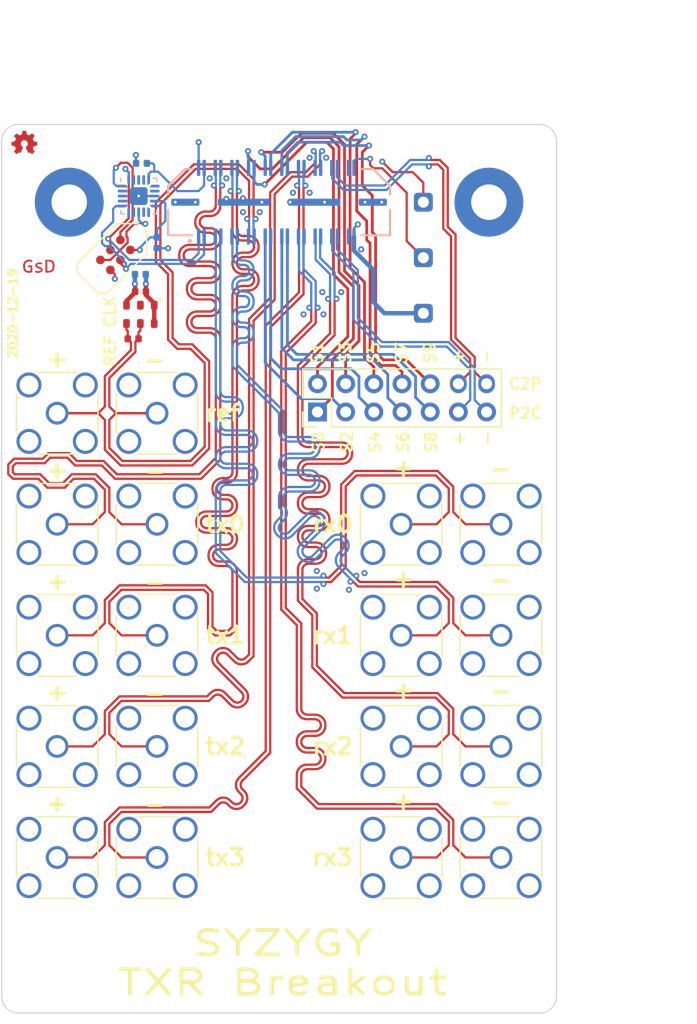
<source format=kicad_pcb>
(kicad_pcb (version 20201116) (generator pcbnew)
  (title_block (title "SYZYGY SGMII") (date "2020-12-08") (rev "r1.0") (company "GsD - @gregdavill"))
  (layers (0 "F.Cu" signal) (1 "In1.Cu" power) (2 "In2.Cu" signal) (31 "B.Cu" signal) (34 "B.Paste" user) (35 "F.Paste" user) (36 "B.SilkS" user "B.Silkscreen") (37 "F.SilkS" user "F.Silkscreen") (38 "B.Mask" user) (39 "F.Mask" user) (44 "Edge.Cuts" user))
  (net 0 "")
  (net 1 "GND")
  (net 2 "+3V3")
  (net 3 "/Peripheral MCU/MISO")
  (net 4 "/Peripheral MCU/~RESET")
  (net 5 "/SCL")
  (net 6 "/SDA")
  (net 7 "/RGA")
  (net 8 "/RX0_P")
  (net 9 "/VCCIO")
  (net 10 "/TX0_P")
  (net 11 "/RX0_N")
  (net 12 "/TX0_N")
  (net 13 "/S4")
  (net 14 "/S5")
  (net 15 "/S6")
  (net 16 "/S7")
  (net 17 "/S8")
  (net 18 "/S9")
  (net 19 "/P2C_CLK_P")
  (net 20 "Net-(J1-Pad38)")
  (net 21 "Net-(J1-Pad37)")
  (net 22 "/C2P_CLK_P")
  (net 23 "/P2C_CLK_N")
  (net 24 "/C2P_CLK_N")
  (net 25 "/S0")
  (net 26 "/S1")
  (net 27 "/S2")
  (net 28 "/S3")
  (net 29 "no_connect_55")
  (net 30 "no_connect_56")
  (net 31 "no_connect_51")
  (net 32 "no_connect_52")
  (net 33 "no_connect_53")
  (net 34 "Net-(U2-Pad2)")
  (net 35 "Net-(U2-Pad3)")
  (net 36 "Net-(U2-Pad4)")
  (net 37 "Net-(U2-Pad11)")
  (net 38 "Net-(U2-Pad12)")
  (net 39 "Net-(U2-Pad14)")
  (net 40 "Net-(U2-Pad15)")
  (net 41 "no_connect_54")
  (net 42 "/REFCLK_P")
  (net 43 "/RX1_P")
  (net 44 "/TX1_P")
  (net 45 "/RX1_N")
  (net 46 "/TX1_N")
  (net 47 "/RX3_P")
  (net 48 "/TX3_P")
  (net 49 "/RX3_N")
  (net 50 "/TX3_N")
  (net 51 "/RX2_P")
  (net 52 "/TX2_P")
  (net 53 "/RX2_N")
  (net 54 "/TX2_N")
  (net 55 "/REFCLK_N")
  (net 56 "+5V")
  (footprint "pkl_tag_connect:TC2030-NL_SMALL" (layer "F.Cu") (at 115.25 92.95 -135)
    (fp_text reference "J3" hide)
    (fp_text value "TagConnect" hide)
  )
  (footprint "Connector_PinHeader_2.54mm:PinHeader_1x01_P2.54mm_Vertical" (layer "F.Cu") (at 143 93.2)
    (fp_text reference "J11" hide)
    (fp_text value "Conn_01x01_Male" hide)
  )
  (footprint "Connector_Coaxial:SMA_Amphenol_132134_Vertical" (layer "F.Cu") (at 141 127.2)
    (fp_text reference "J13" hide)
    (fp_text value "sma jack" hide)
  )
  (footprint "Connector_Coaxial:SMA_Amphenol_132134_Vertical" (layer "F.Cu") (at 110 137.2)
    (fp_text reference "J18" hide)
    (fp_text value "sma jack" hide)
  )
  (footprint "Connector_Coaxial:SMA_Amphenol_132134_Vertical" (layer "F.Cu") (at 150 147.2)
    (fp_text reference "J23" hide)
    (fp_text value "sma jack" hide)
  )
  (footprint "Connector_Coaxial:SMA_Amphenol_132134_Vertical" (layer "F.Cu") (at 141 117.2)
    (fp_text reference "J4" hide)
    (fp_text value "sma jack" hide)
  )
  (footprint "gkl_logos:oshw_small" (layer "F.Cu") (at 107.05 82.85)
    (fp_text reference "G***" hide)
    (fp_text value "LOGO" hide)
  )
  (footprint "MountingHole:MountingHole_3.2mm_M3" (layer "F.Cu") (at 110 98.2 180)
    (fp_text reference "H4" hide)
    (fp_text value "MountingHole" hide)
  )
  (footprint "MountingHole:MountingHole_3.2mm_M3" (layer "F.Cu") (at 150 98.2)
    (fp_text reference "H2" hide)
    (fp_text value "MountingHole" hide)
  )
  (footprint "Connector_Coaxial:SMA_Amphenol_132134_Vertical" (layer "F.Cu") (at 119 117.2)
    (fp_text reference "J8" hide)
    (fp_text value "sma jack" hide)
  )
  (footprint "MountingHole:MountingHole_3.2mm_M3" (layer "F.Cu") (at 110 156.2)
    (fp_text reference "H1" hide)
    (fp_text value "MountingHole" hide)
  )
  (footprint "gkl_logos:gsd_logo_small" (layer "F.Cu") (at 108.35 94.05)
    (fp_text reference "G***" hide)
    (fp_text value "LOGO" hide)
  )
  (footprint "Connector_Coaxial:SMA_Amphenol_132134_Vertical" (layer "F.Cu") (at 119 137.2)
    (fp_text reference "J20" hide)
    (fp_text value "sma jack" hide)
  )
  (footprint "Connector_PinHeader_2.54mm:PinHeader_1x01_P2.54mm_Vertical" (layer "F.Cu") (at 143 88.2)
    (fp_text reference "J10" hide)
    (fp_text value "Conn_01x01_Male" hide)
  )
  (footprint "Resistor_SMD:R_0402_1005Metric" (layer "F.Cu") (at 116.85 100.5 180)
    (fp_text reference "R16" hide)
    (fp_text value "100R" hide)
  )
  (footprint "Connector_Coaxial:SMA_Amphenol_132134_Vertical" (layer "F.Cu") (at 150 127.2)
    (fp_text reference "J15" hide)
    (fp_text value "sma jack" hide)
  )
  (footprint "Connector_Coaxial:SMA_Amphenol_132134_Vertical" (layer "F.Cu") (at 119 107.2)
    (fp_text reference "J6" hide)
    (fp_text value "sma jack" hide)
  )
  (footprint "Connector_Coaxial:SMA_Amphenol_132134_Vertical" (layer "F.Cu") (at 141 137.2)
    (fp_text reference "J17" hide)
    (fp_text value "sma jack" hide)
  )
  (footprint "Connector_Coaxial:SMA_Amphenol_132134_Vertical" (layer "F.Cu") (at 110 117.2)
    (fp_text reference "J5" hide)
    (fp_text value "sma jack" hide)
  )
  (footprint "Connector_Coaxial:SMA_Amphenol_132134_Vertical" (layer "F.Cu") (at 110 147.2)
    (fp_text reference "J22" hide)
    (fp_text value "sma jack" hide)
  )
  (footprint "Connector_Coaxial:SMA_Amphenol_132134_Vertical" (layer "F.Cu") (at 110 127.2)
    (fp_text reference "J14" hide)
    (fp_text value "sma jack" hide)
  )
  (footprint "Connector_Coaxial:SMA_Amphenol_132134_Vertical" (layer "F.Cu") (at 119 127.2)
    (fp_text reference "J16" hide)
    (fp_text value "sma jack" hide)
  )
  (footprint "Capacitor_SMD:C_0402_1005Metric" (layer "F.Cu") (at 117.515 96.25 180)
    (fp_text reference "C32" hide)
    (fp_text value "0.1uF" hide)
  )
  (footprint "Oscillator:Oscillator_SMD_Silicon_Labs_LGA-6_2.5x3.2mm_P1.25mm" (layer "F.Cu") (at 117.5 98.3 -90)
    (fp_text reference "X1" hide)
    (fp_text value "SG3225VAN" hide)
  )
  (footprint "Connector_PinHeader_2.54mm:PinHeader_2x07_P2.54mm_Vertical" (layer "F.Cu") (at 133.46 107.09 90)
    (fp_text reference "J9" hide)
    (fp_text value "Conn_02x07_Odd_Even" hide)
  )
  (footprint "Connector_PinHeader_2.54mm:PinHeader_1x01_P2.54mm_Vertical" (layer "F.Cu") (at 143 98.2)
    (fp_text reference "J12" hide)
    (fp_text value "Conn_01x01_Male" hide)
  )
  (footprint "Connector_Coaxial:SMA_Amphenol_132134_Vertical" (layer "F.Cu") (at 141 147.2)
    (fp_text reference "J21" hide)
    (fp_text value "sma jack" hide)
  )
  (footprint "MountingHole:MountingHole_3.2mm_M3" (layer "F.Cu") (at 150 156.2)
    (fp_text reference "H3" hide)
    (fp_text value "MountingHole" hide)
  )
  (footprint "Connector_Coaxial:SMA_Amphenol_132134_Vertical" (layer "F.Cu") (at 150 137.2)
    (fp_text reference "J19" hide)
    (fp_text value "sma jack" hide)
  )
  (footprint "Connector_Coaxial:SMA_Amphenol_132134_Vertical" (layer "F.Cu") (at 150 117.2)
    (fp_text reference "J7" hide)
    (fp_text value "sma jack" hide)
  )
  (footprint "Connector_Coaxial:SMA_Amphenol_132134_Vertical" (layer "F.Cu") (at 110 107.2)
    (fp_text reference "J2" hide)
    (fp_text value "sma jack" hide)
  )
  (footprint "Connector_Coaxial:SMA_Amphenol_132134_Vertical" (layer "F.Cu") (at 119 147.2)
    (fp_text reference "J24" hide)
    (fp_text value "sma jack" hide)
  )
  (footprint "Package_DFN_QFN:QFN-20-1EP_3x3mm_P0.45mm_EP1.6x1.6mm" (layer "B.Cu") (at 117.35 87.65 -90)
    (fp_text reference "U2" hide)
    (fp_text value "ATtiny44A-MMH" hide)
  )
  (footprint "Resistor_SMD:R_0402_1005Metric" (layer "B.Cu") (at 117.6 84.7)
    (fp_text reference "R15" hide)
    (fp_text value "10K" hide)
  )
  (footprint "Capacitor_SMD:C_0402_1005Metric" (layer "B.Cu") (at 119 91.85 -90)
    (fp_text reference "C9" hide)
    (fp_text value "0.1uF" hide)
  )
  (footprint "Capacitor_SMD:C_0402_1005Metric" (layer "B.Cu") (at 117.5 94.7 180)
    (fp_text reference "C10" hide)
    (fp_text value "1uF" hide)
  )
  (footprint "gsd-footprints:SYZYGY-TXR-POD" (layer "B.Cu") (at 130 88.2 180)
    (fp_text reference "J1" hide)
    (fp_text value "SYZYGY-TXR-4" hide)
  )
  (gr_line (start 106.5 81.2) (end 153.5 81.2) (layer "Edge.Cuts") (width 0.1))
  (gr_line (start 105 159.7) (end 105 82.7) (layer "Edge.Cuts") (width 0.1))
  (gr_arc (start 106.5 82.7) (end 106.5 81.2) (angle -90) (layer "Edge.Cuts") (width 0.1))
  (gr_arc (start 153.5 82.7) (end 155 82.7) (angle -90) (layer "Edge.Cuts") (width 0.1))
  (gr_line (start 155 82.7) (end 155 159.700001) (layer "Edge.Cuts") (width 0.1))
  (gr_arc (start 153.5 159.7) (end 153.499999 161.2) (angle -90) (layer "Edge.Cuts") (width 0.1))
  (gr_line (start 153.499999 161.2) (end 106.500001 161.2) (layer "Edge.Cuts") (width 0.1))
  (gr_arc (start 106.5 159.7) (end 105 159.7) (angle -90) (layer "Edge.Cuts") (width 0.1))
  (gr_text "-" (at 150 142.2) (layer "F.SilkS") (effects (font (size 1.5 1.5) (thickness 0.3))))
  (gr_text "+" (at 141.2 132.1) (layer "F.SilkS") (effects (font (size 1.5 1.5) (thickness 0.3))))
  (gr_text "+" (at 146.116665 102.083334 90) (layer "F.SilkS") (effects (font (size 1 1) (thickness 0.2))))
  (gr_text "rx2" (at 136.8 137.2) (layer "F.SilkS") (effects (font (size 1.5 1.5) (thickness 0.3)) (justify right)))
  (gr_text "P2C" (at 152.2 107.2) (layer "F.SilkS") (effects (font (size 1 1) (thickness 0.2))))
  (gr_text "-" (at 118.8 102.4) (layer "F.SilkS") (effects (font (size 1.5 1.5) (thickness 0.3))))
  (gr_text "+" (at 110 112.3) (layer "F.SilkS") (effects (font (size 1.5 1.5) (thickness 0.3))))
  (gr_text "rx1" (at 136.8 127.2) (layer "F.SilkS") (effects (font (size 1.5 1.5) (thickness 0.3)) (justify right)))
  (gr_text "REF CLK" (at 114.75 99.8 90) (layer "F.SilkS") (effects (font (size 1 1) (thickness 0.2))))
  (gr_text "S1" (at 133.45 101.75 90) (layer "F.SilkS") (effects (font (size 1 1) (thickness 0.2))))
  (gr_text "S5" (at 138.516666 101.75 90) (layer "F.SilkS") (effects (font (size 1 1) (thickness 0.2))))
  (gr_text "S8" (at 143.7 109.8 90) (layer "F.SilkS") (effects (font (size 1 1) (thickness 0.2))))
  (gr_text "-" (at 150 122.2) (layer "F.SilkS") (effects (font (size 1.5 1.5) (thickness 0.3))))
  (gr_text "tx2\n" (at 123.2 137.2) (layer "F.SilkS") (effects (font (size 1.5 1.5) (thickness 0.3)) (justify left)))
  (gr_text "+" (at 146.233333 109.466667 90) (layer "F.SilkS") (effects (font (size 1 1) (thickness 0.2))))
  (gr_text "S7" (at 141.049999 101.75 90) (layer "F.SilkS") (effects (font (size 1 1) (thickness 0.2))))
  (gr_text "S3" (at 135.983333 101.75 90) (layer "F.SilkS") (effects (font (size 1 1) (thickness 0.2))))
  (gr_text "tx1" (at 123.2 127.2) (layer "F.SilkS") (effects (font (size 1.5 1.5) (thickness 0.3)) (justify left)))
  (gr_text "rx3" (at 136.8 147.2) (layer "F.SilkS") (effects (font (size 1.5 1.5) (thickness 0.3)) (justify right)))
  (gr_text "tx0" (at 123.2 117.2) (layer "F.SilkS") (effects (font (size 1.5 1.5) (thickness 0.3)) (justify left)))
  (gr_text "-" (at 148.65 102.083334 90) (layer "F.SilkS") (effects (font (size 1 1) (thickness 0.2))))
  (gr_text "-" (at 150 112.2) (layer "F.SilkS") (effects (font (size 1.5 1.5) (thickness 0.3))))
  (gr_text "-" (at 118.8 132.4) (layer "F.SilkS") (effects (font (size 1.5 1.5) (thickness 0.3))))
  (gr_text "S9\n" (at 143.583332 101.75 90) (layer "F.SilkS") (effects (font (size 1 1) (thickness 0.2))))
  (gr_text "+" (at 141.2 142.1) (layer "F.SilkS") (effects (font (size 1.5 1.5) (thickness 0.3))))
  (gr_text "S6" (at 141.166667 109.8 90) (layer "F.SilkS") (effects (font (size 1 1) (thickness 0.2))))
  (gr_text "+" (at 110 132.3) (layer "F.SilkS") (effects (font (size 1.5 1.5) (thickness 0.3))))
  (gr_text "+" (at 110 102.3) (layer "F.SilkS") (effects (font (size 1.5 1.5) (thickness 0.3))))
  (gr_text "-" (at 118.8 142.4) (layer "F.SilkS") (effects (font (size 1.5 1.5) (thickness 0.3))))
  (gr_text "ref" (at 123.2 107.2) (layer "F.SilkS") (effects (font (size 1.5 1.5) (thickness 0.3)) (justify left)))
  (gr_text "S0" (at 133.566668 109.8 90) (layer "F.SilkS") (effects (font (size 1 1) (thickness 0.2))))
  (gr_text "S4" (at 138.633334 109.8 90) (layer "F.SilkS") (effects (font (size 1 1) (thickness 0.2))))
  (gr_text "2020-12-19" (at 106 98.2 90) (layer "F.SilkS") (effects (font (size 0.8 0.8) (thickness 0.2))))
  (gr_text "-" (at 148.766668 109.466667 90) (layer "F.SilkS") (effects (font (size 1 1) (thickness 0.2))))
  (gr_text "SYZYGY\nTXR Breakout" (at 130.3 156.7) (layer "F.SilkS") (effects (font (size 2.2 2.959) (thickness 0.35))))
  (gr_text "S2" (at 136.100001 109.8 90) (layer "F.SilkS") (effects (font (size 1 1) (thickness 0.2))))
  (gr_text "C2P" (at 152.2 104.55) (layer "F.SilkS") (effects (font (size 1 1) (thickness 0.2))))
  (gr_text "rx0\n" (at 136.8 117.2) (layer "F.SilkS") (effects (font (size 1.5 1.5) (thickness 0.3)) (justify right)))
  (gr_text "+" (at 141.2 122.1) (layer "F.SilkS") (effects (font (size 1.5 1.5) (thickness 0.3))))
  (gr_text "+" (at 110 122.3) (layer "F.SilkS") (effects (font (size 1.5 1.5) (thickness 0.3))))
  (gr_text "-" (at 118.8 112.4) (layer "F.SilkS") (effects (font (size 1.5 1.5) (thickness 0.3))))
  (gr_text "+" (at 141.2 112.1) (layer "F.SilkS") (effects (font (size 1.5 1.5) (thickness 0.3))))
  (gr_text "-" (at 150 132.2) (layer "F.SilkS") (effects (font (size 1.5 1.5) (thickness 0.3))))
  (gr_text "-" (at 118.8 122.4) (layer "F.SilkS") (effects (font (size 1.5 1.5) (thickness 0.3))))
  (gr_text "tx3" (at 123.2 147.2) (layer "F.SilkS") (effects (font (size 1.5 1.5) (thickness 0.3)) (justify left)))
  (gr_text "+" (at 110 142.3) (layer "F.SilkS") (effects (font (size 1.5 1.5) (thickness 0.3))))
  (segment (start 115.2 94.696051) (end 115.2 95.1) (width 0.2) (layer "F.Cu") (net 1))
  (segment (start 117.03 96.32) (end 117.03 96.25) (width 0.4) (layer "F.Cu") (net 1))
  (segment (start 117.03 95.58) (end 117.03 96.25) (width 0.4) (layer "F.Cu") (net 1))
  (segment (start 116.25 97.1) (end 117.03 96.32) (width 0.4) (layer "F.Cu") (net 1))
  (segment (start 114.800987 94.297038) (end 115.2 94.696051) (width 0.2) (layer "F.Cu") (net 1))
  (segment (start 117 95.55) (end 117.03 95.58) (width 0.4) (layer "F.Cu") (net 1))
  (segment (start 116.25 97.475) (end 116.25 97.1) (width 0.4) (layer "F.Cu") (net 1))
  (via (at 122.45 88.2) (size 0.55) (drill 0.25) (layers "F.Cu" "B.Cu") (net 1))
  (via (at 132.75 87.35) (size 0.55) (drill 0.25) (layers "F.Cu" "B.Cu") (net 1))
  (via (at 133.4 123) (size 0.55) (drill 0.25) (layers "F.Cu" "B.Cu") (net 1))
  (via (at 132.2 98.3) (size 0.55) (drill 0.25) (layers "F.Cu" "B.Cu") (net 1))
  (via (at 128.25 89.1) (size 0.55) (drill 0.25) (layers "F.Cu" "B.Cu") (net 1))
  (via (at 115.2 95.1) (size 0.55) (drill 0.25) (layers "F.Cu" "B.Cu") (net 1))
  (via (at 133.4 121.4) (size 0.55) (drill 0.25) (layers "F.Cu" "B.Cu") (net 1))
  (via (at 125.25 87.9) (size 0.55) (drill 0.25) (layers "F.Cu" "B.Cu") (net 1))
  (via (at 131.25 87.35) (size 0.55) (drill 0.25) (layers "F.Cu" "B.Cu") (net 1))
  (via (at 120.65 88.2) (size 0.55) (drill 0.25) (layers "F.Cu" "B.Cu") (net 1))
  (via (at 134 98.3) (size 0.55) (drill 0.25) (layers "F.Cu" "B.Cu") (net 1))
  (via (at 133.9 96.3) (size 0.55) (drill 0.25) (layers "F.Cu" "B.Cu") (net 1))
  (via (at 117 95.55) (size 0.55) (drill 0.25) (layers "F.Cu" "B.Cu") (net 1))
  (via (at 123.75 86.05) (size 0.55) (drill 0.25) (layers "F.Cu" "B.Cu") (net 1))
  (via (at 117.35 87.65) (size 0.55) (drill 0.25) (layers "F.Cu" "B.Cu") (net 1))
  (via (at 135.6 96.3) (size 0.55) (drill 0.25) (layers "F.Cu" "B.Cu") (net 1))
  (via (at 128.45 88.2) (size 0.55) (drill 0.25) (layers "F.Cu" "B.Cu") (net 1))
  (via (at 137.4 92.45) (size 0.55) (drill 0.25) (layers "F.Cu" "B.Cu") (net 1))
  (via (at 137.75 88.2) (size 0.55) (drill 0.25) (layers "F.Cu" "B.Cu") (net 1))
  (via (at 139.25 88.2) (size 0.55) (drill 0.25) (layers "F.Cu" "B.Cu") (net 1))
  (via (at 125.25 86.05) (size 0.55) (drill 0.25) (layers "F.Cu" "B.Cu") (net 1))
  (via (at 120 92.35) (size 0.55) (drill 0.25) (layers "F.Cu" "B.Cu") (net 1))
  (via (at 132.75 84.2) (size 0.55) (drill 0.25) (layers "F.Cu" "B.Cu") (net 1))
  (via (at 134.1 88.2) (size 0.55) (drill 0.25) (layers "F.Cu" "B.Cu") (net 1))
  (via (at 126.75 87.85) (size 0.55) (drill 0.25) (layers "F.Cu" "B.Cu") (net 1))
  (via (at 134.25 84.2) (size 0.55) (drill 0.25) (layers "F.Cu" "B.Cu") (net 1))
  (via (at 131 88.2) (size 0.55) (drill 0.25) (layers "F.Cu" "B.Cu") (net 1))
  (via (at 136.3 123.1) (size 0.55) (drill 0.25) (layers "F.Cu" "B.Cu") (net 1))
  (via (at 126.75 89.1) (size 0.55) (drill 0.25) (layers "F.Cu" "B.Cu") (net 1))
  (via (at 137.7 121.6) (size 0.55) (drill 0.25) (layers "F.Cu" "B.Cu") (net 1))
  (segment (start 117 95.55) (end 117 94.715) (width 0.4) (layer "B.Cu") (net 1))
  (segment (start 117 94.715) (end 117.015 94.7) (width 0.4) (layer "B.Cu") (net 1))
  (segment (start 119.015 92.35) (end 120 92.35) (width 0.2) (layer "B.Cu") (net 1))
  (segment (start 118.8 87.65) (end 117.35 87.65) (width 0.2) (layer "B.Cu") (net 1))
  (segment (start 119 92.335) (end 119.015 92.35) (width 0.2) (layer "B.Cu") (net 1))
  (segment (start 141.5 87.35) (end 139.3 85.15) (width 0.2) (layer "F.Cu") (net 2))
  (segment (start 118.75 99.125) (end 118.75 97.475) (width 0.4) (layer "F.Cu") (net 2))
  (segment (start 117.449013 92.500987) (end 116.597038 92.500987) (width 0.2) (layer "F.Cu") (net 2))
  (segment (start 138.2 84.85) (end 138.2 84.3) (width 0.2) (layer "F.Cu") (net 2))
  (segment (start 139.3 85.15) (end 138.5 85.15) (width 0.2) (layer "F.Cu") (net 2))
  (segment (start 138.5 85.15) (end 138.2 84.85) (width 0.2) (layer "F.Cu") (net 2))
  (segment (start 141.5 91.7) (end 141.5 87.35) (width 0.2) (layer "F.Cu") (net 2))
  (segment (start 118 96.55) (end 118 96.25) (width 0.4) (layer "F.Cu") (net 2))
  (segment (start 118.75 97.3) (end 118 96.55) (width 0.4) (layer "F.Cu") (net 2))
  (segment (start 117.45 92.5) (end 117.449013 92.500987) (width 0.2) (layer "F.Cu") (net 2))
  (segment (start 118.000001 95.550001) (end 118 95.55) (width 0.4) (layer "F.Cu") (net 2))
  (segment (start 143 93.2) (end 141.5 91.7) (width 0.2) (layer "F.Cu") (net 2))
  (segment (start 118.75 97.475) (end 118.75 97.3) (width 0.4) (layer "F.Cu") (net 2))
  (segment (start 118.000001 96.25) (end 118.000001 95.550001) (width 0.4) (layer "F.Cu") (net 2))
  (via (at 118 95.55) (size 0.55) (drill 0.25) (layers "F.Cu" "B.Cu") (net 2))
  (via (at 138.2 84.3) (size 0.55) (drill 0.25) (layers "F.Cu" "B.Cu") (net 2))
  (via (at 117.1 83.95) (size 0.55) (drill 0.25) (layers "F.Cu" "B.Cu") (net 2))
  (via (at 117.45 92.5) (size 0.55) (drill 0.25) (layers "F.Cu" "B.Cu") (net 2))
  (segment (start 136.95 84.3) (end 136.75 84.5) (width 0.2) (layer "B.Cu") (net 2))
  (segment (start 117.45 92.5) (end 117.45 92.3) (width 0.2) (layer "B.Cu") (net 2))
  (segment (start 119.75 88.3) (end 119.75 89.9) (width 0.2) (layer "B.Cu") (net 2))
  (segment (start 119 90.65) (end 119 91.35) (width 0.2) (layer "B.Cu") (net 2))
  (segment (start 119.55 88.1) (end 119.75 88.3) (width 0.2) (layer "B.Cu") (net 2))
  (segment (start 119.75 89.9) (end 119 90.65) (width 0.2) (layer "B.Cu") (net 2))
  (segment (start 118 95.55) (end 118 94.715) (width 0.4) (layer "B.Cu") (net 2))
  (segment (start 118 94.715) (end 117.985 94.7) (width 0.4) (layer "B.Cu") (net 2))
  (segment (start 118.8 88.1) (end 119.55 88.1) (width 0.2) (layer "B.Cu") (net 2))
  (segment (start 136.75 84.5) (end 136.75 85.11) (width 0.2) (layer "B.Cu") (net 2))
  (segment (start 138.2 84.3) (end 136.95 84.3) (width 0.2) (layer "B.Cu") (net 2))
  (segment (start 117.1 84.685) (end 117.1 83.95) (width 0.2) (layer "B.Cu") (net 2))
  (segment (start 117.45 92.3) (end 118.385 91.365) (width 0.2) (layer "B.Cu") (net 2))
  (segment (start 117.115 84.7) (end 117.1 84.685) (width 0.2) (layer "B.Cu") (net 2))
  (segment (start 118.385 91.365) (end 119 91.365) (width 0.2) (layer "B.Cu") (net 2))
  (segment (start 116.8 89.8) (end 116.8 85.1) (width 0.2) (layer "F.Cu") (net 3))
  (segment (start 115.699013 91.602962) (end 115.699013 90.900987) (width 0.2) (layer "F.Cu") (net 3))
  (segment (start 116.35 84.65) (end 115.75 84.65) (width 0.2) (layer "F.Cu") (net 3))
  (segment (start 116.8 85.1) (end 116.35 84.65) (width 0.2) (layer "F.Cu") (net 3))
  (segment (start 115.699013 90.900987) (end 116.8 89.8) (width 0.2) (layer "F.Cu") (net 3))
  (segment (start 115.75 84.65) (end 115.3 85.1) (width 0.2) (layer "F.Cu") (net 3))
  (via (at 115.3 85.1) (size 0.55) (drill 0.25) (layers "F.Cu" "B.Cu") (net 3))
  (segment (start 115.3 85.1) (end 115.1 85.3) (width 0.2) (layer "B.Cu") (net 3))
  (segment (start 115.1 86.5) (end 115.35 86.75) (width 0.2) (layer "B.Cu") (net 3))
  (segment (start 115.1 85.3) (end 115.1 86.5) (width 0.2) (layer "B.Cu") (net 3))
  (segment (start 115.35 86.75) (end 115.9 86.75) (width 0.2) (layer "B.Cu") (net 3))
  (segment (start 116.35 91.4) (end 116.25 91.3) (width 0.2) (layer "F.Cu") (net 4))
  (segment (start 116.35 91.85) (end 116.35 91.4) (width 0.2) (layer "F.Cu") (net 4))
  (segment (start 114.800987 93.399013) (end 116.35 91.85) (width 0.2) (layer "F.Cu") (net 4))
  (segment (start 116.95 90.15) (end 117.95 90.15) (width 0.2) (layer "F.Cu") (net 4))
  (segment (start 113.902962 93.399013) (end 114.800987 93.399013) (width 0.2) (layer "F.Cu") (net 4))
  (segment (start 116.25 91.3) (end 116.25 90.85) (width 0.2) (layer "F.Cu") (net 4))
  (segment (start 116.25 90.85) (end 116.95 90.15) (width 0.2) (layer "F.Cu") (net 4))
  (via (at 117.95 90.15) (size 0.55) (drill 0.25) (layers "F.Cu" "B.Cu") (net 4))
  (segment (start 117.95 90.15) (end 117.7 90.15) (width 0.2) (layer "B.Cu") (net 4))
  (segment (start 117.7 90.15) (end 117.35 89.8) (width 0.2) (layer "B.Cu") (net 4))
  (segment (start 117.35 89.8) (end 117.35 89.1) (width 0.2) (layer "B.Cu") (net 4))
  (segment (start 114.6 91.5) (end 114.800987 91.700987) (width 0.2) (layer "F.Cu") (net 5))
  (segment (start 116.45 85.5) (end 116.45 89.65) (width 0.2) (layer "F.Cu") (net 5))
  (segment (start 116.15 85.2) (end 116.45 85.5) (width 0.2) (layer "F.Cu") (net 5))
  (segment (start 114.800987 91.700987) (end 114.800987 92.500987) (width 0.2) (layer "F.Cu") (net 5))
  (segment (start 116.45 89.65) (end 114.6 91.5) (width 0.2) (layer "F.Cu") (net 5))
  (via (at 116.15 85.2) (size 0.55) (drill 0.25) (layers "F.Cu" "B.Cu") (net 5))
  (via (at 114.6 91.5) (size 0.55) (drill 0.25) (layers "F.Cu" "B.Cu") (net 5))
  (segment (start 122.15 93.4) (end 122.75 92.8) (width 0.2) (layer "B.Cu") (net 5))
  (segment (start 122.75 92.8) (end 122.75 91.29) (width 0.2) (layer "B.Cu") (net 5))
  (segment (start 120.75 93.4) (end 116.5 93.4) (width 0.2) (layer "B.Cu") (net 5))
  (segment (start 116.45 86.2) (end 116.45 85.5) (width 0.2) (layer "B.Cu") (net 5))
  (segment (start 116.5 93.4) (end 114.6 91.5) (width 0.2) (layer "B.Cu") (net 5))
  (segment (start 116.45 85.5) (end 116.15 85.2) (width 0.2) (layer "B.Cu") (net 5))
  (segment (start 120.75 93.4) (end 122.15 93.4) (width 0.2) (layer "B.Cu") (net 5))
  (segment (start 115.699013 93.699013) (end 115.699013 93.399013) (width 0.2) (layer "F.Cu") (net 6))
  (segment (start 116.2 94.2) (end 115.699013 93.699013) (width 0.2) (layer "F.Cu") (net 6))
  (via (at 116.2 94.2) (size 0.55) (drill 0.25) (layers "F.Cu" "B.Cu") (net 6))
  (segment (start 114.05 90.95) (end 115.05 89.95) (width 0.2) (layer "B.Cu") (net 6))
  (segment (start 116.2 94.2) (end 116.2 93.7) (width 0.2) (layer "B.Cu") (net 6))
  (segment (start 122.4 93.75) (end 123.25 92.9) (width 0.2) (layer "B.Cu") (net 6))
  (segment (start 115.3 88.55) (end 115.9 88.55) (width 0.2) (layer "B.Cu") (net 6))
  (segment (start 115.05 88.8) (end 115.3 88.55) (width 0.2) (layer "B.Cu") (net 6))
  (segment (start 120.85 93.75) (end 116.65 93.75) (width 0.2) (layer "B.Cu") (net 6))
  (segment (start 115.05 89.95) (end 115.05 88.8) (width 0.2) (layer "B.Cu") (net 6))
  (segment (start 114.05 91.9) (end 114.05 90.95) (width 0.2) (layer "B.Cu") (net 6))
  (segment (start 123.25 91.29) (end 123.25 92.9) (width 0.2) (layer "B.Cu") (net 6))
  (segment (start 120.85 93.75) (end 122.4 93.75) (width 0.2) (layer "B.Cu") (net 6))
  (segment (start 114.65 92.15) (end 114.3 92.15) (width 0.2) (layer "B.Cu") (net 6))
  (segment (start 116.65 93.75) (end 116.2 94.2) (width 0.2) (layer "B.Cu") (net 6))
  (segment (start 116.2 93.7) (end 114.65 92.15) (width 0.2) (layer "B.Cu") (net 6))
  (segment (start 114.3 92.15) (end 114.05 91.9) (width 0.2) (layer "B.Cu") (net 6))
  (segment (start 122.75 87.2) (end 120.85 87.2) (width 0.2) (layer "B.Cu") (net 7))
  (segment (start 123.25 86.7) (end 122.75 87.2) (width 0.2) (layer "B.Cu") (net 7))
  (segment (start 118.085 84.7) (end 118.6 84.7) (width 0.2) (layer "B.Cu") (net 7))
  (segment (start 118.6 84.7) (end 118.75 84.85) (width 0.2) (layer "B.Cu") (net 7))
  (segment (start 118.75 84.85) (end 118.75 85.45) (width 0.2) (layer "B.Cu") (net 7))
  (segment (start 118.75 85.45) (end 118.45 85.45) (width 0.2) (layer "B.Cu") (net 7))
  (segment (start 118.45 85.45) (end 118.25 85.65) (width 0.2) (layer "B.Cu") (net 7))
  (segment (start 119.1 85.45) (end 118.75 85.45) (width 0.2) (layer "B.Cu") (net 7))
  (segment (start 120.85 87.2) (end 119.1 85.45) (width 0.2) (layer "B.Cu") (net 7))
  (segment (start 123.25 85.11) (end 123.25 86.7) (width 0.2) (layer "B.Cu") (net 7))
  (segment (start 118.25 85.65) (end 118.25 86.2) (width 0.2) (layer "B.Cu") (net 7))
  (segment (start 134 122.5766) (end 134.1734 122.4032) (width 0.2032) (layer "F.Cu") (net 8))
  (segment (start 134.1734 122.4032) (end 134.68417 122.4032) (width 0.2032) (layer "F.Cu") (net 8))
  (segment (start 136.98417 112.8032) (end 144.11583 112.8032) (width 0.2032) (layer "F.Cu") (net 8))
  (segment (start 136.0032 121.08417) (end 136.0032 113.78417) (width 0.2032) (layer "F.Cu") (net 8))
  (segment (start 136.0032 113.78417) (end 136.98417 112.8032) (width 0.2032) (layer "F.Cu") (net 8))
  (segment (start 144.11583 112.8032) (end 145.2936 113.98097) (width 0.2032) (layer "F.Cu") (net 8))
  (segment (start 134.68417 122.4032) (end 136.0032 121.08417) (width 0.2032) (layer "F.Cu") (net 8))
  (segment (start 145.2936 116.1) (end 144.1936 117.2) (width 0.2032) (layer "F.Cu") (net 8))
  (segment (start 144.1936 117.2) (end 140.9968 117.2) (width 0.2032) (layer "F.Cu") (net 8))
  (segment (start 145.2936 113.98097) (end 145.2936 116.1) (width 0.2032) (layer "F.Cu") (net 8))
  (via (at 134 122.5766) (size 0.55) (drill 0.25) (layers "F.Cu" "B.Cu") (net 8))
  (segment (start 127.320372 113.195849) (end 127.204799 113.23629) (width 0.2032) (layer "B.Cu") (net 8))
  (segment (start 124.634952 108.960458) (end 124.805241 109.067458) (width 0.2032) (layer "B.Cu") (net 8))
  (segment (start 124.634952 107.445941) (end 124.492742 107.588151) (width 0.2032) (layer "B.Cu") (net 8))
  (segment (start 124.385742 113.75844) (end 124.319318 113.94827) (width 0.2032) (layer "B.Cu") (net 8))
  (segment (start 133.8266 122.4032) (end 134 122.5766) (width 0.2032) (layer "B.Cu") (net 8))
  (segment (start 127.51063 113.044124) (end 127.424049 113.130705) (width 0.2032) (layer "B.Cu") (net 8))
  (segment (start 126.329924 106.7032) (end 126.316215 106.824874) (width 0.2032) (layer "B.Cu") (net 8))
  (segment (start 124.492742 111.818248) (end 124.634952 111.960458) (width 0.2032) (layer "B.Cu") (net 8))
  (segment (start 124.385742 110.75844) (end 124.319318 110.94827) (width 0.2032) (layer "B.Cu") (net 8))
  (segment (start 124.995071 107.272517) (end 124.805241 107.338941) (width 0.2032) (layer "B.Cu") (net 8))
  (segment (start 125.783124 107.25) (end 125.194921 107.25) (width 0.2032) (layer "B.Cu") (net 8))
  (segment (start 124.634952 110.445941) (end 124.492742 110.588151) (width 0.2032) (layer "B.Cu") (net 8))
  (segment (start 124.2968 111.258279) (end 124.319318 111.458129) (width 0.2032) (layer "B.Cu") (net 8))
  (segment (start 127.616215 109.824874) (end 127.575774 109.940447) (width 0.2032) (layer "B.Cu") (net 8))
  (segment (start 127.575774 112.940447) (end 127.51063 113.044124) (width 0.2032) (layer "B.Cu") (net 8))
  (segment (start 125.194921 110.25) (end 124.995071 110.272517) (width 0.2032) (layer "B.Cu") (net 8))
  (segment (start 124.995071 106.133882) (end 125.194921 106.1564) (width 0.2032) (layer "B.Cu") (net 8))
  (segment (start 124.385742 107.75844) (end 124.319318 107.94827) (width 0.2032) (layer "B.Cu") (net 8))
  (segment (start 124.2968 114.14812) (end 124.2968 119.78417) (width 0.2032) (layer "B.Cu") (net 8))
  (segment (start 127.204799 113.23629) (end 127.083124 113.25) (width 0.2032) (layer "B.Cu") (net 8))
  (segment (start 124.634952 105.960458) (end 124.805241 106.067458) (width 0.2032) (layer "B.Cu") (net 8))
  (segment (start 127.083124 113.25) (end 125.194921 113.25) (width 0.2032) (layer "B.Cu") (net 8))
  (segment (start 124.995071 113.272517) (end 124.805241 113.338941) (width 0.2032) (layer "B.Cu") (net 8))
  (segment (start 126.316215 106.581525) (end 126.329924 106.7032) (width 0.2032) (layer "B.Cu") (net 8))
  (segment (start 124.995071 109.133882) (end 125.194921 109.1564) (width 0.2032) (layer "B.Cu") (net 8))
  (segment (start 127.204799 112.170109) (end 127.320372 112.21055) (width 0.2032) (layer "B.Cu") (net 8))
  (segment (start 124.2968 108.258279) (end 124.319318 108.458129) (width 0.2032) (layer "B.Cu") (net 8))
  (segment (start 127.424049 112.275694) (end 127.51063 112.362275) (width 0.2032) (layer "B.Cu") (net 8))
  (segment (start 124.492742 107.588151) (end 124.385742 107.75844) (width 0.2032) (layer "B.Cu") (net 8))
  (segment (start 127.424049 110.130705) (end 127.320372 110.195849) (width 0.2032) (layer "B.Cu") (net 8))
  (segment (start 125.904799 107.23629) (end 125.783124 107.25) (width 0.2032) (layer "B.Cu") (net 8))
  (segment (start 125.194921 107.25) (end 124.995071 107.272517) (width 0.2032) (layer "B.Cu") (net 8))
  (segment (start 127.616215 112.581525) (end 127.629924 112.7032) (width 0.2032) (layer "B.Cu") (net 8))
  (segment (start 124.2968 119.78417) (end 126.91583 122.4032) (width 0.2032) (layer "B.Cu") (net 8))
  (segment (start 126.020372 106.21055) (end 126.124049 106.275694) (width 0.2032) (layer "B.Cu") (net 8))
  (segment (start 124.319318 113.94827) (end 124.2968 114.14812) (width 0.2032) (layer "B.Cu") (net 8))
  (segment (start 127.424049 113.130705) (end 127.320372 113.195849) (width 0.2032) (layer "B.Cu") (net 8))
  (segment (start 124.805241 112.067458) (end 124.995071 112.133882) (width 0.2032) (layer "B.Cu") (net 8))
  (segment (start 127.616215 109.581525) (end 127.629924 109.7032) (width 0.2032) (layer "B.Cu") (net 8))
  (segment (start 124.2968 105.258279) (end 124.319318 105.458129) (width 0.2032) (layer "B.Cu") (net 8))
  (segment (start 124.385742 111.647959) (end 124.492742 111.818248) (width 0.2032) (layer "B.Cu") (net 8))
  (segment (start 127.51063 110.044124) (end 127.424049 110.130705) (width 0.2032) (layer "B.Cu") (net 8))
  (segment (start 127.575774 112.465952) (end 127.616215 112.581525) (width 0.2032) (layer "B.Cu") (net 8))
  (segment (start 127.083124 112.1564) (end 127.204799 112.170109) (width 0.2032) (layer "B.Cu") (net 8))
  (segment (start 124.319318 111.458129) (end 124.385742 111.647959) (width 0.2032) (layer "B.Cu") (net 8))
  (segment (start 124.634952 111.960458) (end 124.805241 112.067458) (width 0.2032) (layer "B.Cu") (net 8))
  (segment (start 124.319318 105.458129) (end 124.385742 105.647959) (width 0.2032) (layer "B.Cu") (net 8))
  (segment (start 127.204799 110.23629) (end 127.083124 110.25) (width 0.2032) (layer "B.Cu") (net 8))
  (segment (start 124.995071 112.133882) (end 125.194921 112.1564) (width 0.2032) (layer "B.Cu") (net 8))
  (segment (start 124.25 91.29) (end 124.2968 91.3368) (width 0.2032) (layer "B.Cu") (net 8))
  (segment (start 125.194921 112.1564) (end 127.083124 112.1564) (width 0.2032) (layer "B.Cu") (net 8))
  (segment (start 127.51063 112.362275) (end 127.575774 112.465952) (width 0.2032) (layer "B.Cu") (net 8))
  (segment (start 124.319318 110.94827) (end 124.2968 111.14812) (width 0.2032) (layer "B.Cu") (net 8))
  (segment (start 124.492742 108.818248) (end 124.634952 108.960458) (width 0.2032) (layer "B.Cu") (net 8))
  (segment (start 124.805241 109.067458) (end 124.995071 109.133882) (width 0.2032) (layer "B.Cu") (net 8))
  (segment (start 127.629924 112.7032) (end 127.616215 112.824874) (width 0.2032) (layer "B.Cu") (net 8))
  (segment (start 124.2968 91.3368) (end 124.2968 105.258279) (width 0.2032) (layer "B.Cu") (net 8))
  (segment (start 124.995071 110.272517) (end 124.805241 110.338941) (width 0.2032) (layer "B.Cu") (net 8))
  (segment (start 126.124049 106.275694) (end 126.21063 106.362275) (width 0.2032) (layer "B.Cu") (net 8))
  (segment (start 126.91583 122.4032) (end 133.8266 122.4032) (width 0.2032) (layer "B.Cu") (net 8))
  (segment (start 125.783124 106.1564) (end 125.904799 106.170109) (width 0.2032) (layer "B.Cu") (net 8))
  (segment (start 126.316215 106.824874) (end 126.275774 106.940447) (width 0.2032) (layer "B.Cu") (net 8))
  (segment (start 124.634952 113.445941) (end 124.492742 113.588151) (width 0.2032) (layer "B.Cu") (net 8))
  (segment (start 127.51063 109.362275) (end 127.575774 109.465952) (width 0.2032) (layer "B.Cu") (net 8))
  (segment (start 127.424049 109.275694) (end 127.51063 109.362275) (width 0.2032) (layer "B.Cu") (net 8))
  (segment (start 124.2968 108.14812) (end 124.2968 108.258279) (width 0.2032) (layer "B.Cu") (net 8))
  (segment (start 124.805241 107.338941) (end 124.634952 107.445941) (width 0.2032) (layer "B.Cu") (net 8))
  (segment (start 127.320372 109.21055) (end 127.424049 109.275694) (width 0.2032) (layer "B.Cu") (net 8))
  (segment (start 127.320372 112.21055) (end 127.424049 112.275694) (width 0.2032) (layer "B.Cu") (net 8))
  (segment (start 126.020372 107.195849) (end 125.904799 107.23629) (width 0.2032) (layer "B.Cu") (net 8))
  (segment (start 125.194921 106.1564) (end 125.783124 106.1564) (width 0.2032) (layer "B.Cu") (net 8))
  (segment (start 124.492742 110.588151) (end 124.385742 110.75844) (width 0.2032) (layer "B.Cu") (net 8))
  (segment (start 124.805241 113.338941) (end 124.634952 113.445941) (width 0.2032) (layer "B.Cu") (net 8))
  (segment (start 124.492742 105.818248) (end 124.634952 105.960458) (width 0.2032) (layer "B.Cu") (net 8))
  (segment (start 126.124049 107.130705) (end 126.020372 107.195849) (width 0.2032) (layer "B.Cu") (net 8))
  (segment (start 126.275774 106.465952) (end 126.316215 106.581525) (width 0.2032) (layer "B.Cu") (net 8))
  (segment (start 127.629924 109.7032) (end 127.616215 109.824874) (width 0.2032) (layer "B.Cu") (net 8))
  (segment (start 124.385742 108.647959) (end 124.492742 108.818248) (width 0.2032) (layer "B.Cu") (net 8))
  (segment (start 124.492742 113.588151) (end 124.385742 113.75844) (width 0.2032) (layer "B.Cu") (net 8))
  (segment (start 124.805241 110.338941) (end 124.634952 110.445941) (width 0.2032) (layer "B.Cu") (net 8))
  (segment (start 126.21063 107.044124) (end 126.124049 107.130705) (width 0.2032) (layer "B.Cu") (net 8))
  (segment (start 127.575774 109.465952) (end 127.616215 109.581525) (width 0.2032) (layer "B.Cu") (net 8))
  (segment (start 124.2968 111.14812) (end 124.2968 111.258279) (width 0.2032) (layer "B.Cu") (net 8))
  (segment (start 124.385742 105.647959) (end 124.492742 105.818248) (width 0.2032) (layer "B.Cu") (net 8))
  (segment (start 125.904799 106.170109) (end 126.020372 106.21055) (width 0.2032) (layer "B.Cu") (net 8))
  (segment (start 127.083124 109.1564) (end 127.204799 109.170109) (width 0.2032) (layer "B.Cu") (net 8))
  (segment (start 126.275774 106.940447) (end 126.21063 107.044124) (width 0.2032) (layer "B.Cu") (net 8))
  (segment (start 127.204799 109.170109) (end 127.320372 109.21055) (width 0.2032) (layer "B.Cu") (net 8))
  (segment (start 127.575774 109.940447) (end 127.51063 110.044124) (width 0.2032) (layer "B.Cu") (net 8))
  (segment (start 127.616215 112.824874) (end 127.575774 112.940447) (width 0.2032) (layer "B.Cu") (net 8))
  (segment (start 125.194921 113.25) (end 124.995071 113.272517) (width 0.2032) (layer "B.Cu") (net 8))
  (segment (start 127.083124 110.25) (end 125.194921 110.25) (width 0.2032) (layer "B.Cu") (net 8))
  (segment (start 125.194921 109.1564) (end 127.083124 109.1564) (width 0.2032) (layer "B.Cu") (net 8))
  (segment (start 124.805241 106.067458) (end 124.995071 106.133882) (width 0.2032) (layer "B.Cu") (net 8))
  (segment (start 126.21063 106.362275) (end 126.275774 106.465952) (width 0.2032) (layer "B.Cu") (net 8))
  (segment (start 127.320372 110.195849) (end 127.204799 110.23629) (width 0.2032) (layer "B.Cu") (net 8))
  (segment (start 124.319318 107.94827) (end 124.2968 108.14812) (width 0.2032) (layer "B.Cu") (net 8))
  (segment (start 124.319318 108.458129) (end 124.385742 108.647959) (width 0.2032) (layer "B.Cu") (net 8))
  (via (at 137.1 90.2) (size 0.55) (drill 0.25) (layers "F.Cu" "B.Cu") (net 9))
  (segment (start 139.5 98.2) (end 143 98.2) (width 0.4) (layer "B.Cu") (net 9))
  (segment (start 136.75 92.55) (end 136.75 91.29) (width 0.4) (layer "B.Cu") (net 9))
  (segment (start 138.5 97.2) (end 139.5 98.2) (width 0.4) (layer "B.Cu") (net 9))
  (segment (start 136.75 90.55) (end 137.1 90.2) (width 0.2) (layer "B.Cu") (net 9))
  (segment (start 138.3 94.1) (end 138.5 94.3) (width 0.4) (layer "B.Cu") (net 9))
  (segment (start 138.5 94.3) (end 138.5 97.2) (width 0.4) (layer "B.Cu") (net 9))
  (segment (start 136.75 91.29) (end 136.75 90.55) (width 0.2) (layer "B.Cu") (net 9))
  (segment (start 138.3 94.1) (end 136.75 92.55) (width 0.4) (layer "B.Cu") (net 9))
  (segment (start 114.2968 114.08417) (end 114.2968 116.1) (width 0.2032) (layer "F.Cu") (net 10))
  (segment (start 124.090924 88.924305) (end 123.987247 88.989449) (width 0.2032) (layer "F.Cu") (net 10))
  (segment (start 123.345546 89.0436) (end 123.145696 89.066117) (width 0.2032) (layer "F.Cu") (net 10))
  (segment (start 122.395696 99.927482) (end 122.595546 99.95) (width 0.2032) (layer "F.Cu") (net 10))
  (segment (start 120.997426 92.94172) (end 120.997426 93.051879) (width 0.2032) (layer "F.Cu") (net 10))
  (segment (start 121.086367 92.55204) (end 121.019943 92.74187) (width 0.2032) (layer "F.Cu") (net 10))
  (segment (start 122.595546 95.0436) (end 122.395696 95.066117) (width 0.2032) (layer "F.Cu") (net 10))
  (segment (start 108.31583 113.1032) (end 109.11583 113.9032) (width 0.2032) (layer "F.Cu") (net 10))
  (segment (start 124.090924 94.924305) (end 123.987247 94.989449) (width 0.2032) (layer "F.Cu") (net 10))
  (segment (start 121.719943 98.74187) (end 121.697426 98.94172) (width 0.2032) (layer "F.Cu") (net 10))
  (segment (start 121.719943 99.251729) (end 121.786367 99.441559) (width 0.2032) (layer "F.Cu") (net 10))
  (segment (start 122.035577 95.239541) (end 121.893367 95.381751) (width 0.2032) (layer "F.Cu") (net 10))
  (segment (start 122.595546 96.95) (end 123.75 96.95) (width 0.2032) (layer "F.Cu") (net 10))
  (segment (start 123.871674 90.963709) (end 123.987247 91.00415) (width 0.2032) (layer "F.Cu") (net 10))
  (segment (start 121.893367 99.611848) (end 122.035577 99.754058) (width 0.2032) (layer "F.Cu") (net 10))
  (segment (start 111.08417 110.7968) (end 109.21583 110.7968) (width 0.2032) (layer "F.Cu") (net 10))
  (segment (start 124.242649 97.259552) (end 124.28309 97.375125) (width 0.2032) (layer "F.Cu") (net 10))
  (segment (start 122.643367 90.611848) (end 122.785577 90.754058) (width 0.2032) (layer "F.Cu") (net 10))
  (segment (start 124.242649 97.734047) (end 124.177505 97.837724) (width 0.2032) (layer "F.Cu") (net 10))
  (segment (start 124.177505 91.155875) (end 124.242649 91.259552) (width 0.2032) (layer "F.Cu") (net 10))
  (segment (start 124.28309 94.618474) (end 124.242649 94.734047) (width 0.2032) (layer "F.Cu") (net 10))
  (segment (start 121.786367 96.441559) (end 121.893367 96.611848) (width 0.2032) (layer "F.Cu") (net 10))
  (segment (start 124.2968 88.4968) (end 124.28309 88.618474) (width 0.2032) (layer "F.Cu") (net 10))
  (segment (start 124.242649 100.259552) (end 124.28309 100.375125) (width 0.2032) (layer "F.Cu") (net 10))
  (segment (start 124.177505 97.837724) (end 124.090924 97.924305) (width 0.2032) (layer "F.Cu") (net 10))
  (segment (start 122.395696 96.927482) (end 122.595546 96.95) (width 0.2032) (layer "F.Cu") (net 10))
  (segment (start 123.75 90.95) (end 123.871674 90.963709) (width 0.2032) (layer "F.Cu") (net 10))
  (segment (start 123.75 89.0436) (end 123.345546 89.0436) (width 0.2032) (layer "F.Cu") (net 10))
  (segment (start 122.595546 99.95) (end 123.75 99.95) (width 0.2032) (layer "F.Cu") (net 10))
  (segment (start 123.871674 92.02989) (end 123.75 92.0436) (width 0.2032) (layer "F.Cu") (net 10))
  (segment (start 122.955866 90.861058) (end 123.145696 90.927482) (width 0.2032) (layer "F.Cu") (net 10))
  (segment (start 121.719943 96.251729) (end 121.786367 96.441559) (width 0.2032) (layer "F.Cu") (net 10))
  (segment (start 124.28309 91.618474) (end 124.242649 91.734047) (width 0.2032) (layer "F.Cu") (net 10))
  (segment (start 106.01583 113.1032) (end 108.31583 113.1032) (width 0.2032) (layer "F.Cu") (net 10))
  (segment (start 124.177505 94.837724) (end 124.090924 94.924305) (width 0.2032) (layer "F.Cu") (net 10))
  (segment (start 121.697426 99.051879) (end 121.719943 99.251729) (width 0.2032) (layer "F.Cu") (net 10))
  (segment (start 124.28309 100.375125) (end 124.2968 100.4968) (width 0.2032) (layer "F.Cu") (net 10))
  (segment (start 124.1234 86.7) (end 124.2968 86.8734) (width 0.2032) (layer "F.Cu") (net 10))
  (segment (start 124.177505 100.155875) (end 124.242649 100.259552) (width 0.2032) (layer "F.Cu") (net 10))
  (segment (start 122.785577 89.239541) (end 122.643367 89.381751) (width 0.2032) (layer "F.Cu") (net 10))
  (segment (start 121.786367 99.441559) (end 121.893367 99.611848) (width 0.2032) (layer "F.Cu") (net 10))
  (segment (start 113.31583 113.1032) (end 114.2968 114.08417) (width 0.2032) (layer "F.Cu") (net 10))
  (segment (start 122.955866 89.132541) (end 122.785577 89.239541) (width 0.2032) (layer "F.Cu") (net 10))
  (segment (start 121.786367 98.55204) (end 121.719943 98.74187) (width 0.2032) (layer "F.Cu") (net 10))
  (segment (start 124.242649 91.259552) (end 124.28309 91.375125) (width 0.2032) (layer "F.Cu") (net 10))
  (segment (start 124.28309 94.375125) (end 124.2968 94.4968) (width 0.2032) (layer "F.Cu") (net 10))
  (segment (start 121.893367 98.381751) (end 121.786367 98.55204) (width 0.2032) (layer "F.Cu") (net 10))
  (segment (start 123.145696 89.066117) (end 122.955866 89.132541) (width 0.2032) (layer "F.Cu") (net 10))
  (segment (start 121.505866 93.861058) (end 121.695696 93.927482) (width 0.2032) (layer "F.Cu") (net 10))
  (segment (start 123.987247 94.989449) (end 123.871674 95.02989) (width 0.2032) (layer "F.Cu") (net 10))
  (segment (start 123.871674 95.02989) (end 123.75 95.0436) (width 0.2032) (layer "F.Cu") (net 10))
  (segment (start 121.695696 92.066117) (end 121.505866 92.132541) (width 0.2032) (layer "F.Cu") (net 10))
  (segment (start 121.019943 92.74187) (end 120.997426 92.94172) (width 0.2032) (layer "F.Cu") (net 10))
  (segment (start 123.987247 100.00415) (end 124.090924 100.069294) (width 0.2032) (layer "F.Cu") (net 10))
  (segment (start 122.785577 90.754058) (end 122.955866 90.861058) (width 0.2032) (layer "F.Cu") (net 10))
  (segment (start 122.205866 98.132541) (end 122.035577 98.239541) (width 0.2032) (layer "F.Cu") (net 10))
  (segment (start 123.75 93.95) (end 123.871674 93.963709) (width 0.2032) (layer "F.Cu") (net 10))
  (segment (start 121.893367 95.381751) (end 121.786367 95.55204) (width 0.2032) (layer "F.Cu") (net 10))
  (segment (start 124.090924 91.069294) (end 124.177505 91.155875) (width 0.2032) (layer "F.Cu") (net 10))
  (segment (start 124.28309 91.375125) (end 124.2968 91.4968) (width 0.2032) (layer "F.Cu") (net 10))
  (segment (start 121.193367 93.611848) (end 121.335577 93.754058) (width 0.2032) (layer "F.Cu") (net 10))
  (segment (start 120.997426 93.051879) (end 121.019943 93.251729) (width 0.2032) (layer "F.Cu") (net 10))
  (segment (start 121.697426 98.94172) (end 121.697426 99.051879) (width 0.2032) (layer "F.Cu") (net 10))
  (segment (start 123.987247 91.989449) (end 123.871674 92.02989) (width 0.2032) (layer "F.Cu") (net 10))
  (segment (start 124.2968 97.4968) (end 124.28309 97.618474) (width 0.2032) (layer "F.Cu") (net 10))
  (segment (start 123.145696 90.927482) (end 123.345546 90.95) (width 0.2032) (layer "F.Cu") (net 10))
  (segment (start 105.5968 112.68417) (end 106.01583 113.1032) (width 0.2032) (layer "F.Cu") (net 10))
  (segment (start 113.1968 117.2) (end 110 117.2) (width 0.2032) (layer "F.Cu") (net 10))
  (segment (start 123.987247 97.00415) (end 124.090924 97.069294) (width 0.2032) (layer "F.Cu") (net 10))
  (segment (start 121.505866 92.132541) (end 121.335577 92.239541) (width 0.2032) (layer "F.Cu") (net 10))
  (segment (start 114.18417 111.4968) (end 111.78417 111.4968) (width 0.2032) (layer "F.Cu") (net 10))
  (segment (start 123.987247 88.989449) (end 123.871674 89.02989) (width 0.2032) (layer "F.Cu") (net 10))
  (segment (start 123.987247 97.989449) (end 123.871674 98.02989) (width 0.2032) (layer "F.Cu") (net 10))
  (segment (start 124.177505 88.837724) (end 124.090924 88.924305) (width 0.2032) (layer "F.Cu") (net 10))
  (segment (start 123.75 98.0436) (end 122.595546 98.0436) (width 0.2032) (layer "F.Cu") (net 10))
  (segment (start 124.090924 97.069294) (end 124.177505 97.155875) (width 0.2032) (layer "F.Cu") (net 10))
  (segment (start 124.2968 91.4968) (end 124.28309 91.618474) (width 0.2032) (layer "F.Cu") (net 10))
  (segment (start 123.871674 98.02989) (end 123.75 98.0436) (width 0.2032) (layer "F.Cu") (net 10))
  (segment (start 124.242649 91.734047) (end 124.177505 91.837724) (width 0.2032) (layer "F.Cu") (net 10))
  (segment (start 122.035577 96.754058) (end 122.205866 96.861058) (width 0.2032) (layer "F.Cu") (net 10))
  (segment (start 121.893367 96.611848) (end 122.035577 96.754058) (width 0.2032) (layer "F.Cu") (net 10))
  (segment (start 122.447426 89.94172) (end 122.447426 90.051879) (width 0.2032) (layer "F.Cu") (net 10))
  (segment (start 122.205866 95.132541) (end 122.035577 95.239541) (width 0.2032) (layer "F.Cu") (net 10))
  (segment (start 105.5968 111.81583) (end 105.5968 112.68417) (width 0.2032) (layer "F.Cu") (net 10))
  (segment (start 122.469943 90.251729) (end 122.536367 90.441559) (width 0.2032) (layer "F.Cu") (net 10))
  (segment (start 106.11583 111.2968) (end 105.5968 111.81583) (width 0.2032) (layer "F.Cu") (net 10))
  (segment (start 124.2968 100.4968) (end 124.2968 111.21583) (width 0.2032) (layer "F.Cu") (net 10))
  (segment (start 124.090924 94.069294) (end 124.177505 94.155875) (width 0.2032) (layer "F.Cu") (net 10))
  (segment (start 122.469943 89.74187) (end 122.447426 89.94172) (width 0.2032) (layer "F.Cu") (net 10))
  (segment (start 124.242649 88.734047) (end 124.177505 88.837724) (width 0.2032) (layer "F.Cu") (net 10))
  (segment (start 122.395696 95.066117) (end 122.205866 95.132541) (width 0.2032) (layer "F.Cu") (net 10))
  (segment (start 123.871674 99.963709) (end 123.987247 100.00415) (width 0.2032) (layer "F.Cu") (net 10))
  (segment (start 123.345546 90.95) (end 123.75 90.95) (width 0.2032) (layer "F.Cu") (net 10))
  (segment (start 124.28309 97.618474) (end 124.242649 97.734047) (width 0.2032) (layer "F.Cu") (net 10))
  (segment (start 124.28309 97.375125) (end 124.2968 97.4968) (width 0.2032) (layer "F.Cu") (net 10))
  (segment (start 123.871674 93.963709) (end 123.987247 94.00415) (width 0.2032) (layer "F.Cu") (net 10))
  (segment (start 124.28309 88.618474) (end 124.242649 88.734047) (width 0.2032) (layer "F.Cu") (net 10))
  (segment (start 122.536367 89.55204) (end 122.469943 89.74187) (width 0.2032) (layer "F.Cu") (net 10))
  (segment (start 122.205866 96.861058) (end 122.395696 96.927482) (width 0.2032) (layer "F.Cu") (net 10))
  (segment (start 115.38417 112.6968) (end 114.18417 111.4968) (width 0.2032) (layer "F.Cu") (net 10))
  (segment (start 124.177505 97.155875) (end 124.242649 97.259552) (width 0.2032) (layer "F.Cu") (net 10))
  (segment (start 122.205866 99.861058) (end 122.395696 99.927482) (width 0.2032) (layer "F.Cu") (net 10))
  (segment (start 123.75 99.95) (end 123.871674 99.963709) (width 0.2032) (layer "F.Cu") (net 10))
  (segment (start 110.68417 113.9032) (end 111.48417 113.1032) (width 0.2032) (layer "F.Cu") (net 10))
  (segment (start 124.177505 94.155875) (end 124.242649 94.259552) (width 0.2032) (layer "F.Cu") (net 10))
  (segment (start 122.035577 98.239541) (end 121.893367 98.381751) (width 0.2032) (layer "F.Cu") (net 10))
  (segment (start 123.75 96.95) (end 123.871674 96.963709) (width 0.2032) (layer "F.Cu") (net 10))
  (segment (start 123.987247 91.00415) (end 124.090924 91.069294) (width 0.2032) (layer "F.Cu") (net 10))
  (segment (start 123.871674 96.963709) (end 123.987247 97.00415) (width 0.2032) (layer "F.Cu") (net 10))
  (segment (start 109.11583 113.9032) (end 110.68417 113.9032) (width 0.2032) (layer "F.Cu") (net 10))
  (segment (start 121.335577 92.239541) (end 121.193367 92.381751) (width 0.2032) (layer "F.Cu") (net 10))
  (segment (start 123.75 92.0436) (end 121.895546 92.0436) (width 0.2032) (layer "F.Cu") (net 10))
  (segment (start 121.719943 95.74187) (end 121.697426 95.94172) (width 0.2032) (layer "F.Cu") (net 10))
  (segment (start 124.2968 111.21583) (end 122.81583 112.6968) (width 0.2032) (layer "F.Cu") (net 10))
  (segment (start 121.695696 93.927482) (end 121.895546 93.95) (width 0.2032) (layer "F.Cu") (net 10))
  (segment (start 124.2968 94.4968) (end 124.28309 94.618474) (width 0.2032) (layer "F.Cu") (net 10))
  (segment (start 123.75 95.0436) (end 122.595546 95.0436) (width 0.2032) (layer "F.Cu") (net 10))
  (segment (start 122.035577 99.754058) (end 122.205866 99.861058) (width 0.2032) (layer "F.Cu") (net 10))
  (segment (start 109.21583 110.7968) (end 108.71583 111.2968) (width 0.2032) (layer "F.Cu") (net 10))
  (segment (start 121.697426 96.051879) (end 121.719943 96.251729) (width 0.2032) (layer "F.Cu") (net 10))
  (segment (start 123.871674 89.02989) (end 123.75 89.0436) (width 0.2032) (layer "F.Cu") (net 10))
  (segment (start 124.090924 91.924305) (end 123.987247 91.989449) (width 0.2032) (layer "F.Cu") (net 10))
  (segment (start 121.895546 92.0436) (end 121.695696 92.066117) (width 0.2032) (layer "F.Cu") (net 10))
  (segment (start 124.090924 97.924305) (end 123.987247 97.989449) (width 0.2032) (layer "F.Cu") (net 10))
  (segment (start 122.536367 90.441559) (end 122.643367 90.611848) (width 0.2032) (layer "F.Cu") (net 10))
  (segment (start 122.643367 89.381751) (end 122.536367 89.55204) (width 0.2032) (layer "F.Cu") (net 10))
  (segment (start 124.2968 86.8734) (end 124.2968 88.4968) (width 0.2032) (layer "F.Cu") (net 10))
  (segment (start 108.71583 111.2968) (end 106.11583 111.2968) (width 0.2032) (layer "F.Cu") (net 10))
  (segment (start 121.019943 93.251729) (end 121.086367 93.441559) (width 0.2032) (layer "F.Cu") (net 10))
  (segment (start 111.48417 113.1032) (end 113.31583 113.1032) (width 0.2032) (layer "F.Cu") (net 10))
  (segment (start 123.987247 94.00415) (end 124.090924 94.069294) (width 0.2032) (layer "F.Cu") (net 10))
  (segment (start 121.193367 92.381751) (end 121.086367 92.55204) (width 0.2032) (layer "F.Cu") (net 10))
  (segment (start 111.78417 111.4968) (end 111.08417 110.7968) (width 0.2032) (layer "F.Cu") (net 10))
  (segment (start 121.895546 93.95) (end 123.75 93.95) (width 0.2032) (layer "F.Cu") (net 10))
  (segment (start 124.090924 100.069294) (end 124.177505 100.155875) (width 0.2032) (layer "F.Cu") (net 10))
  (segment (start 122.447426 90.051879) (end 122.469943 90.251729) (width 0.2032) (layer "F.Cu") (net 10))
  (segment (start 124.177505 91.837724) (end 124.090924 91.924305) (width 0.2032) (layer "F.Cu") (net 10))
  (segment (start 122.81583 112.6968) (end 115.38417 112.6968) (width 0.2032) (layer "F.Cu") (net 10))
  (segment (start 121.697426 95.94172) (end 121.697426 96.051879) (width 0.2032) (layer "F.Cu") (net 10))
  (segment (start 121.786367 95.55204) (end 121.719943 95.74187) (width 0.2032) (layer "F.Cu") (net 10))
  (segment (start 122.395696 98.066117) (end 122.205866 98.132541) (width 0.2032) (layer "F.Cu") (net 10))
  (segment (start 124.242649 94.734047) (end 124.177505 94.837724) (width 0.2032) (layer "F.Cu") (net 10))
  (segment (start 124.242649 94.259552) (end 124.28309 94.375125) (width 0.2032) (layer "F.Cu") (net 10))
  (segment (start 121.335577 93.754058) (end 121.505866 93.861058) (width 0.2032) (layer "F.Cu") (net 10))
  (segment (start 122.595546 98.0436) (end 122.395696 98.066117) (width 0.2032) (layer "F.Cu") (net 10))
  (segment (start 121.086367 93.441559) (end 121.193367 93.611848) (width 0.2032) (layer "F.Cu") (net 10))
  (segment (start 114.2968 116.1) (end 113.1968 117.2) (width 0.2032) (layer "F.Cu") (net 10))
  (via (at 124.1234 86.7) (size 0.55) (drill 0.25) (layers "F.Cu" "B.Cu") (net 10))
  (segment (start 124.1234 86.7) (end 124.2968 86.5266) (width 0.2032) (layer "B.Cu") (net 10))
  (segment (start 124.2968 86.5266) (end 124.2968 85.1568) (width 0.2032) (layer "B.Cu") (net 10))
  (segment (start 145.7 113.81263) (end 145.7 116.1) (width 0.2032) (layer "F.Cu") (net 11))
  (segment (start 144.28417 112.3968) (end 145.7 113.81263) (width 0.2032) (layer "F.Cu") (net 11))
  (segment (start 134.1734 121.9968) (end 134.51583 121.9968) (width 0.2032) (layer "F.Cu") (net 11))
  (segment (start 135.5968 120.91583) (end 135.5968 113.61583) (width 0.2032) (layer "F.Cu") (net 11))
  (segment (start 134.51583 121.9968) (end 135.5968 120.91583) (width 0.2032) (layer "F.Cu") (net 11))
  (segment (start 136.81583 112.3968) (end 144.28417 112.3968) (width 0.2032) (layer "F.Cu") (net 11))
  (segment (start 135.5968 113.61583) (end 136.81583 112.3968) (width 0.2032) (layer "F.Cu") (net 11))
  (segment (start 134 121.8234) (end 134.1734 121.9968) (width 0.2032) (layer "F.Cu") (net 11))
  (segment (start 146.8 117.2) (end 149.9968 117.2) (width 0.2032) (layer "F.Cu") (net 11))
  (segment (start 145.7 116.1) (end 146.8 117.2) (width 0.2032) (layer "F.Cu") (net 11))
  (via (at 134 121.8234) (size 0.55) (drill 0.25) (layers "F.Cu" "B.Cu") (net 11))
  (segment (start 124.909076 113.775694) (end 124.822495 113.862275) (width 0.2032) (layer "B.Cu") (net 11))
  (segment (start 126.647383 106.25844) (end 126.713807 106.44827) (width 0.2032) (layer "B.Cu") (net 11))
  (segment (start 126.038054 105.772517) (end 126.227884 105.838941) (width 0.2032) (layer "B.Cu") (net 11))
  (segment (start 127.338054 113.633882) (end 127.138204 113.6564) (width 0.2032) (layer "B.Cu") (net 11))
  (segment (start 124.7032 91.3368) (end 124.7032 105.2032) (width 0.2032) (layer "B.Cu") (net 11))
  (segment (start 127.947383 112.25844) (end 128.013807 112.44827) (width 0.2032) (layer "B.Cu") (net 11))
  (segment (start 124.909076 110.775694) (end 124.822495 110.862275) (width 0.2032) (layer "B.Cu") (net 11))
  (segment (start 124.822495 111.544124) (end 124.909076 111.630705) (width 0.2032) (layer "B.Cu") (net 11))
  (segment (start 124.909076 108.630705) (end 125.012753 108.695849) (width 0.2032) (layer "B.Cu") (net 11))
  (segment (start 127.527884 111.838941) (end 127.698173 111.945941) (width 0.2032) (layer "B.Cu") (net 11))
  (segment (start 124.822495 110.862275) (end 124.757351 110.965952) (width 0.2032) (layer "B.Cu") (net 11))
  (segment (start 127.527884 113.567458) (end 127.338054 113.633882) (width 0.2032) (layer "B.Cu") (net 11))
  (segment (start 125.128326 108.73629) (end 125.25 108.75) (width 0.2032) (layer "B.Cu") (net 11))
  (segment (start 127.138204 113.6564) (end 125.25 113.6564) (width 0.2032) (layer "B.Cu") (net 11))
  (segment (start 127.698173 110.460458) (end 127.527884 110.567458) (width 0.2032) (layer "B.Cu") (net 11))
  (segment (start 127.338054 108.772517) (end 127.527884 108.838941) (width 0.2032) (layer "B.Cu") (net 11))
  (segment (start 126.227884 107.567458) (end 126.038054 107.633882) (width 0.2032) (layer "B.Cu") (net 11))
  (segment (start 128.036324 112.64812) (end 128.036324 112.758279) (width 0.2032) (layer "B.Cu") (net 11))
  (segment (start 127.08417 121.9968) (end 133.8266 121.9968) (width 0.2032) (layer "B.Cu") (net 11))
  (segment (start 126.713807 106.44827) (end 126.736324 106.64812) (width 0.2032) (layer "B.Cu") (net 11))
  (segment (start 124.7032 114.2032) (end 124.7032 119.61583) (width 0.2032) (layer "B.Cu") (net 11))
  (segment (start 125.012753 113.71055) (end 124.909076 113.775694) (width 0.2032) (layer "B.Cu") (net 11))
  (segment (start 125.128326 110.670109) (end 125.012753 110.71055) (width 0.2032) (layer "B.Cu") (net 11))
  (segment (start 127.698173 108.945941) (end 127.840383 109.088151) (width 0.2032) (layer "B.Cu") (net 11))
  (segment (start 124.7032 111.2032) (end 124.71691 111.324874) (width 0.2032) (layer "B.Cu") (net 11))
  (segment (start 124.71691 105.324874) (end 124.757351 105.440447) (width 0.2032) (layer "B.Cu") (net 11))
  (segment (start 124.909076 107.775694) (end 124.822495 107.862275) (width 0.2032) (layer "B.Cu") (net 11))
  (segment (start 124.757351 105.440447) (end 124.822495 105.544124) (width 0.2032) (layer "B.Cu") (net 11))
  (segment (start 127.698173 113.460458) (end 127.527884 113.567458) (width 0.2032) (layer "B.Cu") (net 11))
  (segment (start 126.398173 107.460458) (end 126.227884 107.567458) (width 0.2032) (layer "B.Cu") (net 11))
  (segment (start 127.338054 111.772517) (end 127.527884 111.838941) (width 0.2032) (layer "B.Cu") (net 11))
  (segment (start 124.757351 113.965952) (end 124.71691 114.081525) (width 0.2032) (layer "B.Cu") (net 11))
  (segment (start 125.012753 105.695849) (end 125.128326 105.73629) (width 0.2032) (layer "B.Cu") (net 11))
  (segment (start 124.7032 119.61583) (end 127.08417 121.9968) (width 0.2032) (layer "B.Cu") (net 11))
  (segment (start 125.128326 113.670109) (end 125.012753 113.71055) (width 0.2032) (layer "B.Cu") (net 11))
  (segment (start 127.947383 110.147959) (end 127.840383 110.318248) (width 0.2032) (layer "B.Cu") (net 11))
  (segment (start 125.25 107.6564) (end 125.128326 107.670109) (width 0.2032) (layer "B.Cu") (net 11))
  (segment (start 128.013807 109.44827) (end 128.036324 109.64812) (width 0.2032) (layer "B.Cu") (net 11))
  (segment (start 125.25 105.75) (end 125.838204 105.75) (width 0.2032) (layer "B.Cu") (net 11))
  (segment (start 124.7032 105.2032) (end 124.71691 105.324874) (width 0.2032) (layer "B.Cu") (net 11))
  (segment (start 127.840383 109.088151) (end 127.947383 109.25844) (width 0.2032) (layer "B.Cu") (net 11))
  (segment (start 125.012753 107.71055) (end 124.909076 107.775694) (width 0.2032) (layer "B.Cu") (net 11))
  (segment (start 124.71691 111.081525) (end 124.7032 111.2032) (width 0.2032) (layer "B.Cu") (net 11))
  (segment (start 128.036324 109.758279) (end 128.013807 109.958129) (width 0.2032) (layer "B.Cu") (net 11))
  (segment (start 127.840383 112.088151) (end 127.947383 112.25844) (width 0.2032) (layer "B.Cu") (net 11))
  (segment (start 126.038054 107.633882) (end 125.838204 107.6564) (width 0.2032) (layer "B.Cu") (net 11))
  (segment (start 128.013807 109.958129) (end 127.947383 110.147959) (width 0.2032) (layer "B.Cu") (net 11))
  (segment (start 125.25 108.75) (end 127.138204 108.75) (width 0.2032) (layer "B.Cu") (net 11))
  (segment (start 124.71691 108.081525) (end 124.7032 108.2032) (width 0.2032) (layer "B.Cu") (net 11))
  (segment (start 127.840383 110.318248) (end 127.698173 110.460458) (width 0.2032) (layer "B.Cu") (net 11))
  (segment (start 127.527884 108.838941) (end 127.698173 108.945941) (width 0.2032) (layer "B.Cu") (net 11))
  (segment (start 124.71691 108.324874) (end 124.757351 108.440447) (width 0.2032) (layer "B.Cu") (net 11))
  (segment (start 124.75 91.29) (end 124.7032 91.3368) (width 0.2032) (layer "B.Cu") (net 11))
  (segment (start 127.338054 110.633882) (end 127.138204 110.6564) (width 0.2032) (layer "B.Cu") (net 11))
  (segment (start 125.012753 110.71055) (end 124.909076 110.775694) (width 0.2032) (layer "B.Cu") (net 11))
  (segment (start 128.036324 112.758279) (end 128.013807 112.958129) (width 0.2032) (layer "B.Cu") (net 11))
  (segment (start 124.822495 105.544124) (end 124.909076 105.630705) (width 0.2032) (layer "B.Cu") (net 11))
  (segment (start 124.7032 108.2032) (end 124.71691 108.324874) (width 0.2032) (layer "B.Cu") (net 11))
  (segment (start 126.540383 107.318248) (end 126.398173 107.460458) (width 0.2032) (layer "B.Cu") (net 11))
  (segment (start 124.822495 108.544124) (end 124.909076 108.630705) (width 0.2032) (layer "B.Cu") (net 11))
  (segment (start 125.838204 105.75) (end 126.038054 105.772517) (width 0.2032) (layer "B.Cu") (net 11))
  (segment (start 126.227884 105.838941) (end 126.398173 105.945941) (width 0.2032) (layer "B.Cu") (net 11))
  (segment (start 124.757351 108.440447) (end 124.822495 108.544124) (width 0.2032) (layer "B.Cu") (net 11))
  (segment (start 125.012753 111.695849) (end 125.128326 111.73629) (width 0.2032) (layer "B.Cu") (net 11))
  (segment (start 124.822495 113.862275) (end 124.757351 113.965952) (width 0.2032) (layer "B.Cu") (net 11))
  (segment (start 126.540383 106.088151) (end 126.647383 106.25844) (width 0.2032) (layer "B.Cu") (net 11))
  (segment (start 127.698173 111.945941) (end 127.840383 112.088151) (width 0.2032) (layer "B.Cu") (net 11))
  (segment (start 127.840383 113.318248) (end 127.698173 113.460458) (width 0.2032) (layer "B.Cu") (net 11))
  (segment (start 125.25 111.75) (end 127.138204 111.75) (width 0.2032) (layer "B.Cu") (net 11))
  (segment (start 127.138204 108.75) (end 127.338054 108.772517) (width 0.2032) (layer "B.Cu") (net 11))
  (segment (start 125.128326 107.670109) (end 125.012753 107.71055) (width 0.2032) (layer "B.Cu") (net 11))
  (segment (start 125.25 113.6564) (end 125.128326 113.670109) (width 0.2032) (layer "B.Cu") (net 11))
  (segment (start 124.71691 114.081525) (end 124.7032 114.2032) (width 0.2032) (layer "B.Cu") (net 11))
  (segment (start 127.138204 110.6564) (end 125.25 110.6564) (width 0.2032) (layer "B.Cu") (net 11))
  (segment (start 124.909076 111.630705) (end 125.012753 111.695849) (width 0.2032) (layer "B.Cu") (net 11))
  (segment (start 127.138204 111.75) (end 127.338054 111.772517) (width 0.2032) (layer "B.Cu") (net 11))
  (segment (start 125.838204 107.6564) (end 125.25 107.6564) (width 0.2032) (layer "B.Cu") (net 11))
  (segment (start 127.947383 109.25844) (end 128.013807 109.44827) (width 0.2032) (layer "B.Cu") (net 11))
  (segment (start 127.527884 110.567458) (end 127.338054 110.633882) (width 0.2032) (layer "B.Cu") (net 11))
  (segment (start 126.398173 105.945941) (end 126.540383 106.088151) (width 0.2032) (layer "B.Cu") (net 11))
  (segment (start 133.8266 121.9968) (end 134 121.8234) (width 0.2032) (layer "B.Cu") (net 11))
  (segment (start 126.736324 106.64812) (end 126.736324 106.758279) (width 0.2032) (layer "B.Cu") (net 11))
  (segment (start 126.736324 106.758279) (end 126.713807 106.958129) (width 0.2032) (layer "B.Cu") (net 11))
  (segment (start 126.647383 107.147959) (end 126.540383 107.318248) (width 0.2032) (layer "B.Cu") (net 11))
  (segment (start 125.25 110.6564) (end 125.128326 110.670109) (width 0.2032) (layer "B.Cu") (net 11))
  (segment (start 125.012753 108.695849) (end 125.128326 108.73629) (width 0.2032) (layer "B.Cu") (net 11))
  (segment (start 128.013807 112.44827) (end 128.036324 112.64812) (width 0.2032) (layer "B.Cu") (net 11))
  (segment (start 124.71691 111.324874) (end 124.757351 111.440447) (width 0.2032) (layer "B.Cu") (net 11))
  (segment (start 125.128326 111.73629) (end 125.25 111.75) (width 0.2032) (layer "B.Cu") (net 11))
  (segment (start 124.757351 111.440447) (end 124.822495 111.544124) (width 0.2032) (layer "B.Cu") (net 11))
  (segment (start 128.036324 109.64812) (end 128.036324 109.758279) (width 0.2032) (layer "B.Cu") (net 11))
  (segment (start 124.822495 107.862275) (end 124.757351 107.965952) (width 0.2032) (layer "B.Cu") (net 11))
  (segment (start 124.757351 107.965952) (end 124.71691 108.081525) (width 0.2032) (layer "B.Cu") (net 11))
  (segment (start 124.909076 105.630705) (end 125.012753 105.695849) (width 0.2032) (layer "B.Cu") (net 11))
  (segment (start 127.947383 113.147959) (end 127.840383 113.318248) (width 0.2032) (layer "B.Cu") (net 11))
  (segment (start 128.013807 112.958129) (end 127.947383 113.147959) (width 0.2032) (layer "B.Cu") (net 11))
  (segment (start 125.128326 105.73629) (end 125.25 105.75) (width 0.2032) (layer "B.Cu") (net 11))
  (segment (start 126.713807 106.958129) (end 126.647383 107.147959) (width 0.2032) (layer "B.Cu") (net 11))
  (segment (start 124.757351 110.965952) (end 124.71691 111.081525) (width 0.2032) (layer "B.Cu") (net 11))
  (segment (start 124.680682 97.751729) (end 124.614258 97.941559) (width 0.2032) (layer "F.Cu") (net 12))
  (segment (start 124.680682 100.24187) (end 124.7032 100.44172) (width 0.2032) (layer "F.Cu") (net 12))
  (segment (start 124.507258 92.111848) (end 124.365048 92.254058) (width 0.2032) (layer "F.Cu") (net 12))
  (segment (start 124.194759 93.632541) (end 124.365048 93.739541) (width 0.2032) (layer "F.Cu") (net 12))
  (segment (start 121.828951 93.52989) (end 121.950626 93.5436) (width 0.2032) (layer "F.Cu") (net 12))
  (segment (start 121.713378 93.489449) (end 121.828951 93.52989) (width 0.2032) (layer "F.Cu") (net 12))
  (segment (start 122.22312 95.655875) (end 122.157976 95.759552) (width 0.2032) (layer "F.Cu") (net 12))
  (segment (start 124.004929 93.566117) (end 124.194759 93.632541) (width 0.2032) (layer "F.Cu") (net 12))
  (segment (start 122.907976 90.234047) (end 122.97312 90.337724) (width 0.2032) (layer "F.Cu") (net 12))
  (segment (start 124.614258 88.941559) (end 124.507258 89.111848) (width 0.2032) (layer "F.Cu") (net 12))
  (segment (start 124.7032 97.551879) (end 124.680682 97.751729) (width 0.2032) (layer "F.Cu") (net 12))
  (segment (start 124.614258 97.941559) (end 124.507258 98.111848) (width 0.2032) (layer "F.Cu") (net 12))
  (segment (start 121.403826 92.9968) (end 121.417535 93.118474) (width 0.2032) (layer "F.Cu") (net 12))
  (segment (start 123.805079 93.5436) (end 124.004929 93.566117) (width 0.2032) (layer "F.Cu") (net 12))
  (segment (start 122.117535 96.118474) (end 122.157976 96.234047) (width 0.2032) (layer "F.Cu") (net 12))
  (segment (start 124.7032 88.551879) (end 124.680682 88.751729) (width 0.2032) (layer "F.Cu") (net 12))
  (segment (start 124.194759 90.632541) (end 124.365048 90.739541) (width 0.2032) (layer "F.Cu") (net 12))
  (segment (start 123.805079 89.45) (end 123.400626 89.45) (width 0.2032) (layer "F.Cu") (net 12))
  (segment (start 122.528951 98.463709) (end 122.413378 98.50415) (width 0.2032) (layer "F.Cu") (net 12))
  (segment (start 124.004929 99.566117) (end 124.194759 99.632541) (width 0.2032) (layer "F.Cu") (net 12))
  (segment (start 106.0032 111.98417) (end 106.0032 112.51583) (width 0.2032) (layer "F.Cu") (net 12))
  (segment (start 123.059701 89.569294) (end 122.97312 89.655875) (width 0.2032) (layer "F.Cu") (net 12))
  (segment (start 124.365048 90.739541) (end 124.507258 90.881751) (width 0.2032) (layer "F.Cu") (net 12))
  (segment (start 124.614258 91.05204) (end 124.680682 91.24187) (width 0.2032) (layer "F.Cu") (net 12))
  (segment (start 124.614258 100.05204) (end 124.680682 100.24187) (width 0.2032) (layer "F.Cu") (net 12))
  (segment (start 122.853826 89.9968) (end 122.867535 90.118474) (width 0.2032) (layer "F.Cu") (net 12))
  (segment (start 122.117535 99.118474) (end 122.157976 99.234047) (width 0.2032) (layer "F.Cu") (net 12))
  (segment (start 124.194759 98.361058) (end 124.004929 98.427482) (width 0.2032) (layer "F.Cu") (net 12))
  (segment (start 124.365048 99.739541) (end 124.507258 99.881751) (width 0.2032) (layer "F.Cu") (net 12))
  (segment (start 109.28417 113.4968) (end 110.51583 113.4968) (width 0.2032) (layer "F.Cu") (net 12))
  (segment (start 113.48417 112.6968) (end 114.7032 113.91583) (width 0.2032) (layer "F.Cu") (net 12))
  (segment (start 124.194759 89.361058) (end 124.004929 89.427482) (width 0.2032) (layer "F.Cu") (net 12))
  (segment (start 123.805079 95.45) (end 122.650626 95.45) (width 0.2032) (layer "F.Cu") (net 12))
  (segment (start 123.163378 89.50415) (end 123.059701 89.569294) (width 0.2032) (layer "F.Cu") (net 12))
  (segment (start 123.805079 96.5436) (end 124.004929 96.566117) (width 0.2032) (layer "F.Cu") (net 12))
  (segment (start 124.680682 91.24187) (end 124.7032 91.44172) (width 0.2032) (layer "F.Cu") (net 12))
  (segment (start 121.950626 93.5436) (end 123.805079 93.5436) (width 0.2032) (layer "F.Cu") (net 12))
  (segment (start 122.650626 98.45) (end 122.528951 98.463709) (width 0.2032) (layer "F.Cu") (net 12))
  (segment (start 123.400626 90.5436) (end 123.805079 90.5436) (width 0.2032) (layer "F.Cu") (net 12))
  (segment (start 123.805079 92.45) (end 121.950626 92.45) (width 0.2032) (layer "F.Cu") (net 12))
  (segment (start 124.614258 94.941559) (end 124.507258 95.111848) (width 0.2032) (layer "F.Cu") (net 12))
  (segment (start 124.680682 94.751729) (end 124.614258 94.941559) (width 0.2032) (layer "F.Cu") (net 12))
  (segment (start 122.98417 113.1032) (end 115.21583 113.1032) (width 0.2032) (layer "F.Cu") (net 12))
  (segment (start 124.7032 97.44172) (end 124.7032 97.551879) (width 0.2032) (layer "F.Cu") (net 12))
  (segment (start 122.650626 99.5436) (end 123.805079 99.5436) (width 0.2032) (layer "F.Cu") (net 12))
  (segment (start 123.805079 99.5436) (end 124.004929 99.566117) (width 0.2032) (layer "F.Cu") (net 12))
  (segment (start 123.400626 89.45) (end 123.278951 89.463709) (width 0.2032) (layer "F.Cu") (net 12))
  (segment (start 111.31583 112.6968) (end 113.48417 112.6968) (width 0.2032) (layer "F.Cu") (net 12))
  (segment (start 122.650626 96.5436) (end 123.805079 96.5436) (width 0.2032) (layer "F.Cu") (net 12))
  (segment (start 121.457976 93.234047) (end 121.52312 93.337724) (width 0.2032) (layer "F.Cu") (net 12))
  (segment (start 122.117535 98.875125) (end 122.103826 98.9968) (width 0.2032) (layer "F.Cu") (net 12))
  (segment (start 121.457976 92.759552) (end 121.417535 92.875125) (width 0.2032) (layer "F.Cu") (net 12))
  (segment (start 124.507258 93.881751) (end 124.614258 94.05204) (width 0.2032) (layer "F.Cu") (net 12))
  (segment (start 121.828951 92.463709) (end 121.713378 92.50415) (width 0.2032) (layer "F.Cu") (net 12))
  (segment (start 123.059701 90.424305) (end 123.163378 90.489449) (width 0.2032) (layer "F.Cu") (net 12))
  (segment (start 124.507258 90.881751) (end 124.614258 91.05204) (width 0.2032) (layer "F.Cu") (net 12))
  (segment (start 106.0032 112.51583) (end 106.18417 112.6968) (width 0.2032) (layer "F.Cu") (net 12))
  (segment (start 124.7032 94.44172) (end 124.7032 94.551879) (width 0.2032) (layer "F.Cu") (net 12))
  (segment (start 122.103826 98.9968) (end 122.117535 99.118474) (width 0.2032) (layer "F.Cu") (net 12))
  (segment (start 108.48417 112.6968) (end 109.28417 113.4968) (width 0.2032) (layer "F.Cu") (net 12))
  (segment (start 121.52312 93.337724) (end 121.609701 93.424305) (width 0.2032) (layer "F.Cu") (net 12))
  (segment (start 114.01583 111.9032) (end 111.61583 111.9032) (width 0.2032) (layer "F.Cu") (net 12))
  (segment (start 108.88417 111.7032) (end 106.28417 111.7032) (width 0.2032) (layer "F.Cu") (net 12))
  (segment (start 124.365048 95.254058) (end 124.194759 95.361058) (width 0.2032) (layer "F.Cu") (net 12))
  (segment (start 123.805079 90.5436) (end 124.004929 90.566117) (width 0.2032) (layer "F.Cu") (net 12))
  (segment (start 124.507258 99.881751) (end 124.614258 100.05204) (width 0.2032) (layer "F.Cu") (net 12))
  (segment (start 124.004929 96.566117) (end 124.194759 96.632541) (width 0.2032) (layer "F.Cu") (net 12))
  (segment (start 124.194759 95.361058) (end 124.004929 95.427482) (width 0.2032) (layer "F.Cu") (net 12))
  (segment (start 121.713378 92.50415) (end 121.609701 92.569294) (width 0.2032) (layer "F.Cu") (net 12))
  (segment (start 122.97312 90.337724) (end 123.059701 90.424305) (width 0.2032) (layer "F.Cu") (net 12))
  (segment (start 124.680682 97.24187) (end 124.7032 97.44172) (width 0.2032) (layer "F.Cu") (net 12))
  (segment (start 122.309701 99.424305) (end 122.413378 99.489449) (width 0.2032) (layer "F.Cu") (net 12))
  (segment (start 124.365048 92.254058) (end 124.194759 92.361058) (width 0.2032) (layer "F.Cu") (net 12))
  (segment (start 110.51583 113.4968) (end 111.31583 112.6968) (width 0.2032) (layer "F.Cu") (net 12))
  (segment (start 122.413378 96.489449) (end 122.528951 96.52989) (width 0.2032) (layer "F.Cu") (net 12))
  (segment (start 115.8032 117.2) (end 119 117.2) (width 0.2032) (layer "F.Cu") (net 12))
  (segment (start 124.507258 96.881751) (end 124.614258 97.05204) (width 0.2032) (layer "F.Cu") (net 12))
  (segment (start 121.609701 92.569294) (end 121.52312 92.655875) (width 0.2032) (layer "F.Cu") (net 12))
  (segment (start 123.163378 90.489449) (end 123.278951 90.52989) (width 0.2032) (layer "F.Cu") (net 12))
  (segment (start 124.8766 86.7) (end 124.7032 86.8734) (width 0.2032) (layer "F.Cu") (net 12))
  (segment (start 122.413378 95.50415) (end 122.309701 95.569294) (width 0.2032) (layer "F.Cu") (net 12))
  (segment (start 106.18417 112.6968) (end 108.48417 112.6968) (width 0.2032) (layer "F.Cu") (net 12))
  (segment (start 121.950626 92.45) (end 121.828951 92.463709) (width 0.2032) (layer "F.Cu") (net 12))
  (segment (start 124.7032 100.44172) (end 124.7032 111.38417) (width 0.2032) (layer "F.Cu") (net 12))
  (segment (start 121.417535 93.118474) (end 121.457976 93.234047) (width 0.2032) (layer "F.Cu") (net 12))
  (segment (start 122.528951 96.52989) (end 122.650626 96.5436) (width 0.2032) (layer "F.Cu") (net 12))
  (segment (start 124.004929 90.566117) (end 124.194759 90.632541) (width 0.2032) (layer "F.Cu") (net 12))
  (segment (start 122.528951 95.463709) (end 122.413378 95.50415) (width 0.2032) (layer "F.Cu") (net 12))
  (segment (start 122.157976 95.759552) (end 122.117535 95.875125) (width 0.2032) (layer "F.Cu") (net 12))
  (segment (start 122.97312 89.655875) (end 122.907976 89.759552) (width 0.2032) (layer "F.Cu") (net 12))
  (segment (start 121.417535 92.875125) (end 121.403826 92.9968) (width 0.2032) (layer "F.Cu") (net 12))
  (segment (start 122.157976 99.234047) (end 122.22312 99.337724) (width 0.2032) (layer "F.Cu") (net 12))
  (segment (start 124.004929 89.427482) (end 123.805079 89.45) (width 0.2032) (layer "F.Cu") (net 12))
  (segment (start 124.507258 89.111848) (end 124.365048 89.254058) (width 0.2032) (layer "F.Cu") (net 12))
  (segment (start 124.7032 91.44172) (end 124.7032 91.551879) (width 0.2032) (layer "F.Cu") (net 12))
  (segment (start 115.21583 113.1032) (end 114.01583 111.9032) (width 0.2032) (layer "F.Cu") (net 12))
  (segment (start 106.28417 111.7032) (end 106.0032 111.98417) (width 0.2032) (layer "F.Cu") (net 12))
  (segment (start 114.7032 113.91583) (end 114.7032 116.1) (width 0.2032) (layer "F.Cu") (net 12))
  (segment (start 124.004929 98.427482) (end 123.805079 98.45) (width 0.2032) (layer "F.Cu") (net 12))
  (segment (start 121.609701 93.424305) (end 121.713378 93.489449) (width 0.2032) (layer "F.Cu") (net 12))
  (segment (start 124.365048 96.739541) (end 124.507258 96.881751) (width 0.2032) (layer "F.Cu") (net 12))
  (segment (start 124.004929 92.427482) (end 123.805079 92.45) (width 0.2032) (layer "F.Cu") (net 12))
  (segment (start 124.194759 92.361058) (end 124.004929 92.427482) (width 0.2032) (layer "F.Cu") (net 12))
  (segment (start 122.309701 96.424305) (end 122.413378 96.489449) (width 0.2032) (layer "F.Cu") (net 12))
  (segment (start 122.867535 90.118474) (end 122.907976 90.234047) (width 0.2032) (layer "F.Cu") (net 12))
  (segment (start 124.507258 95.111848) (end 124.365048 95.254058) (width 0.2032) (layer "F.Cu") (net 12))
  (segment (start 122.103826 95.9968) (end 122.117535 96.118474) (width 0.2032) (layer "F.Cu") (net 12))
  (segment (start 124.194759 99.632541) (end 124.365048 99.739541) (width 0.2032) (layer "F.Cu") (net 12))
  (segment (start 124.7032 86.8734) (end 124.7032 88.551879) (width 0.2032) (layer "F.Cu") (net 12))
  (segment (start 124.004929 95.427482) (end 123.805079 95.45) (width 0.2032) (layer "F.Cu") (net 12))
  (segment (start 124.614258 94.05204) (end 124.680682 94.24187) (width 0.2032) (layer "F.Cu") (net 12))
  (segment (start 122.309701 95.569294) (end 122.22312 95.655875) (width 0.2032) (layer "F.Cu") (net 12))
  (segment (start 111.61583 111.9032) (end 110.91583 111.2032) (width 0.2032) (layer "F.Cu") (net 12))
  (segment (start 123.278951 89.463709) (end 123.163378 89.50415) (width 0.2032) (layer "F.Cu") (net 12))
  (segment (start 109.38417 111.2032) (end 108.88417 111.7032) (width 0.2032) (layer "F.Cu") (net 12))
  (segment (start 124.507258 98.111848) (end 124.365048 98.254058) (width 0.2032) (layer "F.Cu") (net 12))
  (segment (start 114.7032 116.1) (end 115.8032 117.2) (width 0.2032) (layer "F.Cu") (net 12))
  (segment (start 124.680682 88.751729) (end 124.614258 88.941559) (width 0.2032) (layer "F.Cu") (net 12))
  (segment (start 123.805079 98.45) (end 122.650626 98.45) (width 0.2032) (layer "F.Cu") (net 12))
  (segment (start 122.867535 89.875125) (end 122.853826 89.9968) (width 0.2032) (layer "F.Cu") (net 12))
  (segment (start 123.278951 90.52989) (end 123.400626 90.5436) (width 0.2032) (layer "F.Cu") (net 12))
  (segment (start 122.650626 95.45) (end 122.528951 95.463709) (width 0.2032) (layer "F.Cu") (net 12))
  (segment (start 122.22312 96.337724) (end 122.309701 96.424305) (width 0.2032) (layer "F.Cu") (net 12))
  (segment (start 124.7032 111.38417) (end 122.98417 113.1032) (width 0.2032) (layer "F.Cu") (net 12))
  (segment (start 121.52312 92.655875) (end 121.457976 92.759552) (width 0.2032) (layer "F.Cu") (net 12))
  (segment (start 124.614258 97.05204) (end 124.680682 97.24187) (width 0.2032) (layer "F.Cu") (net 12))
  (segment (start 122.309701 98.569294) (end 122.22312 98.655875) (width 0.2032) (layer "F.Cu") (net 12))
  (segment (start 122.22312 99.337724) (end 122.309701 99.424305) (width 0.2032) (layer "F.Cu") (net 12))
  (segment (start 124.194759 96.632541) (end 124.365048 96.739541) (width 0.2032) (layer "F.Cu") (net 12))
  (segment (start 124.365048 93.739541) (end 124.507258 93.881751) (width 0.2032) (layer "F.Cu") (net 12))
  (segment (start 122.157976 96.234047) (end 122.22312 96.337724) (width 0.2032) (layer "F.Cu") (net 12))
  (segment (start 122.157976 98.759552) (end 122.117535 98.875125) (width 0.2032) (layer "F.Cu") (net 12))
  (segment (start 124.680682 91.751729) (end 124.614258 91.941559) (width 0.2032) (layer "F.Cu") (net 12))
  (segment (start 122.22312 98.655875) (end 122.157976 98.759552) (width 0.2032) (layer "F.Cu") (net 12))
  (segment (start 122.528951 99.52989) (end 122.650626 99.5436) (width 0.2032) (layer "F.Cu") (net 12))
  (segment (start 122.907976 89.759552) (end 122.867535 89.875125) (width 0.2032) (layer "F.Cu") (net 12))
  (segment (start 124.680682 94.24187) (end 124.7032 94.44172) (width 0.2032) (layer "F.Cu") (net 12))
  (segment (start 124.365048 98.254058) (end 124.194759 98.361058) (width 0.2032) (layer "F.Cu") (net 12))
  (segment (start 122.117535 95.875125) (end 122.103826 95.9968) (width 0.2032) (layer "F.Cu") (net 12))
  (segment (start 124.7032 91.551879) (end 124.680682 91.751729) (width 0.2032) (layer "F.Cu") (net 12))
  (segment (start 124.365048 89.254058) (end 124.194759 89.361058) (width 0.2032) (layer "F.Cu") (net 12))
  (segment (start 122.413378 99.489449) (end 122.528951 99.52989) (width 0.2032) (layer "F.Cu") (net 12))
  (segment (start 122.413378 98.50415) (end 122.309701 98.569294) (width 0.2032) (layer "F.Cu") (net 12))
  (segment (start 110.91583 111.2032) (end 109.38417 111.2032) (width 0.2032) (layer "F.Cu") (net 12))
  (segment (start 124.614258 91.941559) (end 124.507258 92.111848) (width 0.2032) (layer "F.Cu") (net 12))
  (segment (start 124.7032 94.551879) (end 124.680682 94.751729) (width 0.2032) (layer "F.Cu") (net 12))
  (via (at 124.8766 86.7) (size 0.55) (drill 0.25) (layers "F.Cu" "B.Cu") (net 12))
  (segment (start 124.7032 86.5266) (end 124.7032 85.1568) (width 0.2032) (layer "B.Cu") (net 12))
  (segment (start 124.8766 86.7) (end 124.7032 86.5266) (width 0.2032) (layer "B.Cu") (net 12))
  (segment (start 137.2 105.75) (end 138.54 107.09) (width 0.25) (layer "B.Cu") (net 13))
  (segment (start 129.25 91.29) (end 129.25 96.55) (width 0.25) (layer "B.Cu") (net 13))
  (segment (start 129.25 102.25) (end 130.2 103.2) (width 0.25) (layer "B.Cu") (net 13))
  (segment (start 129.25 96.55) (end 129.25 102.25) (width 0.25) (layer "B.Cu") (net 13))
  (segment (start 130.2 103.2) (end 136.5 103.2) (width 0.25) (layer "B.Cu") (net 13))
  (segment (start 136.5 103.2) (end 137.2 103.9) (width 0.25) (layer "B.Cu") (net 13))
  (segment (start 137.2 103.9) (end 137.2 105.75) (width 0.25) (layer "B.Cu") (net 13))
  (segment (start 136.4 82.5) (end 136.4 94.1) (width 0.25) (layer "F.Cu") (net 14))
  (segment (start 136.4 94.1) (end 137.7 95.4) (width 0.25) (layer "F.Cu") (net 14))
  (segment (start 137.7 102.2) (end 138.54 103.04) (width 0.25) (layer "F.Cu") (net 14))
  (segment (start 138.54 103.04) (end 138.54 104.55) (width 0.25) (layer "F.Cu") (net 14))
  (segment (start 137.7 95.4) (end 137.7 102.2) (width 0.25) (layer "F.Cu") (net 14))
  (segment (start 136.9 82) (end 136.4 82.5) (width 0.25) (layer "F.Cu") (net 14))
  (segment (start 136.9 81.9) (end 136.9 82) (width 0.25) (layer "F.Cu") (net 14))
  (via (at 136.9 81.9) (size 0.55) (drill 0.25) (layers "F.Cu" "B.Cu") (net 14))
  (segment (start 129.25 85.11) (end 129.25 83.85) (width 0.25) (layer "B.Cu") (net 14))
  (segment (start 129.25 83.85) (end 131.2 81.9) (width 0.25) (layer "B.Cu") (net 14))
  (segment (start 131.2 81.9) (end 136.9 81.9) (width 0.25) (layer "B.Cu") (net 14))
  (segment (start 131.3 102.4) (end 138.5 102.4) (width 0.25) (layer "B.Cu") (net 15))
  (segment (start 138.5 102.4) (end 139.8 103.7) (width 0.25) (layer "B.Cu") (net 15))
  (segment (start 139.8 105.81) (end 141.08 107.09) (width 0.25) (layer "B.Cu") (net 15))
  (segment (start 130.25 101.35) (end 131.3 102.4) (width 0.25) (layer "B.Cu") (net 15))
  (segment (start 139.8 103.7) (end 139.8 105.81) (width 0.25) (layer "B.Cu") (net 15))
  (segment (start 130.25 91.29) (end 130.25 101.35) (width 0.25) (layer "B.Cu") (net 15))
  (segment (start 137.9 89.9) (end 137.6 89.6) (width 0.25) (layer "F.Cu") (net 16))
  (segment (start 141.08 104.55) (end 141.08 103.48) (width 0.25) (layer "F.Cu") (net 16))
  (segment (start 137.9 91.6) (end 137.9 89.9) (width 0.25) (layer "F.Cu") (net 16))
  (segment (start 138.2 101.9) (end 138.2 91.9) (width 0.25) (layer "F.Cu") (net 16))
  (segment (start 140.5 102.9) (end 139.2 102.9) (width 0.25) (layer "F.Cu") (net 16))
  (segment (start 137.6 89.6) (end 137 89) (width 0.25) (layer "F.Cu") (net 16))
  (segment (start 137 89) (end 137 83) (width 0.25) (layer "F.Cu") (net 16))
  (segment (start 141.08 103.48) (end 140.5 102.9) (width 0.25) (layer "F.Cu") (net 16))
  (segment (start 138.2 91.9) (end 137.9 91.6) (width 0.25) (layer "F.Cu") (net 16))
  (segment (start 139.2 102.9) (end 138.2 101.9) (width 0.25) (layer "F.Cu") (net 16))
  (segment (start 137 83) (end 137.7 82.3) (width 0.25) (layer "F.Cu") (net 16))
  (via (at 137.7 82.3) (size 0.55) (drill 0.25) (layers "F.Cu" "B.Cu") (net 16))
  (segment (start 136.1 82.6) (end 135.8 82.3) (width 0.25) (layer "B.Cu") (net 16))
  (segment (start 135.8 82.3) (end 131.5 82.3) (width 0.25) (layer "B.Cu") (net 16))
  (segment (start 137.4 82.6) (end 136.1 82.6) (width 0.25) (layer "B.Cu") (net 16))
  (segment (start 137.7 82.3) (end 137.4 82.6) (width 0.25) (layer "B.Cu") (net 16))
  (segment (start 130.25 83.55) (end 130.25 85.11) (width 0.25) (layer "B.Cu") (net 16))
  (segment (start 131.5 82.3) (end 130.25 83.55) (width 0.25) (layer "B.Cu") (net 16))
  (segment (start 140.3 101.9) (end 142.3 103.9) (width 0.25) (layer "B.Cu") (net 17))
  (segment (start 131.6 101.9) (end 140.3 101.9) (width 0.25) (layer "B.Cu") (net 17))
  (segment (start 142.3 105.77) (end 143.62 107.09) (width 0.25) (layer "B.Cu") (net 17))
  (segment (start 130.75 91.29) (end 130.75 101.05) (width 0.25) (layer "B.Cu") (net 17))
  (segment (start 142.3 103.9) (end 142.3 105.77) (width 0.25) (layer "B.Cu") (net 17))
  (segment (start 130.75 101.05) (end 131.6 101.9) (width 0.25) (layer "B.Cu") (net 17))
  (segment (start 141.47 102.4) (end 143.62 104.55) (width 0.25) (layer "F.Cu") (net 18))
  (segment (start 137.5 86.7) (end 138.4 87.6) (width 0.25) (layer "F.Cu") (net 18))
  (segment (start 138.1 83.1) (end 137.5 83.7) (width 0.25) (layer "F.Cu") (net 18))
  (segment (start 138.7 91.2) (end 138.7 101.7) (width 0.25) (layer "F.Cu") (net 18))
  (segment (start 137.5 83.7) (end 137.5 86.7) (width 0.25) (layer "F.Cu") (net 18))
  (segment (start 138.4 90.9) (end 138.7 91.2) (width 0.25) (layer "F.Cu") (net 18))
  (segment (start 139.4 102.4) (end 141.47 102.4) (width 0.25) (layer "F.Cu") (net 18))
  (segment (start 138.4 87.6) (end 138.4 90.9) (width 0.25) (layer "F.Cu") (net 18))
  (segment (start 138.7 101.7) (end 139.4 102.4) (width 0.25) (layer "F.Cu") (net 18))
  (via (at 138.1 83.1) (size 0.55) (drill 0.25) (layers "F.Cu" "B.Cu") (net 18))
  (segment (start 135.5 82.8) (end 135.8 83.1) (width 0.25) (layer "B.Cu") (net 18))
  (segment (start 130.75 83.75) (end 131.7 82.8) (width 0.25) (layer "B.Cu") (net 18))
  (segment (start 135.8 83.1) (end 138.1 83.1) (width 0.25) (layer "B.Cu") (net 18))
  (segment (start 130.75 85.11) (end 130.75 83.75) (width 0.25) (layer "B.Cu") (net 18))
  (segment (start 131.7 82.8) (end 135.5 82.8) (width 0.25) (layer "B.Cu") (net 18))
  (segment (start 134.7968 92.58417) (end 136.6968 94.48417) (width 0.2032) (layer "B.Cu") (net 19))
  (segment (start 134.7968 91.3368) (end 134.7968 92.58417) (width 0.2032) (layer "B.Cu") (net 19))
  (segment (start 145.11583 101.2032) (end 147.2268 103.31417) (width 0.2032) (layer "B.Cu") (net 19))
  (segment (start 136.6968 98.78417) (end 139.11583 101.2032) (width 0.2032) (layer "B.Cu") (net 19))
  (segment (start 147.2268 106.0232) (end 146.16 107.09) (width 0.2032) (layer "B.Cu") (net 19))
  (segment (start 136.6968 94.48417) (end 136.6968 98.78417) (width 0.2032) (layer "B.Cu") (net 19))
  (segment (start 134.75 91.29) (end 134.7968 91.3368) (width 0.2032) (layer "B.Cu") (net 19))
  (segment (start 139.11583 101.2032) (end 145.11583 101.2032) (width 0.2032) (layer "B.Cu") (net 19))
  (segment (start 147.2268 103.31417) (end 147.2268 106.0232) (width 0.2032) (layer "B.Cu") (net 19))
  (segment (start 146.16 104.55) (end 147.2268 103.4832) (width 0.2032) (layer "F.Cu") (net 22))
  (segment (start 144.7968 85.28417) (end 144.31583 84.8032) (width 0.2032) (layer "F.Cu") (net 22))
  (segment (start 143.6734 84.8032) (end 143.5 84.9766) (width 0.2032) (layer "F.Cu") (net 22))
  (segment (start 144.7968 90.58417) (end 144.7968 85.28417) (width 0.2032) (layer "F.Cu") (net 22))
  (segment (start 147.2268 103.4832) (end 147.2268 102.31417) (width 0.2032) (layer "F.Cu") (net 22))
  (segment (start 144.31583 84.8032) (end 143.6734 84.8032) (width 0.2032) (layer "F.Cu") (net 22))
  (segment (start 145.4968 100.58417) (end 145.4968 91.28417) (width 0.2032) (layer "F.Cu") (net 22))
  (segment (start 145.4968 91.28417) (end 144.7968 90.58417) (width 0.2032) (layer "F.Cu") (net 22))
  (segment (start 147.2268 102.31417) (end 145.4968 100.58417) (width 0.2032) (layer "F.Cu") (net 22))
  (via (at 143.5 84.9766) (size 0.55) (drill 0.25) (layers "F.Cu" "B.Cu") (net 22))
  (segment (start 134.7968 85.1568) (end 134.7968 86.08417) (width 0.2032) (layer "B.Cu") (net 22))
  (segment (start 134.7968 86.08417) (end 135.81583 87.1032) (width 0.2032) (layer "B.Cu") (net 22))
  (segment (start 141.98417 84.8032) (end 143.3266 84.8032) (width 0.2032) (layer "B.Cu") (net 22))
  (segment (start 143.3266 84.8032) (end 143.5 84.9766) (width 0.2032) (layer "B.Cu") (net 22))
  (segment (start 135.81583 87.1032) (end 139.68417 87.1032) (width 0.2032) (layer "B.Cu") (net 22))
  (segment (start 139.68417 87.1032) (end 141.98417 84.8032) (width 0.2032) (layer "B.Cu") (net 22))
  (segment (start 134.75 85.11) (end 134.7968 85.1568) (width 0.2032) (layer "B.Cu") (net 22))
  (segment (start 135.2032 92.41583) (end 137.1032 94.31583) (width 0.2032) (layer "B.Cu") (net 23))
  (segment (start 139.28417 100.7968) (end 145.28417 100.7968) (width 0.2032) (layer "B.Cu") (net 23))
  (segment (start 147.6332 106.0232) (end 148.7 107.09) (width 0.2032) (layer "B.Cu") (net 23))
  (segment (start 135.2032 91.3368) (end 135.2032 92.41583) (width 0.2032) (layer "B.Cu") (net 23))
  (segment (start 147.6332 103.14583) (end 147.6332 106.0232) (width 0.2032) (layer "B.Cu") (net 23))
  (segment (start 135.25 91.29) (end 135.2032 91.3368) (width 0.2032) (layer "B.Cu") (net 23))
  (segment (start 137.1032 94.31583) (end 137.1032 98.61583) (width 0.2032) (layer "B.Cu") (net 23))
  (segment (start 137.1032 98.61583) (end 139.28417 100.7968) (width 0.2032) (layer "B.Cu") (net 23))
  (segment (start 145.28417 100.7968) (end 147.6332 103.14583) (width 0.2032) (layer "B.Cu") (net 23))
  (segment (start 147.6332 103.4832) (end 147.6332 102.14583) (width 0.2032) (layer "F.Cu") (net 24))
  (segment (start 145.2032 85.11583) (end 144.48417 84.3968) (width 0.2032) (layer "F.Cu") (net 24))
  (segment (start 145.2032 90.41583) (end 145.2032 85.11583) (width 0.2032) (layer "F.Cu") (net 24))
  (segment (start 144.48417 84.3968) (end 143.6734 84.3968) (width 0.2032) (layer "F.Cu") (net 24))
  (segment (start 145.9032 100.41583) (end 145.9032 91.11583) (width 0.2032) (layer "F.Cu") (net 24))
  (segment (start 143.6734 84.3968) (end 143.5 84.2234) (width 0.2032) (layer "F.Cu") (net 24))
  (segment (start 145.9032 91.11583) (end 145.2032 90.41583) (width 0.2032) (layer "F.Cu") (net 24))
  (segment (start 147.6332 102.14583) (end 145.9032 100.41583) (width 0.2032) (layer "F.Cu") (net 24))
  (segment (start 148.7 104.55) (end 147.6332 103.4832) (width 0.2032) (layer "F.Cu") (net 24))
  (via (at 143.5 84.2234) (size 0.55) (drill 0.25) (layers "F.Cu" "B.Cu") (net 24))
  (segment (start 143.3266 84.3968) (end 143.5 84.2234) (width 0.2032) (layer "B.Cu") (net 24))
  (segment (start 135.25 85.11) (end 135.2032 85.1568) (width 0.2032) (layer "B.Cu") (net 24))
  (segment (start 135.98417 86.6968) (end 139.51583 86.6968) (width 0.2032) (layer "B.Cu") (net 24))
  (segment (start 135.2032 85.91583) (end 135.98417 86.6968) (width 0.2032) (layer "B.Cu") (net 24))
  (segment (start 135.2032 85.1568) (end 135.2032 85.91583) (width 0.2032) (layer "B.Cu") (net 24))
  (segment (start 141.81583 84.3968) (end 143.3266 84.3968) (width 0.2032) (layer "B.Cu") (net 24))
  (segment (start 139.51583 86.6968) (end 141.81583 84.3968) (width 0.2032) (layer "B.Cu") (net 24))
  (segment (start 134.6 82.4) (end 132.2 82.4) (width 0.25) (layer "F.Cu") (net 25))
  (segment (start 135.4 83.2) (end 134.6 82.4) (width 0.25) (layer "F.Cu") (net 25))
  (segment (start 136.7 95.8) (end 135.4 94.5) (width 0.25) (layer "F.Cu") (net 25))
  (segment (start 127.2 84.1) (end 127.2 83.6) (width 0.25) (layer "F.Cu") (net 25))
  (segment (start 135.4 94.5) (end 135.4 83.2) (width 0.25) (layer "F.Cu") (net 25))
  (segment (start 134.8 102.4) (end 136.7 100.5) (width 0.25) (layer "F.Cu") (net 25))
  (segment (start 133.46 107.09) (end 134.8 105.75) (width 0.25) (layer "F.Cu") (net 25))
  (segment (start 129.4 85.2) (end 128.3 85.2) (width 0.25) (layer "F.Cu") (net 25))
  (segment (start 136.7 100.5) (end 136.7 95.8) (width 0.25) (layer "F.Cu") (net 25))
  (segment (start 132.2 82.4) (end 129.4 85.2) (width 0.25) (layer "F.Cu") (net 25))
  (segment (start 134.8 105.75) (end 134.8 102.4) (width 0.25) (layer "F.Cu") (net 25))
  (segment (start 128.3 85.2) (end 127.2 84.1) (width 0.25) (layer "F.Cu") (net 25))
  (via (at 127.2 83.6) (size 0.55) (drill 0.25) (layers "F.Cu" "B.Cu") (net 25))
  (segment (start 127.25 85.11) (end 127.25 84.05) (width 0.25) (layer "B.Cu") (net 25))
  (segment (start 127.25 84.05) (end 127.2 84) (width 0.25) (layer "B.Cu") (net 25))
  (segment (start 127.2 83.6) (end 127.2 84) (width 0.25) (layer "B.Cu") (net 25))
  (segment (start 134.9 92.5) (end 134.9 94.7) (width 0.25) (layer "F.Cu") (net 26))
  (segment (start 132.5 82.8) (end 133.6 82.8) (width 0.25) (layer "F.Cu") (net 26))
  (segment (start 136.2 96) (end 135.55 95.35) (width 0.25) (layer "F.Cu") (net 26))
  (segment (start 134.9 92.5) (end 134.9 83.4) (width 0.25) (layer "F.Cu") (net 26))
  (segment (start 129.25 86.05) (end 132.5 82.8) (width 0.25) (layer "F.Cu") (net 26))
  (segment (start 133.46 103.04) (end 136.2 100.3) (width 0.25) (layer "F.Cu") (net 26))
  (segment (start 134.9 94.7) (end 135.55 95.35) (width 0.25) (layer "F.Cu") (net 26))
  (segment (start 134.3 82.8) (end 133.6 82.8) (width 0.25) (layer "F.Cu") (net 26))
  (segment (start 133.46 104.55) (end 133.46 103.04) (width 0.25) (layer "F.Cu") (net 26))
  (segment (start 129.25 86.05) (end 128.7 86.6) (width 0.25) (layer "F.Cu") (net 26))
  (segment (start 134.9 83.4) (end 134.3 82.8) (width 0.25) (layer "F.Cu") (net 26))
  (segment (start 136.2 100.3) (end 136.2 96) (width 0.25) (layer "F.Cu") (net 26))
  (via (at 128.7 86.6) (size 0.55) (drill 0.25) (layers "F.Cu" "B.Cu") (net 26))
  (segment (start 127.75 85.11) (end 127.75 86.35) (width 0.25) (layer "B.Cu") (net 26))
  (segment (start 128 86.6) (end 128.7 86.6) (width 0.25) (layer "B.Cu") (net 26))
  (segment (start 127.75 86.35) (end 128 86.6) (width 0.25) (layer "B.Cu") (net 26))
  (segment (start 131.99 105.89) (end 128.75 102.65) (width 0.25) (layer "B.Cu") (net 27))
  (segment (start 134.8 105.89) (end 136 107.09) (width 0.25) (layer "B.Cu") (net 27))
  (segment (start 134.8 105.89) (end 131.99 105.89) (width 0.25) (layer "B.Cu") (net 27))
  (segment (start 128.75 102.65) (end 128.75 96.75) (width 0.25) (layer "B.Cu") (net 27))
  (segment (start 128.75 91.29) (end 128.75 96.75) (width 0.25) (layer "B.Cu") (net 27))
  (segment (start 137.2 100.7) (end 137.2 95.7) (width 0.25) (layer "F.Cu") (net 28))
  (segment (start 136 104.55) (end 136 101.9) (width 0.25) (layer "F.Cu") (net 28))
  (segment (start 135.9 94.4) (end 135.9 83) (width 0.25) (layer "F.Cu") (net 28))
  (segment (start 136 101.9) (end 137.2 100.7) (width 0.25) (layer "F.Cu") (net 28))
  (segment (start 135.9 83) (end 134.9 82) (width 0.25) (layer "F.Cu") (net 28))
  (segment (start 134.9 82) (end 132 82) (width 0.25) (layer "F.Cu") (net 28))
  (segment (start 137.2 95.7) (end 135.9 94.4) (width 0.25) (layer "F.Cu") (net 28))
  (segment (start 130.3 83.7) (end 128.4 83.7) (width 0.25) (layer "F.Cu") (net 28))
  (segment (start 132 82) (end 130.3 83.7) (width 0.25) (layer "F.Cu") (net 28))
  (via (at 128.4 83.7) (size 0.55) (drill 0.25) (layers "F.Cu" "B.Cu") (net 28))
  (segment (start 128.75 85.11) (end 128.75 84.05) (width 0.25) (layer "B.Cu") (net 28))
  (segment (start 128.75 84.05) (end 128.4 83.7) (width 0.25) (layer "B.Cu") (net 28))
  (segment (start 116.6468 100.7818) (end 116.365 100.5) (width 0.2032) (layer "F.Cu") (net 42))
  (segment (start 120.98417 100.9968) (end 120.4032 100.41583) (width 0.2032) (layer "F.Cu") (net 42))
  (segment (start 113.7 107.2) (end 114.3 107.8) (width 0.2032) (layer "F.Cu") (net 42))
  (segment (start 113.7 107.2) (end 110.0032 107.2) (width 0.2032) (layer "F.Cu") (net 42))
  (segment (start 123.7032 102.51583) (end 122.18417 100.9968) (width 0.2032) (layer "F.Cu") (net 42))
  (segment (start 114.3 107.8) (end 114.3 110.48737) (width 0.2032) (layer "F.Cu") (net 42))
  (segment (start 127.2968 86.28417) (end 127.2968 89.5266) (width 0.2032) (layer "F.Cu") (net 42))
  (segment (start 123.7032 110.38417) (end 123.7032 102.51583) (width 0.2032) (layer "F.Cu") (net 42))
  (segment (start 113.7 107.2) (end 114.2968 106.6032) (width 0.2032) (layer "F.Cu") (net 42))
  (segment (start 114.3 110.48737) (end 115.71583 111.9032) (width 0.2032) (layer "F.Cu") (net 42))
  (segment (start 122.18417 111.9032) (end 123.7032 110.38417) (width 0.2032) (layer "F.Cu") (net 42))
  (segment (start 116.25 99.7) (end 116.365 99.815) (width 0.2032) (layer "F.Cu") (net 42))
  (segment (start 120.4032 100.41583) (end 120.4032 94.51583) (width 0.2032) (layer "F.Cu") (net 42))
  (segment (start 120.4032 94.51583) (end 119.3032 93.41583) (width 0.2032) (layer "F.Cu") (net 42))
  (segment (start 115.71583 111.9032) (end 122.18417 111.9032) (width 0.2032) (layer "F.Cu") (net 42))
  (segment (start 110 107.2) (end 113.7 107.2) (width 0.2032) (layer "F.Cu") (net 42))
  (segment (start 116.6468 101.51583) (end 116.6468 100.7818) (width 0.2032) (layer "F.Cu") (net 42))
  (segment (start 116.365 99.815) (end 116.365 100.5) (width 0.2032) (layer "F.Cu") (net 42))
  (segment (start 122.48417 85.2032) (end 126.21583 85.2032) (width 0.2032) (layer "F.Cu") (net 42))
  (segment (start 119.3032 93.41583) (end 119.3032 88.38417) (width 0.2032) (layer "F.Cu") (net 42))
  (segment (start 126.21583 85.2032) (end 127.2968 86.28417) (width 0.2032) (layer "F.Cu") (net 42))
  (segment (start 116.25 99.125) (end 116.25 99.7) (width 0.2032) (layer "F.Cu") (net 42))
  (segment (start 114.2968 103.86583) (end 116.6468 101.51583) (width 0.2032) (layer "F.Cu") (net 42))
  (segment (start 122.18417 100.9968) (end 120.98417 100.9968) (width 0.2032) (layer "F.Cu") (net 42))
  (segment (start 114.2968 106.6032) (end 114.2968 103.86583) (width 0.2032) (layer "F.Cu") (net 42))
  (segment (start 127.2968 89.5266) (end 127.1234 89.7) (width 0.2032) (layer "F.Cu") (net 42))
  (segment (start 119.3032 88.38417) (end 122.48417 85.2032) (width 0.2032) (layer "F.Cu") (net 42))
  (via (at 127.1234 89.7) (size 0.55) (drill 0.25) (layers "F.Cu" "B.Cu") (net 42))
  (segment (start 127.2968 91.2432) (end 127.2968 89.8734) (width 0.2032) (layer "B.Cu") (net 42))
  (segment (start 127.2968 89.8734) (end 127.1234 89.7) (width 0.2032) (layer "B.Cu") (net 42))
  (segment (start 127.25 91.29) (end 127.2968 91.2432) (width 0.2032) (layer "B.Cu") (net 42))
  (segment (start 136.678928 122.366297) (end 137.115831 122.8032) (width 0.2032) (layer "F.Cu") (net 43))
  (segment (start 137.115831 122.8032) (end 144.11583 122.8032) (width 0.2032) (layer "F.Cu") (net 43))
  (segment (start 145.2936 126.1) (end 144.1936 127.2) (width 0.2032) (layer "F.Cu") (net 43))
  (segment (start 136.433703 122.366297) (end 136.678928 122.366297) (width 0.2032) (layer "F.Cu") (net 43))
  (segment (start 144.1936 127.2) (end 140.9968 127.2) (width 0.2032) (layer "F.Cu") (net 43))
  (segment (start 145.2936 123.98097) (end 145.2936 126.1) (width 0.2032) (layer "F.Cu") (net 43))
  (segment (start 144.11583 122.8032) (end 145.2936 123.98097) (width 0.2032) (layer "F.Cu") (net 43))
  (via (at 136.433703 122.366297) (size 0.55) (drill 0.25) (layers "F.Cu" "B.Cu") (net 43))
  (segment (start 130.89492 109.75) (end 132.7032 109.75) (width 0.2032) (layer "B.Cu") (net 43))
  (segment (start 126.421815 100.463755) (end 126.251901 100.523211) (width 0.2032) (layer "B.Cu") (net 43))
  (segment (start 127.131776 93.947477) (end 127.202523 94.018224) (width 0.2032) (layer "B.Cu") (net 43))
  (segment (start 127.04706 93.894247) (end 127.131776 93.947477) (width 0.2032) (layer "B.Cu") (net 43))
  (segment (start 130.334951 111.039541) (end 130.192741 111.181751) (width 0.2032) (layer "B.Cu") (net 43))
  (segment (start 125.7968 98.447499) (end 125.7968 98.6461) (width 0.2032) (layer "B.Cu") (net 43))
  (segment (start 131.726022 119.927973) (end 131.813282 120.109172) (width 0.2032) (layer "B.Cu") (net 43))
  (segment (start 126.952623 93.861202) (end 127.04706 93.894247) (width 0.2032) (layer "B.Cu") (net 43))
  (segment (start 133.557332 117.377624) (end 131.938676 118.996275) (width 0.2032) (layer "B.Cu") (net 43))
  (segment (start 134.905354 118.725647) (end 135.001086 118.649306) (width 0.2032) (layer "B.Cu") (net 43))
  (segment (start 126.6007 100.4436) (end 126.421815 100.463755) (width 0.2032) (layer "B.Cu") (net 43))
  (segment (start 127.3 94.3968) (end 127.288798 94.496222) (width 0.2032) (layer "B.Cu") (net 43))
  (segment (start 127.202523 94.018224) (end 127.255753 94.10294) (width 0.2032) (layer "B.Cu") (net 43))
  (segment (start 132.173807 120.469697) (end 132.355005 120.556957) (width 0.2032) (layer "B.Cu") (net 43))
  (segment (start 125.7968 101.247499) (end 125.7968 102.98417) (width 0.2032) (layer "B.Cu") (net 43))
  (segment (start 133.195849 113.059552) (end 133.23629 113.175125) (width 0.2032) (layer "B.Cu") (net 43))
  (segment (start 131.165387 118.222988) (end 131.204334 118.184042) (width 0.2032) (layer "B.Cu") (net 43))
  (segment (start 133.044124 109.869294) (end 133.130705 109.955875) (width 0.2032) (layer "B.Cu") (net 43))
  (segment (start 131.938676 120.26641) (end 132.016568 120.344303) (width 0.2032) (layer "B.Cu") (net 43))
  (segment (start 130.192741 112.411848) (end 130.334951 112.554058) (width 0.2032) (layer "B.Cu") (net 43))
  (segment (start 129.9968 111.74172) (end 129.9968 111.851879) (width 0.2032) (layer "B.Cu") (net 43))
  (segment (start 125.7968 91.3368) (end 125.7968 93.0461) (width 0.2032) (layer "B.Cu") (net 43))
  (segment (start 125.7968 98.6461) (end 125.816956 98.824985) (width 0.2032) (layer "B.Cu") (net 43))
  (segment (start 131.813282 120.109172) (end 131.938676 120.26641) (width 0.2032) (layer "B.Cu") (net 43))
  (segment (start 125.7968 93.0461) (end 125.816956 93.224985) (width 0.2032) (layer "B.Cu") (net 43))
  (segment (start 126.099477 93.674614) (end 126.251901 93.770388) (width 0.2032) (layer "B.Cu") (net 43))
  (segment (start 126.421815 99.429844) (end 126.6007 99.45) (width 0.2032) (layer "B.Cu") (net 43))
  (segment (start 127.131776 97.546122) (end 127.04706 97.599352) (width 0.2032) (layer "B.Cu") (net 43))
  (segment (start 130.69507 109.727482) (end 130.89492 109.75) (width 0.2032) (layer "B.Cu") (net 43))
  (segment (start 133.633674 117.281894) (end 133.557332 117.377624) (width 0.2032) (layer "B.Cu") (net 43))
  (segment (start 134.645832 118.985172) (end 134.905354 118.725647) (width 0.2032) (layer "B.Cu") (net 43))
  (segment (start 135.230779 118.568933) (end 135.353223 118.568933) (width 0.2032) (layer "B.Cu") (net 43))
  (segment (start 131.726022 119.334712) (end 131.681269 119.530785) (width 0.2032) (layer "B.Cu") (net 43))
  (segment (start 135.582916 118.649306) (end 135.678646 118.725647) (width 0.2032) (layer "B.Cu") (net 43))
  (segment (start 133.231908 116.447618) (end 133.351282 116.474864) (width 0.2032) (layer "B.Cu") (net 43))
  (segment (start 132.879771 116.527991) (end 132.990088 116.474863) (width 0.2032) (layer "B.Cu") (net 43))
  (segment (start 126.251901 94.923211) (end 126.099477 95.018985) (width 0.2032) (layer "B.Cu") (net 43))
  (segment (start 129.604706 117.213397) (end 129.559953 117.40947) (width 0.2032) (layer "B.Cu") (net 43))
  (segment (start 133.461601 116.527991) (end 133.557331 116.604332) (width 0.2032) (layer "B.Cu") (net 43))
  (segment (start 125.816956 101.068614) (end 125.7968 101.247499) (width 0.2032) (layer "B.Cu") (net 43))
  (segment (start 125.876412 93.394899) (end 125.972186 93.547323) (width 0.2032) (layer "B.Cu") (net 43))
  (segment (start 136.433703 122.121072) (end 136.433703 122.366297) (width 0.2032) (layer "B.Cu") (net 43))
  (segment (start 130.192173 115.898929) (end 130.2453 116.009248) (width 0.2032) (layer "B.Cu") (net 43))
  (segment (start 127.202523 97.475375) (end 127.131776 97.546122) (width 0.2032) (layer "B.Cu") (net 43))
  (segment (start 130.019317 111.54187) (end 129.9968 111.74172) (width 0.2032) (layer "B.Cu") (net 43))
  (segment (start 130.69507 110.866117) (end 130.50524 110.932541) (width 0.2032) (layer "B.Cu") (net 43))
  (segment (start 127.202523 100.275375) (end 127.131776 100.346122) (width 0.2032) (layer "B.Cu") (net 43))
  (segment (start 133.195849 113.534047) (end 133.130705 113.637724) (width 0.2032) (layer "B.Cu") (net 43))
  (segment (start 130.085741 109.241559) (end 130.192741 109.411848) (width 0.2032) (layer "B.Cu") (net 43))
  (segment (start 126.099477 100.618985) (end 125.972186 100.746276) (width 0.2032) (layer "B.Cu") (net 43))
  (segment (start 126.8532 99.45) (end 126.952623 99.461202) (width 0.2032) (layer "B.Cu") (net 43))
  (segment (start 130.11583 116.576491) (end 129.81736 116.87496) (width 0.2032) (layer "B.Cu") (net 43))
  (segment (start 126.952623 100.432397) (end 126.8532 100.4436) (width 0.2032) (layer "B.Cu") (net 43))
  (segment (start 133.044124 113.724305) (end 132.940447 113.789449) (width 0.2032) (layer "B.Cu") (net 43))
  (segment (start 133.23629 113.418474) (end 133.195849 113.534047) (width 0.2032) (layer "B.Cu") (net 43))
  (segment (start 135.167522 120.729105) (end 135.254783 120.910305) (width 0.2032) (layer "B.Cu") (net 43))
  (segment (start 135.678646 118.725647) (end 135.754988 118.821377) (width 0.2032) (layer "B.Cu") (net 43))
  (segment (start 126.421815 97.663755) (end 126.251901 97.723211) (width 0.2032) (layer "B.Cu") (net 43))
  (segment (start 129.81736 118.145095) (end 129.895252 118.222988) (width 0.2032) (layer "B.Cu") (net 43))
  (segment (start 130.085741 114.35204) (end 130.019317 114.54187) (width 0.2032) (layer "B.Cu") (net 43))
  (segment (start 125.816956 93.224985) (end 125.876412 93.394899) (width 0.2032) (layer "B.Cu") (net 43))
  (segment (start 125.816956 98.824985) (end 125.876412 98.994899) (width 0.2032) (layer "B.Cu") (net 43))
  (segment (start 126.8532 93.85) (end 126.952623 93.861202) (width 0.2032) (layer "B.Cu") (net 43))
  (segment (start 127.288798 99.797377) (end 127.3 99.8968) (width 0.2032) (layer "B.Cu") (net 43))
  (segment (start 133.686801 117.171575) (end 133.633674 117.281894) (width 0.2032) (layer "B.Cu") (net 43))
  (segment (start 132.824874 112.763709) (end 132.940447 112.80415) (width 0.2032) (layer "B.Cu") (net 43))
  (segment (start 125.75 91.29) (end 125.7968 91.3368) (width 0.2032) (layer "B.Cu") (net 43))
  (segment (start 130.2453 116.009248) (end 130.272546 116.128622) (width 0.2032) (layer "B.Cu") (net 43))
  (segment (start 127.131776 96.747477) (end 127.202523 96.818224) (width 0.2032) (layer "B.Cu") (net 43))
  (segment (start 126.421815 96.629844) (end 126.6007 96.65) (width 0.2032) (layer "B.Cu") (net 43))
  (segment (start 135.808115 118.931696) (end 135.835361 119.05107) (width 0.2032) (layer "B.Cu") (net 43))
  (segment (start 126.8532 94.8436) (end 126.6007 94.8436) (width 0.2032) (layer "B.Cu") (net 43))
  (segment (start 132.948266 120.556957) (end 133.129465 120.469697) (width 0.2032) (layer "B.Cu") (net 43))
  (segment (start 130.429762 118.480395) (end 130.630877 118.480395) (width 0.2032) (layer "B.Cu") (net 43))
  (segment (start 133.557331 116.604332) (end 133.633673 116.700062) (width 0.2032) (layer "B.Cu") (net 43))
  (segment (start 125.972186 97.946276) (end 125.876412 98.0987) (width 0.2032) (layer "B.Cu") (net 43))
  (segment (start 125.816956 98.268614) (end 125.7968 98.447499) (width 0.2032) (layer "B.Cu") (net 43))
  (segment (start 130.50524 113.932541) (end 130.334951 114.039541) (width 0.2032) (layer "B.Cu") (net 43))
  (segment (start 126.6007 93.85) (end 126.8532 93.85) (width 0.2032) (layer "B.Cu") (net 43))
  (segment (start 135.835361 119.05107) (end 135.835362 119.173516) (width 0.2032) (layer "B.Cu") (net 43))
  (segment (start 126.952623 97.632397) (end 126.8532 97.6436) (width 0.2032) (layer "B.Cu") (net 43))
  (segment (start 130.019317 109.051729) (end 130.085741 109.241559) (width 0.2032) (layer "B.Cu") (net 43))
  (segment (start 129.691966 117.987857) (end 129.81736 118.145095) (width 0.2032) (layer "B.Cu") (net 43))
  (segment (start 133.129465 120.469697) (end 133.286703 120.344303) (width 0.2032) (layer "B.Cu") (net 43))
  (segment (start 131.204334 118.184042) (end 132.784039 116.604332) (width 0.2032) (layer "B.Cu") (net 43))
  (segment (start 125.7968 102.98417) (end 129.9968 107.18417) (width 0.2032) (layer "B.Cu") (net 43))
  (segment (start 131.938676 118.996275) (end 131.813282 119.153514) (width 0.2032) (layer "B.Cu") (net 43))
  (segment (start 135.472597 118.596179) (end 135.582916 118.649306) (width 0.2032) (layer "B.Cu") (net 43))
  (segment (start 127.131776 99.547477) (end 127.202523 99.618224) (width 0.2032) (layer "B.Cu") (net 43))
  (segment (start 133.130705 110.637724) (end 133.044124 110.724305) (width 0.2032) (layer "B.Cu") (net 43))
  (segment (start 129.9968 107.18417) (end 129.9968 108.851879) (width 0.2032) (layer "B.Cu") (net 43))
  (segment (start 132.824874 110.82989) (end 132.7032 110.8436) (width 0.2032) (layer "B.Cu") (net 43))
  (segment (start 132.940447 110.789449) (end 132.824874 110.82989) (width 0.2032) (layer "B.Cu") (net 43))
  (segment (start 129.691966 117.032199) (end 129.604706 117.213397) (width 0.2032) (layer "B.Cu") (net 43))
  (segment (start 135.122769 120.533032) (end 135.167522 120.729105) (width 0.2032) (layer "B.Cu") (net 43))
  (segment (start 132.824874 109.763709) (end 132.940447 109.80415) (width 0.2032) (layer "B.Cu") (net 43))
  (segment (start 126.952623 94.832397) (end 126.8532 94.8436) (width 0.2032) (layer "B.Cu") (net 43))
  (segment (start 127.202523 94.675375) (end 127.131776 94.746122) (width 0.2032) (layer "B.Cu") (net 43))
  (segment (start 125.7968 95.647499) (end 125.7968 95.8461) (width 0.2032) (layer "B.Cu") (net 43))
  (segment (start 131.681269 119.530785) (end 131.681269 119.7319) (width 0.2032) (layer "B.Cu") (net 43))
  (segment (start 135.111403 118.596178) (end 135.230779 118.568933) (width 0.2032) (layer "B.Cu") (net 43))
  (segment (start 133.23629 110.175125) (end 133.25 110.2968) (width 0.2032) (layer "B.Cu") (net 43))
  (segment (start 126.099477 99.274614) (end 126.251901 99.370388) (width 0.2032) (layer "B.Cu") (net 43))
  (segment (start 130.233689 118.435642) (end 130.429762 118.480395) (width 0.2032) (layer "B.Cu") (net 43))
  (segment (start 132.7032 112.75) (end 132.824874 112.763709) (width 0.2032) (layer "B.Cu") (net 43))
  (segment (start 135.380176 119.797407) (end 135.254783 119.954647) (width 0.2032) (layer "B.Cu") (net 43))
  (segment (start 127.202523 96.818224) (end 127.255753 96.90294) (width 0.2032) (layer "B.Cu") (net 43))
  (segment (start 130.192741 109.411848) (end 130.334951 109.554058) (width 0.2032) (layer "B.Cu") (net 43))
  (segment (start 129.9968 111.851879) (end 130.019317 112.051729) (width 0.2032) (layer "B.Cu") (net 43))
  (segment (start 127.255753 96.90294) (end 127.288798 96.997377) (width 0.2032) (layer "B.Cu") (net 43))
  (segment (start 132.7032 113.8436) (end 130.89492 113.8436) (width 0.2032) (layer "B.Cu") (net 43))
  (segment (start 133.23629 113.175125) (end 133.25 113.2968) (width 0.2032) (layer "B.Cu") (net 43))
  (segment (start 126.421815 94.863755) (end 126.251901 94.923211) (width 0.2032) (layer "B.Cu") (net 43))
  (segment (start 125.972186 100.746276) (end 125.876412 100.8987) (width 0.2032) (layer "B.Cu") (net 43))
  (segment (start 129.604706 117.806658) (end 129.691966 117.987857) (width 0.2032) (layer "B.Cu") (net 43))
  (segment (start 127.255753 99.70294) (end 127.288798 99.797377) (width 0.2032) (layer "B.Cu") (net 43))
  (segment (start 130.50524 112.661058) (end 130.69507 112.727482) (width 0.2032) (layer "B.Cu") (net 43))
  (segment (start 135.254783 120.910305) (end 135.380177 121.067543) (width 0.2032) (layer "B.Cu") (net 43))
  (segment (start 132.7032 110.8436) (end 130.89492 110.8436) (width 0.2032) (layer "B.Cu") (net 43))
  (segment (start 130.085741 112.241559) (end 130.192741 112.411848) (width 0.2032) (layer "B.Cu") (net 43))
  (segment (start 133.130705 109.955875) (end 133.195849 110.059552) (width 0.2032) (layer "B.Cu") (net 43))
  (segment (start 129.81736 116.87496) (end 129.691966 117.032199) (width 0.2032) (layer "B.Cu") (net 43))
  (segment (start 126.6007 96.65) (end 126.8532 96.65) (width 0.2032) (layer "B.Cu") (net 43))
  (segment (start 132.824874 113.82989) (end 132.7032 113.8436) (width 0.2032) (layer "B.Cu") (net 43))
  (segment (start 125.876412 100.8987) (end 125.816956 101.068614) (width 0.2032) (layer "B.Cu") (net 43))
  (segment (start 126.6007 94.8436) (end 126.421815 94.863755) (width 0.2032) (layer "B.Cu") (net 43))
  (segment (start 130.052491 118.348382) (end 130.233689 118.435642) (width 0.2032) (layer "B.Cu") (net 43))
  (segment (start 135.754989 119.403209) (end 135.678647 119.498939) (width 0.2032) (layer "B.Cu") (net 43))
  (segment (start 125.876412 98.0987) (end 125.816956 98.268614) (width 0.2032) (layer "B.Cu") (net 43))
  (segment (start 132.355005 120.556957) (end 132.551078 120.60171) (width 0.2032) (layer "B.Cu") (net 43))
  (segment (start 127.3 94.2968) (end 127.3 94.3968) (width 0.2032) (layer "B.Cu") (net 43))
  (segment (start 130.334951 112.554058) (end 130.50524 112.661058) (width 0.2032) (layer "B.Cu") (net 43))
  (segment (start 127.255753 94.10294) (end 127.288798 94.197377) (width 0.2032) (layer "B.Cu") (net 43))
  (segment (start 127.3 97.0968) (end 127.3 97.1968) (width 0.2032) (layer "B.Cu") (net 43))
  (segment (start 127.131776 100.346122) (end 127.04706 100.399352) (width 0.2032) (layer "B.Cu") (net 43))
  (segment (start 125.972186 95.146276) (end 125.876412 95.2987) (width 0.2032) (layer "B.Cu") (net 43))
  (segment (start 130.69507 113.866117) (end 130.50524 113.932541) (width 0.2032) (layer "B.Cu") (net 43))
  (segment (start 130.272546 116.251067) (end 130.2453 116.370441) (width 0.2032) (layer "B.Cu") (net 43))
  (segment (start 127.04706 99.494247) (end 127.131776 99.547477) (width 0.2032) (layer "B.Cu") (net 43))
  (segment (start 127.202523 99.618224) (end 127.255753 99.70294) (width 0.2032) (layer "B.Cu") (net 43))
  (segment (start 127.04706 97.599352) (end 126.952623 97.632397) (width 0.2032) (layer "B.Cu") (net 43))
  (segment (start 132.784039 116.604332) (end 132.879771 116.527991) (width 0.2032) (layer "B.Cu") (net 43))
  (segment (start 133.044124 112.869294) (end 133.130705 112.955875) (width 0.2032) (layer "B.Cu") (net 43))
  (segment (start 133.25 113.2968) (end 133.23629 113.418474) (width 0.2032) (layer "B.Cu") (net 43))
  (segment (start 126.251901 97.723211) (end 126.099477 97.818985) (width 0.2032) (layer "B.Cu") (net 43))
  (segment (start 133.195849 110.059552) (end 133.23629 110.175125) (width 0.2032) (layer "B.Cu") (net 43))
  (segment (start 130.085741 111.35204) (end 130.019317 111.54187) (width 0.2032) (layer "B.Cu") (net 43))
  (segment (start 135.808116 119.29289) (end 135.754989 119.403209) (width 0.2032) (layer "B.Cu") (net 43))
  (segment (start 126.8532 97.6436) (end 126.6007 97.6436) (width 0.2032) (layer "B.Cu") (net 43))
  (segment (start 129.9968 115.684169) (end 130.11583 115.803199) (width 0.2032) (layer "B.Cu") (net 43))
  (segment (start 130.192741 111.181751) (end 130.085741 111.35204) (width 0.2032) (layer "B.Cu") (net 43))
  (segment (start 127.255753 97.390659) (end 127.202523 97.475375) (width 0.2032) (layer "B.Cu") (net 43))
  (segment (start 130.69507 112.727482) (end 130.89492 112.75) (width 0.2032) (layer "B.Cu") (net 43))
  (segment (start 126.099477 96.474614) (end 126.251901 96.570388) (width 0.2032) (layer "B.Cu") (net 43))
  (segment (start 126.8532 96.65) (end 126.952623 96.661202) (width 0.2032) (layer "B.Cu") (net 43))
  (segment (start 133.714046 116.929755) (end 133.714047 117.052201) (width 0.2032) (layer "B.Cu") (net 43))
  (segment (start 125.876412 98.994899) (end 125.972186 99.147323) (width 0.2032) (layer "B.Cu") (net 43))
  (segment (start 125.972186 99.147323) (end 126.099477 99.274614) (width 0.2032) (layer "B.Cu") (net 43))
  (segment (start 126.6007 99.45) (end 126.8532 99.45) (width 0.2032) (layer "B.Cu") (net 43))
  (segment (start 132.940447 109.80415) (end 133.044124 109.869294) (width 0.2032) (layer "B.Cu") (net 43))
  (segment (start 135.254783 119.954647) (end 135.167523 120.135845) (width 0.2032) (layer "B.Cu") (net 43))
  (segment (start 126.251901 100.523211) (end 126.099477 100.618985) (width 0.2032) (layer "B.Cu") (net 43))
  (segment (start 127.288798 97.296222) (end 127.255753 97.390659) (width 0.2032) (layer "B.Cu") (net 43))
  (segment (start 129.9968 114.74172) (end 129.9968 115.684169) (width 0.2032) (layer "B.Cu") (net 43))
  (segment (start 126.099477 95.018985) (end 125.972186 95.146276) (width 0.2032) (layer "B.Cu") (net 43))
  (segment (start 130.89492 112.75) (end 132.7032 112.75) (width 0.2032) (layer "B.Cu") (net 43))
  (segment (start 135.835362 119.173516) (end 135.808116 119.29289) (width 0.2032) (layer "B.Cu") (net 43))
  (segment (start 127.3 99.8968) (end 127.3 99.9968) (width 0.2032) (layer "B.Cu") (net 43))
  (segment (start 127.288798 94.197377) (end 127.3 94.2968) (width 0.2032) (layer "B.Cu") (net 43))
  (segment (start 130.82695 118.435642) (end 131.008149 118.348382) (width 0.2032) (layer "B.Cu") (net 43))
  (segment (start 125.816956 96.024985) (end 125.876412 96.194899) (width 0.2032) (layer "B.Cu") (net 43))
  (segment (start 130.192173 116.48076) (end 130.11583 116.576491) (width 0.2032) (layer "B.Cu") (net 43))
  (segment (start 135.419122 121.106489) (end 136.433703 122.121072) (width 0.2032) (layer "B.Cu") (net 43))
  (segment (start 126.8532 100.4436) (end 126.6007 100.4436) (width 0.2032) (layer "B.Cu") (net 43))
  (segment (start 135.678647 119.498939) (end 135.380176 119.797407) (width 0.2032) (layer "B.Cu") (net 43))
  (segment (start 132.752193 120.60171) (end 132.948266 120.556957) (width 0.2032) (layer "B.Cu") (net 43))
  (segment (start 130.50524 109.661058) (end 130.69507 109.727482) (width 0.2032) (layer "B.Cu") (net 43))
  (segment (start 135.001086 118.649306) (end 135.111403 118.596178) (width 0.2032) (layer "B.Cu") (net 43))
  (segment (start 131.008149 118.348382) (end 131.165387 118.222988) (width 0.2032) (layer "B.Cu") (net 43))
  (segment (start 126.6007 97.6436) (end 126.421815 97.663755) (width 0.2032) (layer "B.Cu") (net 43))
  (segment (start 133.130705 112.955875) (end 133.195849 113.059552) (width 0.2032) (layer "B.Cu") (net 43))
  (segment (start 130.272546 116.128622) (end 130.272546 116.251067) (width 0.2032) (layer "B.Cu") (net 43))
  (segment (start 130.334951 109.554058) (end 130.50524 109.661058) (width 0.2032) (layer "B.Cu") (net 43))
  (segment (start 133.351282 116.474864) (end 133.461601 116.527991) (width 0.2032) (layer "B.Cu") (net 43))
  (segment (start 130.2453 116.370441) (end 130.192173 116.48076) (width 0.2032) (layer "B.Cu") (net 43))
  (segment (start 135.754988 118.821377) (end 135.808115 118.931696) (width 0.2032) (layer "B.Cu") (net 43))
  (segment (start 130.50524 110.932541) (end 130.334951 111.039541) (width 0.2032) (layer "B.Cu") (net 43))
  (segment (start 126.251901 99.370388) (end 126.421815 99.429844) (width 0.2032) (layer "B.Cu") (net 43))
  (segment (start 126.251901 96.570388) (end 126.421815 96.629844) (width 0.2032) (layer "B.Cu") (net 43))
  (segment (start 127.288798 100.096222) (end 127.255753 100.190659) (width 0.2032) (layer "B.Cu") (net 43))
  (segment (start 129.559953 117.610585) (end 129.604706 117.806658) (width 0.2032) (layer "B.Cu") (net 43))
  (segment (start 135.167523 120.135845) (end 135.12277 120.331918) (width 0.2032) (layer "B.Cu") (net 43))
  (segment (start 135.12277 120.331918) (end 135.122769 120.533032) (width 0.2032) (layer "B.Cu") (net 43))
  (segment (start 132.551078 120.60171) (end 132.752193 120.60171) (width 0.2032) (layer "B.Cu") (net 43))
  (segment (start 125.876412 95.2987) (end 125.816956 95.468614) (width 0.2032) (layer "B.Cu") (net 43))
  (segment (start 127.255753 100.190659) (end 127.202523 100.275375) (width 0.2032) (layer "B.Cu") (net 43))
  (segment (start 133.714047 117.052201) (end 133.686801 117.171575) (width 0.2032) (layer "B.Cu") (net 43))
  (segment (start 133.633673 116.700062) (end 133.6868 116.810381) (width 0.2032) (layer "B.Cu") (net 43))
  (segment (start 127.3 99.9968) (end 127.288798 100.096222) (width 0.2032) (layer "B.Cu") (net 43))
  (segment (start 131.681269 119.7319) (end 131.726022 119.927973) (width 0.2032) (layer "B.Cu") (net 43))
  (segment (start 129.9968 108.851879) (end 130.019317 109.051729) (width 0.2032) (layer "B.Cu") (net 43))
  (segment (start 133.195849 110.534047) (end 133.130705 110.637724) (width 0.2032) (layer "B.Cu") (net 43))
  (segment (start 127.131776 94.746122) (end 127.04706 94.799352) (width 0.2032) (layer "B.Cu") (net 43))
  (segment (start 130.019317 114.54187) (end 129.9968 114.74172) (width 0.2032) (layer "B.Cu") (net 43))
  (segment (start 132.940447 113.789449) (end 132.824874 113.82989) (width 0.2032) (layer "B.Cu") (net 43))
  (segment (start 133.109464 116.447618) (end 133.231908 116.447618) (width 0.2032) (layer "B.Cu") (net 43))
  (segment (start 132.016568 120.344303) (end 132.173807 120.469697) (width 0.2032) (layer "B.Cu") (net 43))
  (segment (start 133.25 110.2968) (end 133.23629 110.418474) (width 0.2032) (layer "B.Cu") (net 43))
  (segment (start 127.288798 96.997377) (end 127.3 97.0968) (width 0.2032) (layer "B.Cu") (net 43))
  (segment (start 130.630877 118.480395) (end 130.82695 118.435642) (width 0.2032) (layer "B.Cu") (net 43))
  (segment (start 133.286703 120.344303) (end 133.32565 120.305357) (width 0.2032) (layer "B.Cu") (net 43))
  (segment (start 130.334951 114.039541) (end 130.192741 114.181751) (width 0.2032) (layer "B.Cu") (net 43))
  (segment (start 132.990088 116.474863) (end 133.109464 116.447618) (width 0.2032) (layer "B.Cu") (net 43))
  (segment (start 125.972186 93.547323) (end 126.099477 93.674614) (width 0.2032) (layer "B.Cu") (net 43))
  (segment (start 126.952623 96.661202) (end 127.04706 96.694247) (width 0.2032) (layer "B.Cu") (net 43))
  (segment (start 133.044124 110.724305) (end 132.940447 110.789449) (width 0.2032) (layer "B.Cu") (net 43))
  (segment (start 126.952623 99.461202) (end 127.04706 99.494247) (width 0.2032) (layer "B.Cu") (net 43))
  (segment (start 127.04706 96.694247) (end 127.131776 96.747477) (width 0.2032) (layer "B.Cu") (net 43))
  (segment (start 127.04706 100.399352) (end 126.952623 100.432397) (width 0.2032) (layer "B.Cu") (net 43))
  (segment (start 127.288798 94.496222) (end 127.255753 94.590659) (width 0.2032) (layer "B.Cu") (net 43))
  (segment (start 133.23629 110.418474) (end 133.195849 110.534047) (width 0.2032) (layer "B.Cu") (net 43))
  (segment (start 126.421815 93.829844) (end 126.6007 93.85) (width 0.2032) (layer "B.Cu") (net 43))
  (segment (start 126.099477 97.818985) (end 125.972186 97.946276) (width 0.2032) (layer "B.Cu") (net 43))
  (segment (start 127.3 97.1968) (end 127.288798 97.296222) (width 0.2032) (layer "B.Cu") (net 43))
  (segment (start 130.192741 114.181751) (end 130.085741 114.35204) (width 0.2032) (layer "B.Cu") (net 43))
  (segment (start 135.353223 118.568933) (end 135.472597 118.596179) (width 0.2032) (layer "B.Cu") (net 43))
  (segment (start 133.32565 120.305357) (end 134.645832 118.985172) (width 0.2032) (layer "B.Cu") (net 43))
  (segment (start 125.7968 95.8461) (end 125.816956 96.024985) (width 0.2032) (layer "B.Cu") (net 43))
  (segment (start 130.89492 113.8436) (end 130.69507 113.866117) (width 0.2032) (layer "B.Cu") (net 43))
  (segment (start 132.940447 112.80415) (end 133.044124 112.869294) (width 0.2032) (layer "B.Cu") (net 43))
  (segment (start 135.380177 121.067543) (end 135.419122 121.106489) (width 0.2032) (layer "B.Cu") (net 43))
  (segment (start 125.972186 96.347323) (end 126.099477 96.474614) (width 0.2032) (layer "B.Cu") (net 43))
  (segment (start 125.876412 96.194899) (end 125.972186 96.347323) (width 0.2032) (layer "B.Cu") (net 43))
  (segment (start 126.251901 93.770388) (end 126.421815 93.829844) (width 0.2032) (layer "B.Cu") (net 43))
  (segment (start 132.7032 109.75) (end 132.824874 109.763709) (width 0.2032) (layer "B.Cu") (net 43))
  (segment (start 133.6868 116.810381) (end 133.714046 116.929755) (width 0.2032) (layer "B.Cu") (net 43))
  (segment (start 129.895252 118.222988) (end 130.052491 118.348382) (width 0.2032) (layer "B.Cu") (net 43))
  (segment (start 127.255753 94.590659) (end 127.202523 94.675375) (width 0.2032) (layer "B.Cu") (net 43))
  (segment (start 133.130705 113.637724) (end 133.044124 113.724305) (width 0.2032) (layer "B.Cu") (net 43))
  (segment (start 131.813282 119.153514) (end 131.726022 119.334712) (width 0.2032) (layer "B.Cu") (net 43))
  (segment (start 130.89492 110.8436) (end 130.69507 110.866117) (width 0.2032) (layer "B.Cu") (net 43))
  (segment (start 127.04706 94.799352) (end 126.952623 94.832397) (width 0.2032) (layer "B.Cu") (net 43))
  (segment (start 130.019317 112.051729) (end 130.085741 112.241559) (width 0.2032) (layer "B.Cu") (net 43))
  (segment (start 129.559953 117.40947) (end 129.559953 117.610585) (width 0.2032) (layer "B.Cu") (net 43))
  (segment (start 130.11583 115.803199) (end 130.192173 115.898929) (width 0.2032) (layer "B.Cu") (net 43))
  (segment (start 125.816956 95.468614) (end 125.7968 95.647499) (width 0.2032) (layer "B.Cu") (net 43))
  (segment (start 127.440448 91.70415) (end 127.544125 91.769294) (width 0.2032) (layer "F.Cu") (net 44))
  (segment (start 122.633629 117.447959) (end 122.740629 117.618248) (width 0.2032) (layer "F.Cu") (net 44))
  (segment (start 125.487247 118.995849) (end 125.371674 119.03629) (width 0.2032) (layer "F.Cu") (net 44))
  (segment (start 125.590924 115.930705) (end 125.487247 115.995849) (width 0.2032) (layer "F.Cu") (net 44))
  (segment (start 124.892808 114.9564) (end 125.25 114.9564) (width 0.2032) (layer "F.Cu") (net 44))
  (segment (start 123.242958 116.072517) (end 123.053128 116.138941) (width 0.2032) (layer "F.Cu") (net 44))
  (segment (start 125.371674 119.03629) (end 125.25 119.05) (width 0.2032) (layer "F.Cu") (net 44))
  (segment (start 125.742649 115.265952) (end 125.78309 115.381525) (width 0.2032) (layer "F.Cu") (net 44))
  (segment (start 125.992742 94.311848) (end 126.134952 94.454058) (width 0.2032) (layer "F.Cu") (net 44))
  (segment (start 125.992742 91.311848) (end 126.134952 91.454058) (width 0.2032) (layer "F.Cu") (net 44))
  (segment (start 125.677505 115.162275) (end 125.742649 115.265952) (width 0.2032) (layer "F.Cu") (net 44))
  (segment (start 125.742649 118.265952) (end 125.78309 118.381525) (width 0.2032) (layer "F.Cu") (net 44))
  (segment (start 124.692958 114.933882) (end 124.892808 114.9564) (width 0.2032) (layer "F.Cu") (net 44))
  (segment (start 123.733629 120.447959) (end 123.840629 120.618248) (width 0.2032) (layer "F.Cu") (net 44))
  (segment (start 125.371674 120.970109) (end 125.487247 121.01055) (width 0.2032) (layer "F.Cu") (net 44))
  (segment (start 127.69585 92.434047) (end 127.630706 92.537724) (width 0.2032) (layer "F.Cu") (net 44))
  (segment (start 127.440448 95.689449) (end 127.324875 95.72989) (width 0.2032) (layer "F.Cu") (net 44))
  (segment (start 124.692958 113.072517) (end 124.503128 113.138941) (width 0.2032) (layer "F.Cu") (net 44))
  (segment (start 125.742649 121.265952) (end 125.78309 121.381525) (width 0.2032) (layer "F.Cu") (net 44))
  (segment (start 126.305241 92.832541) (end 126.134952 92.939541) (width 0.2032) (layer "F.Cu") (net 44))
  (segment (start 125.590924 118.930705) (end 125.487247 118.995849) (width 0.2032) (layer "F.Cu") (net 44))
  (segment (start 127.324875 94.663709) (end 127.440448 94.70415) (width 0.2032) (layer "F.Cu") (net 44))
  (segment (start 125.7968 112.5032) (end 125.78309 112.624874) (width 0.2032) (layer "F.Cu") (net 44))
  (segment (start 125.7968 126.41583) (end 125.41583 126.7968) (width 0.2032) (layer "F.Cu") (net 44))
  (segment (start 125.677505 118.844124) (end 125.590924 118.930705) (width 0.2032) (layer "F.Cu") (net 44))
  (segment (start 124.342958 120.933882) (end 124.542808 120.9564) (width 0.2032) (layer "F.Cu") (net 44))
  (segment (start 127.2032 91.65) (end 127.324875 91.663709) (width 0.2032) (layer "F.Cu") (net 44))
  (segment (start 122.567205 117.258129) (end 122.633629 117.447959) (width 0.2032) (layer "F.Cu") (net 44))
  (segment (start 123.442808 117.9564) (end 125.25 117.9564) (width 0.2032) (layer "F.Cu") (net 44))
  (segment (start 125.742649 118.740447) (end 125.677505 118.844124) (width 0.2032) (layer "F.Cu") (net 44))
  (segment (start 125.487247 118.01055) (end 125.590924 118.075694) (width 0.2032) (layer "F.Cu") (net 44))
  (segment (start 124.153128 119.138941) (end 123.982839 119.245941) (width 0.2032) (layer "F.Cu") (net 44))
  (segment (start 126.694921 91.65) (end 127.2032 91.65) (width 0.2032) (layer "F.Cu") (net 44))
  (segment (start 125.819318 96.44187) (end 125.7968 96.64172) (width 0.2032) (layer "F.Cu") (net 44))
  (segment (start 123.994688 114.058279) (end 124.017205 114.258129) (width 0.2032) (layer "F.Cu") (net 44))
  (segment (start 125.371674 114.970109) (end 125.487247 115.01055) (width 0.2032) (layer "F.Cu") (net 44))
  (segment (start 125.25 117.9564) (end 125.371674 117.970109) (width 0.2032) (layer "F.Cu") (net 44))
  (segment (start 125.885742 96.25204) (end 125.819318 96.44187) (width 0.2032) (layer "F.Cu") (net 44))
  (segment (start 125.885742 93.25204) (end 125.819318 93.44187) (width 0.2032) (layer "F.Cu") (net 44))
  (segment (start 127.75 92.1968) (end 127.736291 92.318474) (width 0.2032) (layer "F.Cu") (net 44))
  (segment (start 124.342958 119.072517) (end 124.153128 119.138941) (width 0.2032) (layer "F.Cu") (net 44))
  (segment (start 125.992742 93.081751) (end 125.885742 93.25204) (width 0.2032) (layer "F.Cu") (net 44))
  (segment (start 125.590924 115.075694) (end 125.677505 115.162275) (width 0.2032) (layer "F.Cu") (net 44))
  (segment (start 125.677505 118.162275) (end 125.742649 118.265952) (width 0.2032) (layer "F.Cu") (net 44))
  (segment (start 127.544125 91.769294) (end 127.630706 91.855875) (width 0.2032) (layer "F.Cu") (net 44))
  (segment (start 125.885742 91.141559) (end 125.992742 91.311848) (width 0.2032) (layer "F.Cu") (net 44))
  (segment (start 127.630706 92.537724) (end 127.544125 92.624305) (width 0.2032) (layer "F.Cu") (net 44))
  (segment (start 124.332839 113.245941) (end 124.190629 113.388151) (width 0.2032) (layer "F.Cu") (net 44))
  (segment (start 122.544688 117.058279) (end 122.567205 117.258129) (width 0.2032) (layer "F.Cu") (net 44))
  (segment (start 127.324875 92.72989) (end 127.2032 92.7436) (width 0.2032) (layer "F.Cu") (net 44))
  (segment (start 125.371674 117.970109) (end 125.487247 118.01055) (width 0.2032) (layer "F.Cu") (net 44))
  (segment (start 125.78309 121.381525) (end 125.7968 121.5032) (width 0.2032) (layer "F.Cu") (net 44))
  (segment (start 124.0032 126.41583) (end 124.0032 123.31583) (width 0.2032) (layer "F.Cu") (net 44))
  (segment (start 122.544688 116.94812) (end 122.544688 117.058279) (width 0.2032) (layer "F.Cu") (net 44))
  (segment (start 122.882839 117.760458) (end 123.053128 117.867458) (width 0.2032) (layer "F.Cu") (net 44))
  (segment (start 126.495071 92.766117) (end 126.305241 92.832541) (width 0.2032) (layer "F.Cu") (net 44))
  (segment (start 126.305241 95.832541) (end 126.134952 95.939541) (width 0.2032) (layer "F.Cu") (net 44))
  (segment (start 127.69585 95.434047) (end 127.630706 95.537724) (width 0.2032) (layer "F.Cu") (net 44))
  (segment (start 124.503128 113.138941) (end 124.332839 113.245941) (width 0.2032) (layer "F.Cu") (net 44))
  (segment (start 125.487247 115.01055) (end 125.590924 115.075694) (width 0.2032) (layer "F.Cu") (net 44))
  (segment (start 125.25 113.05) (end 124.892808 113.05) (width 0.2032) (layer "F.Cu") (net 44))
  (segment (start 127.736291 92.318474) (end 127.69585 92.434047) (width 0.2032) (layer "F.Cu") (net 44))
  (segment (start 125.25 116.05) (end 123.442808 116.05) (width 0.2032) (layer "F.Cu") (net 44))
  (segment (start 122.567205 116.74827) (end 122.544688 116.94812) (width 0.2032) (layer "F.Cu") (net 44))
  (segment (start 125.742649 112.740447) (end 125.677505 112.844124) (width 0.2032) (layer "F.Cu") (net 44))
  (segment (start 114.2968 126.1) (end 113.1968 127.2) (width 0.2032) (layer "F.Cu") (net 44))
  (segment (start 126.134952 91.454058) (end 126.305241 91.561058) (width 0.2032) (layer "F.Cu") (net 44))
  (segment (start 123.667205 119.74827) (end 123.644688 119.94812) (width 0.2032) (layer "F.Cu") (net 44))
  (segment (start 126.694921 92.7436) (end 126.495071 92.766117) (width 0.2032) (layer "F.Cu") (net 44))
  (segment (start 127.2032 92.7436) (end 126.694921 92.7436) (width 0.2032) (layer "F.Cu") (net 44))
  (segment (start 122.633629 116.55844) (end 122.567205 116.74827) (width 0.2032) (layer "F.Cu") (net 44))
  (segment (start 124.542808 119.05) (end 124.342958 119.072517) (width 0.2032) (layer "F.Cu") (net 44))
  (segment (start 127.630706 94.855875) (end 127.69585 94.959552) (width 0.2032) (layer "F.Cu") (net 44))
  (segment (start 126.495071 95.766117) (end 126.305241 95.832541) (width 0.2032) (layer "F.Cu") (net 44))
  (segment (start 124.0032 123.31583) (end 123.38417 122.6968) (width 0.2032) (layer "F.Cu") (net 44))
  (segment (start 114.2968 124.01583) (end 114.2968 126.1) (width 0.2032) (layer "F.Cu") (net 44))
  (segment (start 125.590924 118.075694) (end 125.677505 118.162275) (width 0.2032) (layer "F.Cu") (net 44))
  (segment (start 126.134952 95.939541) (end 125.992742 96.081751) (width 0.2032) (layer "F.Cu") (net 44))
  (segment (start 125.819318 93.951729) (end 125.885742 94.141559) (width 0.2032) (layer "F.Cu") (net 44))
  (segment (start 123.38417 122.6968) (end 115.61583 122.6968) (width 0.2032) (layer "F.Cu") (net 44))
  (segment (start 127.544125 95.624305) (end 127.440448 95.689449) (width 0.2032) (layer "F.Cu") (net 44))
  (segment (start 124.332839 114.760458) (end 124.503128 114.867458) (width 0.2032) (layer "F.Cu") (net 44))
  (segment (start 115.61583 122.6968) (end 114.2968 124.01583) (width 0.2032) (layer "F.Cu") (net 44))
  (segment (start 127.324875 95.72989) (end 127.2032 95.7436) (width 0.2032) (layer "F.Cu") (net 44))
  (segment (start 125.590924 121.075694) (end 125.677505 121.162275) (width 0.2032) (layer "F.Cu") (net 44))
  (segment (start 123.242958 117.933882) (end 123.442808 117.9564) (width 0.2032) (layer "F.Cu") (net 44))
  (segment (start 123.840629 120.618248) (end 123.982839 120.760458) (width 0.2032) (layer "F.Cu") (net 44))
  (segment (start 125.885742 94.141559) (end 125.992742 94.311848) (width 0.2032) (layer "F.Cu") (net 44))
  (segment (start 125.371674 116.03629) (end 125.25 116.05) (width 0.2032) (layer "F.Cu") (net 44))
  (segment (start 126.495071 94.627482) (end 126.694921 94.65) (width 0.2032) (layer "F.Cu") (net 44))
  (segment (start 126.134952 92.939541) (end 125.992742 93.081751) (width 0.2032) (layer "F.Cu") (net 44))
  (segment (start 124.017205 113.74827) (end 123.994688 113.94812) (width 0.2032) (layer "F.Cu") (net 44))
  (segment (start 125.677505 112.844124) (end 125.590924 112.930705) (width 0.2032) (layer "F.Cu") (net 44))
  (segment (start 125.7968 93.64172) (end 125.7968 93.751879) (width 0.2032) (layer "F.Cu") (net 44))
  (segment (start 125.677505 121.162275) (end 125.742649 121.265952) (width 0.2032) (layer "F.Cu") (net 44))
  (segment (start 123.667205 120.258129) (end 123.733629 120.447959) (width 0.2032) (layer "F.Cu") (net 44))
  (segment (start 124.083629 114.447959) (end 124.190629 114.618248) (width 0.2032) (layer "F.Cu") (net 44))
  (segment (start 126.495071 91.627482) (end 126.694921 91.65) (width 0.2032) (layer "F.Cu") (net 44))
  (segment (start 126.134952 94.454058) (end 126.305241 94.561058) (width 0.2032) (layer "F.Cu") (net 44))
  (segment (start 125.25 119.05) (end 124.542808 119.05) (width 0.2032) (layer "F.Cu") (net 44))
  (segment (start 127.630706 91.855875) (end 127.69585 91.959552) (width 0.2032) (layer "F.Cu") (net 44))
  (segment (start 123.982839 119.245941) (end 123.840629 119.388151) (width 0.2032) (layer "F.Cu") (net 44))
  (segment (start 124.153128 120.867458) (end 124.342958 120.933882) (width 0.2032) (layer "F.Cu") (net 44))
  (segment (start 124.017205 114.258129) (end 124.083629 114.447959) (width 0.2032) (layer "F.Cu") (net 44))
  (segment (start 125.78309 118.381525) (end 125.7968 118.5032) (width 0.2032) (layer "F.Cu") (net 44))
  (segment (start 124.503128 114.867458) (end 124.692958 114.933882) (width 0.2032) (layer "F.Cu") (net 44))
  (segment (start 124.190629 113.388151) (end 124.083629 113.55844) (width 0.2032) (layer "F.Cu") (net 44))
  (segment (start 125.7968 93.751879) (end 125.819318 93.951729) (width 0.2032) (layer "F.Cu") (net 44))
  (segment (start 126.694921 94.65) (end 127.2032 94.65) (width 0.2032) (layer "F.Cu") (net 44))
  (segment (start 126.694921 95.7436) (end 126.495071 95.766117) (width 0.2032) (layer "F.Cu") (net 44))
  (segment (start 123.994688 113.94812) (end 123.994688 114.058279) (width 0.2032) (layer "F.Cu") (net 44))
  (segment (start 123.053128 116.138941) (end 122.882839 116.245941) (width 0.2032) (layer "F.Cu") (net 44))
  (segment (start 124.190629 114.618248) (end 124.332839 114.760458) (width 0.2032) (layer "F.Cu") (net 44))
  (segment (start 123.982839 120.760458) (end 124.153128 120.867458) (width 0.2032) (layer "F.Cu") (net 44))
  (segment (start 123.733629 119.55844) (end 123.667205 119.74827) (width 0.2032) (layer "F.Cu") (net 44))
  (segment (start 125.487247 121.01055) (end 125.590924 121.075694) (width 0.2032) (layer "F.Cu") (net 44))
  (segment (start 127.440448 94.70415) (end 127.544125 94.769294) (width 0.2032) (layer "F.Cu") (net 44))
  (segment (start 127.2032 94.65) (end 127.324875 94.663709) (width 0.2032) (layer "F.Cu") (net 44))
  (segment (start 127.69585 94.959552) (end 127.736291 95.075125) (width 0.2032) (layer "F.Cu") (net 44))
  (segment (start 125.371674 113.03629) (end 125.25 113.05) (width 0.2032) (layer "F.Cu") (net 44))
  (segment (start 126.305241 91.561058) (end 126.495071 91.627482) (width 0.2032) (layer "F.Cu") (net 44))
  (segment (start 122.882839 116.245941) (end 122.740629 116.388151) (width 0.2032) (layer "F.Cu") (net 44))
  (segment (start 113.1968 127.2) (end 110 127.2) (width 0.2032) (layer "F.Cu") (net 44))
  (segment (start 125.7968 90.751879) (end 125.819318 90.951729) (width 0.2032) (layer "F.Cu") (net 44))
  (segment (start 127.736291 92.075125) (end 127.75 92.1968) (width 0.2032) (layer "F.Cu") (net 44))
  (segment (start 125.819318 93.44187) (end 125.7968 93.64172) (width 0.2032) (layer "F.Cu") (net 44))
  (segment (start 123.644688 120.058279) (end 123.667205 120.258129) (width 0.2032) (layer "F.Cu") (net 44))
  (segment (start 127.736291 95.318474) (end 127.69585 95.434047) (width 0.2032) (layer "F.Cu") (net 44))
  (segment (start 125.742649 115.740447) (end 125.677505 115.844124) (width 0.2032) (layer "F.Cu") (net 44))
  (segment (start 125.78309 115.624874) (end 125.742649 115.740447) (width 0.2032) (layer "F.Cu") (net 44))
  (segment (start 123.644688 119.94812) (end 123.644688 120.058279) (width 0.2032) (layer "F.Cu") (net 44))
  (segment (start 125.590924 112.930705) (end 125.487247 112.995849) (width 0.2032) (layer "F.Cu") (net 44))
  (segment (start 124.542808 120.9564) (end 125.25 120.9564) (width 0.2032) (layer "F.Cu") (net 44))
  (segment (start 127.75 95.1968) (end 127.736291 95.318474) (width 0.2032) (layer "F.Cu") (net 44))
  (segment (start 125.992742 96.081751) (end 125.885742 96.25204) (width 0.2032) (layer "F.Cu") (net 44))
  (segment (start 125.78309 118.624874) (end 125.742649 118.740447) (width 0.2032) (layer "F.Cu") (net 44))
  (segment (start 123.053128 117.867458) (end 123.242958 117.933882) (width 0.2032) (layer "F.Cu") (net 44))
  (segment (start 124.38417 126.7968) (end 124.0032 126.41583) (width 0.2032) (layer "F.Cu") (net 44))
  (segment (start 125.487247 112.995849) (end 125.371674 113.03629) (width 0.2032) (layer "F.Cu") (net 44))
  (segment (start 126.305241 94.561058) (end 126.495071 94.627482) (width 0.2032) (layer "F.Cu") (net 44))
  (segment (start 125.487247 115.995849) (end 125.371674 116.03629) (width 0.2032) (layer "F.Cu") (net 44))
  (segment (start 125.7968 118.5032) (end 125.78309 118.624874) (width 0.2032) (layer "F.Cu") (net 44))
  (segment (start 125.78309 112.624874) (end 125.742649 112.740447) (width 0.2032) (layer "F.Cu") (net 44))
  (segment (start 122.740629 116.388151) (end 122.633629 116.55844) (width 0.2032) (layer "F.Cu") (net 44))
  (segment (start 125.819318 90.951729) (end 125.885742 91.141559) (width 0.2032) (layer "F.Cu") (net 44))
  (segment (start 125.78309 115.381525) (end 125.7968 115.5032) (width 0.2032) (layer "F.Cu") (net 44))
  (segment (start 125.677505 115.844124) (end 125.590924 115.930705) (width 0.2032) (layer "F.Cu") (net 44))
  (segment (start 124.892808 113.05) (end 124.692958 113.072517) (width 0.2032) (layer "F.Cu") (net 44))
  (segment (start 124.083629 113.55844) (end 124.017205 113.74827) (width 0.2032) (layer "F.Cu") (net 44))
  (segment (start 122.740629 117.618248) (end 122.882839 117.760458) (width 0.2032) (layer "F.Cu") (net 44))
  (segment (start 125.7968 121.5032) (end 125.7968 126.41583) (width 0.2032) (layer "F.Cu") (net 44))
  (segment (start 125.6234 87.2) (end 125.7968 87.3734) (width 0.2032) (layer "F.Cu") (net 44))
  (segment (start 127.2032 95.7436) (end 126.694921 95.7436) (width 0.2032) (layer "F.Cu") (net 44))
  (segment (start 123.442808 116.05) (end 123.242958 116.072517) (width 0.2032) (layer "F.Cu") (net 44))
  (segment (start 125.41583 126.7968) (end 124.38417 126.7968) (width 0.2032) (layer "F.Cu") (net 44))
  (segment (start 125.7968 87.3734) (end 125.7968 90.751879) (width 0.2032) (layer "F.Cu") (net 44))
  (segment (start 125.25 114.9564) (end 125.371674 114.970109) (width 0.2032) (layer "F.Cu") (net 44))
  (segment (start 125.7968 115.5032) (end 125.78309 115.624874) (width 0.2032) (layer "F.Cu") (net 44))
  (segment (start 127.440448 92.689449) (end 127.324875 92.72989) (width 0.2032) (layer "F.Cu") (net 44))
  (segment (start 127.69585 91.959552) (end 127.736291 92.075125) (width 0.2032) (layer "F.Cu") (net 44))
  (segment (start 127.544125 94.769294) (end 127.630706 94.855875) (width 0.2032) (layer "F.Cu") (net 44))
  (segment (start 123.840629 119.388151) (end 123.733629 119.55844) (width 0.2032) (layer "F.Cu") (net 44))
  (segment (start 127.324875 91.663709) (end 127.440448 91.70415) (width 0.2032) (layer "F.Cu") (net 44))
  (segment (start 127.544125 92.624305) (end 127.440448 92.689449) (width 0.2032) (layer "F.Cu") (net 44))
  (segment (start 127.630706 95.537724) (end 127.544125 95.624305) (width 0.2032) (layer "F.Cu") (net 44))
  (segment (start 127.736291 95.075125) (end 127.75 95.1968) (width 0.2032) (layer "F.Cu") (net 44))
  (segment (start 125.7968 96.64172) (end 125.7968 112.5032) (width 0.2032) (layer "F.Cu") (net 44))
  (segment (start 125.25 120.9564) (end 125.371674 120.970109) (width 0.2032) (layer "F.Cu") (net 44))
  (via (at 125.6234 87.2) (size 0.55) (drill 0.25) (layers "F.Cu" "B.Cu") (net 44))
  (segment (start 125.7968 85.1568) (end 125.7968 87.0266) (width 0.2032) (layer "B.Cu") (net 44))
  (segment (start 125.7968 87.0266) (end 125.6234 87.2) (width 0.2032) (layer "B.Cu") (net 44))
  (segment (start 125.75 85.11) (end 125.7968 85.1568) (width 0.2032) (layer "B.Cu") (net 44))
  (segment (start 136.966297 122.078928) (end 137.284169 122.3968) (width 0.2032) (layer "F.Cu") (net 45))
  (segment (start 136.966297 121.833703) (end 136.966297 122.078928) (width 0.2032) (layer "F.Cu") (net 45))
  (segment (start 137.284169 122.3968) (end 144.28417 122.3968) (width 0.2032) (layer "F.Cu") (net 45))
  (segment (start 145.7 123.81263) (end 145.7 126.1) (width 0.2032) (layer "F.Cu") (net 45))
  (segment (start 144.28417 122.3968) (end 145.7 123.81263) (width 0.2032) (layer "F.Cu") (net 45))
  (segment (start 146.8 127.2) (end 149.9968 127.2) (width 0.2032) (layer "F.Cu") (net 45))
  (segment (start 145.7 126.1) (end 146.8 127.2) (width 0.2032) (layer "F.Cu") (net 45))
  (via (at 136.966297 121.833703) (size 0.55) (drill 0.25) (layers "F.Cu" "B.Cu") (net 45))
  (segment (start 130.522494 112.137724) (end 130.609075 112.224305) (width 0.2032) (layer "B.Cu") (net 45))
  (segment (start 130.349724 118.026143) (end 130.469098 118.053389) (width 0.2032) (layer "B.Cu") (net 45))
  (segment (start 136.130355 118.634465) (end 136.217615 118.815663) (width 0.2032) (layer "B.Cu") (net 45))
  (segment (start 135.630149 120.141561) (end 135.577022 120.25188) (width 0.2032) (layer "B.Cu") (net 45))
  (segment (start 126.247448 98.790659) (end 126.300678 98.875375) (width 0.2032) (layer "B.Cu") (net 45))
  (segment (start 126.214403 101.197377) (end 126.2032 101.2968) (width 0.2032) (layer "B.Cu") (net 45))
  (segment (start 130.416909 111.918474) (end 130.45735 112.034047) (width 0.2032) (layer "B.Cu") (net 45))
  (segment (start 136.262368 119.011736) (end 136.262367 119.21285) (width 0.2032) (layer "B.Cu") (net 45))
  (segment (start 133.147959 109.432541) (end 133.318248 109.539541) (width 0.2032) (layer "B.Cu") (net 45))
  (segment (start 126.550578 100.861202) (end 126.456141 100.894247) (width 0.2032) (layer "B.Cu") (net 45))
  (segment (start 133.460458 112.681751) (end 133.567458 112.85204) (width 0.2032) (layer "B.Cu") (net 45))
  (segment (start 130.95 112.3436) (end 132.758279 112.3436) (width 0.2032) (layer "B.Cu") (net 45))
  (segment (start 126.2032 98.4968) (end 126.2032 98.5968) (width 0.2032) (layer "B.Cu") (net 45))
  (segment (start 130.95 111.25) (end 130.828325 111.263709) (width 0.2032) (layer "B.Cu") (net 45))
  (segment (start 131.850504 116.963135) (end 132.535619 116.27802) (width 0.2032) (layer "B.Cu") (net 45))
  (segment (start 130.45735 109.034047) (end 130.522494 109.137724) (width 0.2032) (layer "B.Cu") (net 45))
  (segment (start 136.217614 119.408923) (end 136.130355 119.590123) (width 0.2032) (layer "B.Cu") (net 45))
  (segment (start 130.828325 109.32989) (end 130.95 109.3436) (width 0.2032) (layer "B.Cu") (net 45))
  (segment (start 135.577022 120.25188) (end 135.549776 120.371254) (width 0.2032) (layer "B.Cu") (net 45))
  (segment (start 127.7064 94.4461) (end 127.686245 94.624985) (width 0.2032) (layer "B.Cu") (net 45))
  (segment (start 126.550578 98.061202) (end 126.456141 98.094247) (width 0.2032) (layer "B.Cu") (net 45))
  (segment (start 127.7064 100.0461) (end 127.686245 100.224985) (width 0.2032) (layer "B.Cu") (net 45))
  (segment (start 130.712752 112.289449) (end 130.828325 112.32989) (width 0.2032) (layer "B.Cu") (net 45))
  (segment (start 126.550578 96.232397) (end 126.65 96.2436) (width 0.2032) (layer "B.Cu") (net 45))
  (segment (start 132.535619 116.27802) (end 132.692857 116.152625) (width 0.2032) (layer "B.Cu") (net 45))
  (segment (start 132.832232 120.147458) (end 132.942551 120.094331) (width 0.2032) (layer "B.Cu") (net 45))
  (segment (start 133.844699 117.664992) (end 133.054846 118.454846) (width 0.2032) (layer "B.Cu") (net 45))
  (segment (start 135.706491 120.819123) (end 136.721072 121.833703) (width 0.2032) (layer "B.Cu") (net 45))
  (segment (start 134.141053 116.890421) (end 134.141052 117.091535) (width 0.2032) (layer "B.Cu") (net 45))
  (segment (start 130.067333 117.800943) (end 130.143675 117.896674) (width 0.2032) (layer "B.Cu") (net 45))
  (segment (start 126.65 93.4436) (end 126.902501 93.4436) (width 0.2032) (layer "B.Cu") (net 45))
  (segment (start 126.65 99.0436) (end 126.902501 99.0436) (width 0.2032) (layer "B.Cu") (net 45))
  (segment (start 130.712752 109.289449) (end 130.828325 109.32989) (width 0.2032) (layer "B.Cu") (net 45))
  (segment (start 136.00496 118.477225) (end 136.130355 118.634465) (width 0.2032) (layer "B.Cu") (net 45))
  (segment (start 127.081386 96.263755) (end 127.2513 96.323211) (width 0.2032) (layer "B.Cu") (net 45))
  (segment (start 126.456141 98.999352) (end 126.550578 99.032397) (width 0.2032) (layer "B.Cu") (net 45))
  (segment (start 135.191443 118.141927) (end 135.392557 118.141926) (width 0.2032) (layer "B.Cu") (net 45))
  (segment (start 126.371425 100.947477) (end 126.300678 101.018224) (width 0.2032) (layer "B.Cu") (net 45))
  (segment (start 130.45735 114.559552) (end 130.416909 114.675125) (width 0.2032) (layer "B.Cu") (net 45))
  (segment (start 135.549776 120.371254) (end 135.549775 120.493698) (width 0.2032) (layer "B.Cu") (net 45))
  (segment (start 132.958129 112.366117) (end 133.147959 112.432541) (width 0.2032) (layer "B.Cu") (net 45))
  (segment (start 136.262367 119.21285) (end 136.217614 119.408923) (width 0.2032) (layer "B.Cu") (net 45))
  (segment (start 135.58863 118.186679) (end 135.76983 118.27394) (width 0.2032) (layer "B.Cu") (net 45))
  (segment (start 126.456141 95.294247) (end 126.371425 95.347477) (width 0.2032) (layer "B.Cu") (net 45))
  (segment (start 134.0963 116.694348) (end 134.141053 116.890421) (width 0.2032) (layer "B.Cu") (net 45))
  (segment (start 127.403724 96.418985) (end 127.531015 96.546276) (width 0.2032) (layer "B.Cu") (net 45))
  (segment (start 133.567458 112.85204) (end 133.633882 113.04187) (width 0.2032) (layer "B.Cu") (net 45))
  (segment (start 127.2513 99.123211) (end 127.403724 99.218985) (width 0.2032) (layer "B.Cu") (net 45))
  (segment (start 130.609075 109.224305) (end 130.712752 109.289449) (width 0.2032) (layer "B.Cu") (net 45))
  (segment (start 133.460458 110.911848) (end 133.318248 111.054058) (width 0.2032) (layer "B.Cu") (net 45))
  (segment (start 132.590413 120.174704) (end 132.712858 120.174704) (width 0.2032) (layer "B.Cu") (net 45))
  (segment (start 127.626789 100.394899) (end 127.531015 100.547323) (width 0.2032) (layer "B.Cu") (net 45))
  (segment (start 132.135521 119.450746) (end 132.108275 119.570121) (width 0.2032) (layer "B.Cu") (net 45))
  (segment (start 130.469098 118.053389) (end 130.591543 118.053389) (width 0.2032) (layer "B.Cu") (net 45))
  (segment (start 130.239405 117.973016) (end 130.349724 118.026143) (width 0.2032) (layer "B.Cu") (net 45))
  (segment (start 133.883646 117.626046) (end 133.844699 117.664992) (width 0.2032) (layer "B.Cu") (net 45))
  (segment (start 126.371425 93.346122) (end 126.456141 93.399352) (width 0.2032) (layer "B.Cu") (net 45))
  (segment (start 133.6564 110.351879) (end 133.633882 110.551729) (width 0.2032) (layer "B.Cu") (net 45))
  (segment (start 127.403724 99.218985) (end 127.531015 99.346276) (width 0.2032) (layer "B.Cu") (net 45))
  (segment (start 126.2032 92.9968) (end 126.214403 93.096222) (width 0.2032) (layer "B.Cu") (net 45))
  (segment (start 130.699552 116.089287) (end 130.699552 116.290402) (width 0.2032) (layer "B.Cu") (net 45))
  (segment (start 127.531015 100.547323) (end 127.403724 100.674614) (width 0.2032) (layer "B.Cu") (net 45))
  (segment (start 126.371425 98.946122) (end 126.456141 98.999352) (width 0.2032) (layer "B.Cu") (net 45))
  (segment (start 133.318248 112.539541) (end 133.460458 112.681751) (width 0.2032) (layer "B.Cu") (net 45))
  (segment (start 127.2513 97.970388) (end 127.081386 98.029844) (width 0.2032) (layer "B.Cu") (net 45))
  (segment (start 135.966014 119.786307) (end 135.706491 120.045831) (width 0.2032) (layer "B.Cu") (net 45))
  (segment (start 126.25 91.29) (end 126.2032 91.3368) (width 0.2032) (layer "B.Cu") (net 45))
  (segment (start 133.147959 112.432541) (end 133.318248 112.539541) (width 0.2032) (layer "B.Cu") (net 45))
  (segment (start 130.403199 115.51583) (end 130.442145 115.554777) (width 0.2032) (layer "B.Cu") (net 45))
  (segment (start 130.828325 112.32989) (end 130.95 112.3436) (width 0.2032) (layer "B.Cu") (net 45))
  (segment (start 126.214403 95.896222) (end 126.247448 95.990659) (width 0.2032) (layer "B.Cu") (net 45))
  (segment (start 127.403724 95.074614) (end 127.2513 95.170388) (width 0.2032) (layer "B.Cu") (net 45))
  (segment (start 130.712752 111.30415) (end 130.609075 111.369294) (width 0.2032) (layer "B.Cu") (net 45))
  (segment (start 127.531015 93.746276) (end 127.626789 93.8987) (width 0.2032) (layer "B.Cu") (net 45))
  (segment (start 126.456141 96.199352) (end 126.550578 96.232397) (width 0.2032) (layer "B.Cu") (net 45))
  (segment (start 127.7064 97.2461) (end 127.686245 97.424985) (width 0.2032) (layer "B.Cu") (net 45))
  (segment (start 132.26499 119.244697) (end 132.188648 119.340428) (width 0.2032) (layer "B.Cu") (net 45))
  (segment (start 133.054846 118.454846) (end 133.054844 118.454844) (width 0.2032) (layer "B.Cu") (net 45))
  (segment (start 133.6564 113.351879) (end 133.633882 113.551729) (width 0.2032) (layer "B.Cu") (net 45))
  (segment (start 130.143675 117.896674) (end 130.239405 117.973016) (width 0.2032) (layer "B.Cu") (net 45))
  (segment (start 126.300678 93.275375) (end 126.371425 93.346122) (width 0.2032) (layer "B.Cu") (net 45))
  (segment (start 130.4032 107.01583) (end 130.4032 108.7968) (width 0.2032) (layer "B.Cu") (net 45))
  (segment (start 130.014206 117.690624) (end 130.067333 117.800943) (width 0.2032) (layer "B.Cu") (net 45))
  (segment (start 132.188648 119.922258) (end 132.26499 120.017989) (width 0.2032) (layer "B.Cu") (net 45))
  (segment (start 130.067333 117.219112) (end 130.014206 117.329431) (width 0.2032) (layer "B.Cu") (net 45))
  (segment (start 133.318248 114.054058) (end 133.147959 114.161058) (width 0.2032) (layer "B.Cu") (net 45))
  (segment (start 130.45735 111.559552) (end 130.416909 111.675125) (width 0.2032) (layer "B.Cu") (net 45))
  (segment (start 126.371425 98.147477) (end 126.300678 98.218224) (width 0.2032) (layer "B.Cu") (net 45))
  (segment (start 126.247448 98.30294) (end 126.214403 98.397377) (width 0.2032) (layer "B.Cu") (net 45))
  (segment (start 132.108275 119.570121) (end 132.108275 119.692565) (width 0.2032) (layer "B.Cu") (net 45))
  (segment (start 133.633882 110.04187) (end 133.6564 110.24172) (width 0.2032) (layer "B.Cu") (net 45))
  (segment (start 127.686245 100.224985) (end 127.626789 100.394899) (width 0.2032) (layer "B.Cu") (net 45))
  (segment (start 126.65 95.25) (end 126.550578 95.261202) (width 0.2032) (layer "B.Cu") (net 45))
  (segment (start 126.371425 95.347477) (end 126.300678 95.418224) (width 0.2032) (layer "B.Cu") (net 45))
  (segment (start 126.902501 95.25) (end 126.65 95.25) (width 0.2032) (layer "B.Cu") (net 45))
  (segment (start 133.648515 116.152625) (end 133.805753 116.278019) (width 0.2032) (layer "B.Cu") (net 45))
  (segment (start 130.4032 114.7968) (end 130.403199 115.51583) (width 0.2032) (layer "B.Cu") (net 45))
  (segment (start 127.2513 100.770388) (end 127.081386 100.829844) (width 0.2032) (layer "B.Cu") (net 45))
  (segment (start 133.271242 116.020611) (end 133.467315 116.065364) (width 0.2032) (layer "B.Cu") (net 45))
  (segment (start 130.710917 118.026143) (end 130.821236 117.973016) (width 0.2032) (layer "B.Cu") (net 45))
  (segment (start 130.442145 116.824912) (end 130.403199 116.863859) (width 0.2032) (layer "B.Cu") (net 45))
  (segment (start 126.300678 101.018224) (end 126.247448 101.10294) (width 0.2032) (layer "B.Cu") (net 45))
  (segment (start 129.98696 117.448805) (end 129.98696 117.57125) (width 0.2032) (layer "B.Cu") (net 45))
  (segment (start 126.300678 98.218224) (end 126.247448 98.30294) (width 0.2032) (layer "B.Cu") (net 45))
  (segment (start 127.2513 93.523211) (end 127.403724 93.618985) (width 0.2032) (layer "B.Cu") (net 45))
  (segment (start 127.626789 96.6987) (end 127.686245 96.868614) (width 0.2032) (layer "B.Cu") (net 45))
  (segment (start 136.130355 119.590123) (end 136.004961 119.747361) (width 0.2032) (layer "B.Cu") (net 45))
  (segment (start 130.014206 117.329431) (end 129.98696 117.448805) (width 0.2032) (layer "B.Cu") (net 45))
  (segment (start 133.883645 116.35591) (end 134.00904 116.51315) (width 0.2032) (layer "B.Cu") (net 45))
  (segment (start 136.721072 121.833703) (end 136.966297 121.833703) (width 0.2032) (layer "B.Cu") (net 45))
  (segment (start 126.300678 96.075375) (end 126.371425 96.146122) (width 0.2032) (layer "B.Cu") (net 45))
  (segment (start 126.2032 91.3368) (end 126.2032 92.9968) (width 0.2032) (layer "B.Cu") (net 45))
  (segment (start 126.456141 98.094247) (end 126.371425 98.147477) (width 0.2032) (layer "B.Cu") (net 45))
  (segment (start 133.633882 113.551729) (end 133.567458 113.741559) (width 0.2032) (layer "B.Cu") (net 45))
  (segment (start 130.4032 108.7968) (end 130.416909 108.918474) (width 0.2032) (layer "B.Cu") (net 45))
  (segment (start 133.805753 116.278019) (end 133.883645 116.35591) (width 0.2032) (layer "B.Cu") (net 45))
  (segment (start 126.300678 98.875375) (end 126.371425 98.946122) (width 0.2032) (layer "B.Cu") (net 45))
  (segment (start 126.214403 93.096222) (end 126.247448 93.190659) (width 0.2032) (layer "B.Cu") (net 45))
  (segment (start 126.2032 95.7968) (end 126.214403 95.896222) (width 0.2032) (layer "B.Cu") (net 45))
  (segment (start 134.00904 117.468808) (end 133.883646 117.626046) (width 0.2032) (layer "B.Cu") (net 45))
  (segment (start 133.567458 110.741559) (end 133.460458 110.911848) (width 0.2032) (layer "B.Cu") (net 45))
  (segment (start 132.758279 112.3436) (end 132.958129 112.366117) (width 0.2032) (layer "B.Cu") (net 45))
  (segment (start 126.902501 99.0436) (end 127.081386 99.063755) (width 0.2032) (layer "B.Cu") (net 45))
  (segment (start 127.7064 99.847499) (end 127.7064 100.0461) (width 0.2032) (layer "B.Cu") (net 45))
  (segment (start 130.609075 114.369294) (end 130.522494 114.455875) (width 0.2032) (layer "B.Cu") (net 45))
  (segment (start 130.522494 109.137724) (end 130.609075 109.224305) (width 0.2032) (layer "B.Cu") (net 45))
  (segment (start 133.6564 110.24172) (end 133.6564 110.351879) (width 0.2032) (layer "B.Cu") (net 45))
  (segment (start 134.814172 118.27394) (end 134.99537 118.18668) (width 0.2032) (layer "B.Cu") (net 45))
  (segment (start 126.65 96.2436) (end 126.902501 96.2436) (width 0.2032) (layer "B.Cu") (net 45))
  (segment (start 132.758279 111.25) (end 130.95 111.25) (width 0.2032) (layer "B.Cu") (net 45))
  (segment (start 127.081386 100.829844) (end 126.902501 100.85) (width 0.2032) (layer "B.Cu") (net 45))
  (segment (start 132.758279 109.3436) (end 132.958129 109.366117) (width 0.2032) (layer "B.Cu") (net 45))
  (segment (start 132.958129 114.227482) (end 132.758279 114.25) (width 0.2032) (layer "B.Cu") (net 45))
  (segment (start 133.147959 114.161058) (end 132.958129 114.227482) (width 0.2032) (layer "B.Cu") (net 45))
  (segment (start 134.096299 117.287608) (end 134.00904 117.468808) (width 0.2032) (layer "B.Cu") (net 45))
  (segment (start 130.567539 116.667674) (end 130.442145 116.824912) (width 0.2032) (layer "B.Cu") (net 45))
  (segment (start 132.712858 120.174704) (end 132.832232 120.147458) (width 0.2032) (layer "B.Cu") (net 45))
  (segment (start 126.2032 102.81583) (end 130.4032 107.01583) (width 0.2032) (layer "B.Cu") (net 45))
  (segment (start 135.706491 120.045831) (end 135.630149 120.141561) (width 0.2032) (layer "B.Cu") (net 45))
  (segment (start 130.95 114.25) (end 130.828325 114.263709) (width 0.2032) (layer "B.Cu") (net 45))
  (segment (start 126.456141 93.399352) (end 126.550578 93.432397) (width 0.2032) (layer "B.Cu") (net 45))
  (segment (start 126.214403 95.597377) (end 126.2032 95.6968) (width 0.2032) (layer "B.Cu") (net 45))
  (segment (start 127.081386 95.229844) (end 126.902501 95.25) (width 0.2032) (layer "B.Cu") (net 45))
  (segment (start 126.247448 101.10294) (end 126.214403 101.197377) (width 0.2032) (layer "B.Cu") (net 45))
  (segment (start 127.081386 93.463755) (end 127.2513 93.523211) (width 0.2032) (layer "B.Cu") (net 45))
  (segment (start 126.902501 96.2436) (end 127.081386 96.263755) (width 0.2032) (layer "B.Cu") (net 45))
  (segment (start 135.927068 118.399334) (end 136.00496 118.477225) (width 0.2032) (layer "B.Cu") (net 45))
  (segment (start 135.549775 120.493698) (end 135.577021 120.613072) (width 0.2032) (layer "B.Cu") (net 45))
  (segment (start 133.054844 118.454844) (end 132.26499 119.244697) (width 0.2032) (layer "B.Cu") (net 45))
  (segment (start 127.531015 99.346276) (end 127.626789 99.4987) (width 0.2032) (layer "B.Cu") (net 45))
  (segment (start 132.958129 109.366117) (end 133.147959 109.432541) (width 0.2032) (layer "B.Cu") (net 45))
  (segment (start 127.531015 96.546276) (end 127.626789 96.6987) (width 0.2032) (layer "B.Cu") (net 45))
  (segment (start 126.371425 96.146122) (end 126.456141 96.199352) (width 0.2032) (layer "B.Cu") (net 45))
  (segment (start 129.98696 117.57125) (end 130.014206 117.690624) (width 0.2032) (layer "B.Cu") (net 45))
  (segment (start 127.403724 100.674614) (end 127.2513 100.770388) (width 0.2032) (layer "B.Cu") (net 45))
  (segment (start 130.442145 115.554777) (end 130.567539 115.712015) (width 0.2032) (layer "B.Cu") (net 45))
  (segment (start 126.2032 101.2968) (end 126.2032 102.81583) (width 0.2032) (layer "B.Cu") (net 45))
  (segment (start 127.531015 94.947323) (end 127.403724 95.074614) (width 0.2032) (layer "B.Cu") (net 45))
  (segment (start 127.081386 98.029844) (end 126.902501 98.05) (width 0.2032) (layer "B.Cu") (net 45))
  (segment (start 126.247448 95.990659) (end 126.300678 96.075375) (width 0.2032) (layer "B.Cu") (net 45))
  (segment (start 132.958129 111.227482) (end 132.758279 111.25) (width 0.2032) (layer "B.Cu") (net 45))
  (segment (start 126.550578 93.432397) (end 126.65 93.4436) (width 0.2032) (layer "B.Cu") (net 45))
  (segment (start 127.686245 94.068614) (end 127.7064 94.247499) (width 0.2032) (layer "B.Cu") (net 45))
  (segment (start 133.070128 116.020612) (end 133.271242 116.020611) (width 0.2032) (layer "B.Cu") (net 45))
  (segment (start 126.214403 98.397377) (end 126.2032 98.4968) (width 0.2032) (layer "B.Cu") (net 45))
  (segment (start 134.141052 117.091535) (end 134.096299 117.287608) (width 0.2032) (layer "B.Cu") (net 45))
  (segment (start 133.567458 109.85204) (end 133.633882 110.04187) (width 0.2032) (layer "B.Cu") (net 45))
  (segment (start 133.460458 113.911848) (end 133.318248 114.054058) (width 0.2032) (layer "B.Cu") (net 45))
  (segment (start 133.318248 111.054058) (end 133.147959 111.161058) (width 0.2032) (layer "B.Cu") (net 45))
  (segment (start 126.247448 93.190659) (end 126.300678 93.275375) (width 0.2032) (layer "B.Cu") (net 45))
  (segment (start 126.902501 98.05) (end 126.65 98.05) (width 0.2032) (layer "B.Cu") (net 45))
  (segment (start 127.686245 94.624985) (end 127.626789 94.794899) (width 0.2032) (layer "B.Cu") (net 45))
  (segment (start 126.65 100.85) (end 126.550578 100.861202) (width 0.2032) (layer "B.Cu") (net 45))
  (segment (start 127.626789 93.8987) (end 127.686245 94.068614) (width 0.2032) (layer "B.Cu") (net 45))
  (segment (start 127.626789 97.594899) (end 127.531015 97.747323) (width 0.2032) (layer "B.Cu") (net 45))
  (segment (start 130.609075 112.224305) (end 130.712752 112.289449) (width 0.2032) (layer "B.Cu") (net 45))
  (segment (start 127.403724 93.618985) (end 127.531015 93.746276) (width 0.2032) (layer "B.Cu") (net 45))
  (segment (start 127.7064 97.047499) (end 127.7064 97.2461) (width 0.2032) (layer "B.Cu") (net 45))
  (segment (start 132.135521 119.811939) (end 132.188648 119.922258) (width 0.2032) (layer "B.Cu") (net 45))
  (segment (start 132.188648 119.340428) (end 132.135521 119.450746) (width 0.2032) (layer "B.Cu") (net 45))
  (segment (start 133.467315 116.065364) (end 133.648515 116.152625) (width 0.2032) (layer "B.Cu") (net 45))
  (segment (start 130.416909 111.675125) (end 130.4032 111.7968) (width 0.2032) (layer "B.Cu") (net 45))
  (segment (start 130.916966 117.896674) (end 131.850504 116.963135) (width 0.2032) (layer "B.Cu") (net 45))
  (segment (start 126.550578 99.032397) (end 126.65 99.0436) (width 0.2032) (layer "B.Cu") (net 45))
  (segment (start 130.712752 114.30415) (end 130.609075 114.369294) (width 0.2032) (layer "B.Cu") (net 45))
  (segment (start 127.403724 97.874614) (end 127.2513 97.970388) (width 0.2032) (layer "B.Cu") (net 45))
  (segment (start 127.626789 99.4987) (end 127.686245 99.668614) (width 0.2032) (layer "B.Cu") (net 45))
  (segment (start 134.00904 116.51315) (end 134.0963 116.694348) (width 0.2032) (layer "B.Cu") (net 45))
  (segment (start 126.456141 100.894247) (end 126.371425 100.947477) (width 0.2032) (layer "B.Cu") (net 45))
  (segment (start 126.300678 95.418224) (end 126.247448 95.50294) (width 0.2032) (layer "B.Cu") (net 45))
  (segment (start 132.36072 120.094331) (end 132.471039 120.147458) (width 0.2032) (layer "B.Cu") (net 45))
  (segment (start 127.7064 94.247499) (end 127.7064 94.4461) (width 0.2032) (layer "B.Cu") (net 45))
  (segment (start 132.26499 120.017989) (end 132.36072 120.094331) (width 0.2032) (layer "B.Cu") (net 45))
  (segment (start 130.4032 111.7968) (end 130.416909 111.918474) (width 0.2032) (layer "B.Cu") (net 45))
  (segment (start 133.038281 120.017989) (end 134.656934 118.399335) (width 0.2032) (layer "B.Cu") (net 45))
  (segment (start 130.699552 116.290402) (end 130.654799 116.486475) (width 0.2032) (layer "B.Cu") (net 45))
  (segment (start 135.76983 118.27394) (end 135.927068 118.399334) (width 0.2032) (layer "B.Cu") (net 45))
  (segment (start 132.758279 114.25) (end 130.95 114.25) (width 0.2032) (layer "B.Cu") (net 45))
  (segment (start 135.630148 120.723391) (end 135.706491 120.819123) (width 0.2032) (layer "B.Cu") (net 45))
  (segment (start 134.656934 118.399335) (end 134.814172 118.27394) (width 0.2032) (layer "B.Cu") (net 45))
  (segment (start 130.416909 108.918474) (end 130.45735 109.034047) (width 0.2032) (layer "B.Cu") (net 45))
  (segment (start 133.318248 109.539541) (end 133.460458 109.681751) (width 0.2032) (layer "B.Cu") (net 45))
  (segment (start 130.654799 115.893214) (end 130.699552 116.089287) (width 0.2032) (layer "B.Cu") (net 45))
  (segment (start 130.416909 114.675125) (end 130.4032 114.7968) (width 0.2032) (layer "B.Cu") (net 45))
  (segment (start 127.2513 95.170388) (end 127.081386 95.229844) (width 0.2032) (layer "B.Cu") (net 45))
  (segment (start 133.460458 109.681751) (end 133.567458 109.85204) (width 0.2032) (layer "B.Cu") (net 45))
  (segment (start 126.2032 95.6968) (end 126.2032 95.7968) (width 0.2032) (layer "B.Cu") (net 45))
  (segment (start 127.686245 97.424985) (end 127.626789 97.594899) (width 0.2032) (layer "B.Cu") (net 45))
  (segment (start 130.143675 117.123382) (end 130.067333 117.219112) (width 0.2032) (layer "B.Cu") (net 45))
  (segment (start 135.392557 118.141926) (end 135.58863 118.186679) (width 0.2032) (layer "B.Cu") (net 45))
  (segment (start 126.65 98.05) (end 126.550578 98.061202) (width 0.2032) (layer "B.Cu") (net 45))
  (segment (start 130.654799 116.486475) (end 130.567539 116.667674) (width 0.2032) (layer "B.Cu") (net 45))
  (segment (start 130.45735 112.034047) (end 130.522494 112.137724) (width 0.2032) (layer "B.Cu") (net 45))
  (segment (start 130.567539 115.712015) (end 130.654799 115.893214) (width 0.2032) (layer "B.Cu") (net 45))
  (segment (start 126.214403 98.696222) (end 126.247448 98.790659) (width 0.2032) (layer "B.Cu") (net 45))
  (segment (start 130.403199 116.863859) (end 130.143675 117.123382) (width 0.2032) (layer "B.Cu") (net 45))
  (segment (start 130.828325 111.263709) (end 130.712752 111.30415) (width 0.2032) (layer "B.Cu") (net 45))
  (segment (start 126.550578 95.261202) (end 126.456141 95.294247) (width 0.2032) (layer "B.Cu") (net 45))
  (segment (start 136.004961 119.747361) (end 135.966014 119.786307) (width 0.2032) (layer "B.Cu") (net 45))
  (segment (start 133.147959 111.161058) (end 132.958129 111.227482) (width 0.2032) (layer "B.Cu") (net 45))
  (segment (start 127.686245 99.668614) (end 127.7064 99.847499) (width 0.2032) (layer "B.Cu") (net 45))
  (segment (start 130.821236 117.973016) (end 130.916966 117.896674) (width 0.2032) (layer "B.Cu") (net 45))
  (segment (start 127.626789 94.794899) (end 127.531015 94.947323) (width 0.2032) (layer "B.Cu") (net 45))
  (segment (start 134.99537 118.18668) (end 135.191443 118.141927) (width 0.2032) (layer "B.Cu") (net 45))
  (segment (start 130.609075 111.369294) (end 130.522494 111.455875) (width 0.2032) (layer "B.Cu") (net 45))
  (segment (start 127.2513 96.323211) (end 127.403724 96.418985) (width 0.2032) (layer "B.Cu") (net 45))
  (segment (start 133.633882 110.551729) (end 133.567458 110.741559) (width 0.2032) (layer "B.Cu") (net 45))
  (segment (start 127.081386 99.063755) (end 127.2513 99.123211) (width 0.2032) (layer "B.Cu") (net 45))
  (segment (start 126.902501 93.4436) (end 127.081386 93.463755) (width 0.2032) (layer "B.Cu") (net 45))
  (segment (start 127.686245 96.868614) (end 127.7064 97.047499) (width 0.2032) (layer "B.Cu") (net 45))
  (segment (start 130.522494 114.455875) (end 130.45735 114.559552) (width 0.2032) (layer "B.Cu") (net 45))
  (segment (start 132.874055 116.065365) (end 133.070128 116.020612) (width 0.2032) (layer "B.Cu") (net 45))
  (segment (start 133.567458 113.741559) (end 133.460458 113.911848) (width 0.2032) (layer "B.Cu") (net 45))
  (segment (start 132.108275 119.692565) (end 132.135521 119.811939) (width 0.2032) (layer "B.Cu") (net 45))
  (segment (start 130.522494 111.455875) (end 130.45735 111.559552) (width 0.2032) (layer "B.Cu") (net 45))
  (segment (start 132.471039 120.147458) (end 132.590413 120.174704) (width 0.2032) (layer "B.Cu") (net 45))
  (segment (start 130.828325 114.263709) (end 130.712752 114.30415) (width 0.2032) (layer "B.Cu") (net 45))
  (segment (start 132.942551 120.094331) (end 133.038281 120.017989) (width 0.2032) (layer "B.Cu") (net 45))
  (segment (start 126.2032 98.5968) (end 126.214403 98.696222) (width 0.2032) (layer "B.Cu") (net 45))
  (segment (start 136.217615 118.815663) (end 136.262368 119.011736) (width 0.2032) (layer "B.Cu") (net 45))
  (segment (start 126.902501 100.85) (end 126.65 100.85) (width 0.2032) (layer "B.Cu") (net 45))
  (segment (start 130.95 109.3436) (end 132.758279 109.3436) (width 0.2032) (layer "B.Cu") (net 45))
  (segment (start 126.247448 95.50294) (end 126.214403 95.597377) (width 0.2032) (layer "B.Cu") (net 45))
  (segment (start 127.531015 97.747323) (end 127.403724 97.874614) (width 0.2032) (layer "B.Cu") (net 45))
  (segment (start 135.577021 120.613072) (end 135.630148 120.723391) (width 0.2032) (layer "B.Cu") (net 45))
  (segment (start 130.591543 118.053389) (end 130.710917 118.026143) (width 0.2032) (layer "B.Cu") (net 45))
  (segment (start 133.6564 113.24172) (end 133.6564 113.351879) (width 0.2032) (layer "B.Cu") (net 45))
  (segment (start 133.633882 113.04187) (end 133.6564 113.24172) (width 0.2032) (layer "B.Cu") (net 45))
  (segment (start 132.692857 116.152625) (end 132.874055 116.065365) (width 0.2032) (layer "B.Cu") (net 45))
  (segment (start 126.409076 94.124305) (end 126.512753 94.189449) (width 0.2032) (layer "F.Cu") (net 46))
  (segment (start 122.964797 116.881525) (end 122.951088 117.0032) (width 0.2032) (layer "F.Cu") (net 46))
  (segment (start 126.512753 93.20415) (end 126.409076 93.269294) (width 0.2032) (layer "F.Cu") (net 46))
  (segment (start 123.26064 117.495849) (end 123.376213 117.53629) (width 0.2032) (layer "F.Cu") (net 46))
  (segment (start 126.75 96.15) (end 126.628326 96.163709) (width 0.2032) (layer "F.Cu") (net 46))
  (segment (start 127.818249 94.439541) (end 127.960459 94.581751) (width 0.2032) (layer "F.Cu") (net 46))
  (segment (start 124.401088 114.0032) (end 124.414797 114.124874) (width 0.2032) (layer "F.Cu") (net 46))
  (segment (start 126.409076 91.124305) (end 126.512753 91.189449) (width 0.2032) (layer "F.Cu") (net 46))
  (segment (start 125.865048 114.745941) (end 126.007258 114.888151) (width 0.2032) (layer "F.Cu") (net 46))
  (segment (start 124.606963 114.430705) (end 124.71064 114.495849) (width 0.2032) (layer "F.Cu") (net 46))
  (segment (start 126.2032 96.6968) (end 126.2032 112.558279) (width 0.2032) (layer "F.Cu") (net 46))
  (segment (start 126.75 93.15) (end 126.628326 93.163709) (width 0.2032) (layer "F.Cu") (net 46))
  (segment (start 125.694759 119.367458) (end 125.504929 119.433882) (width 0.2032) (layer "F.Cu") (net 46))
  (segment (start 127.64796 96.061058) (end 127.45813 96.127482) (width 0.2032) (layer "F.Cu") (net 46))
  (segment (start 124.170382 119.662275) (end 124.105238 119.765952) (width 0.2032) (layer "F.Cu") (net 46))
  (segment (start 124.455238 113.765952) (end 124.414797 113.881525) (width 0.2032) (layer "F.Cu") (net 46))
  (segment (start 126.512753 96.20415) (end 126.409076 96.269294) (width 0.2032) (layer "F.Cu") (net 46))
  (segment (start 123.070382 116.662275) (end 123.005238 116.765952) (width 0.2032) (layer "F.Cu") (net 46))
  (segment (start 126.180682 115.24827) (end 126.2032 115.44812) (width 0.2032) (layer "F.Cu") (net 46))
  (segment (start 125.58417 127.2032) (end 124.21583 127.2032) (width 0.2032) (layer "F.Cu") (net 46))
  (segment (start 126.2032 115.44812) (end 126.2032 115.558279) (width 0.2032) (layer "F.Cu") (net 46))
  (segment (start 126.21691 90.818474) (end 126.257351 90.934047) (width 0.2032) (layer "F.Cu") (net 46))
  (segment (start 122.951088 117.0032) (end 122.964797 117.124874) (width 0.2032) (layer "F.Cu") (net 46))
  (segment (start 125.504929 114.572517) (end 125.694759 114.638941) (width 0.2032) (layer "F.Cu") (net 46))
  (segment (start 127.960459 91.581751) (end 128.067459 91.75204) (width 0.2032) (layer "F.Cu") (net 46))
  (segment (start 126.007258 117.888151) (end 126.114258 118.05844) (width 0.2032) (layer "F.Cu") (net 46))
  (segment (start 124.21583 127.2032) (end 123.5968 126.58417) (width 0.2032) (layer "F.Cu") (net 46))
  (segment (start 126.114258 118.05844) (end 126.180682 118.24827) (width 0.2032) (layer "F.Cu") (net 46))
  (segment (start 124.520382 113.662275) (end 124.455238 113.765952) (width 0.2032) (layer "F.Cu") (net 46))
  (segment (start 125.504929 116.433882) (end 125.305079 116.4564) (width 0.2032) (layer "F.Cu") (net 46))
  (segment (start 124.051088 120.0032) (end 124.064797 120.124874) (width 0.2032) (layer "F.Cu") (net 46))
  (segment (start 124.947888 114.55) (end 125.305079 114.55) (width 0.2032) (layer "F.Cu") (net 46))
  (segment (start 126.628326 94.22989) (end 126.75 94.2436) (width 0.2032) (layer "F.Cu") (net 46))
  (segment (start 126.114258 121.05844) (end 126.180682 121.24827) (width 0.2032) (layer "F.Cu") (net 46))
  (segment (start 126.2032 87.3734) (end 126.2032 90.6968) (width 0.2032) (layer "F.Cu") (net 46))
  (segment (start 127.960459 94.581751) (end 128.067459 94.75204) (width 0.2032) (layer "F.Cu") (net 46))
  (segment (start 126.007258 119.118248) (end 125.865048 119.260458) (width 0.2032) (layer "F.Cu") (net 46))
  (segment (start 125.694759 120.638941) (end 125.865048 120.745941) (width 0.2032) (layer "F.Cu") (net 46))
  (segment (start 124.256963 119.575694) (end 124.170382 119.662275) (width 0.2032) (layer "F.Cu") (net 46))
  (segment (start 126.2032 118.558279) (end 126.180682 118.758129) (width 0.2032) (layer "F.Cu") (net 46))
  (segment (start 128.067459 91.75204) (end 128.133883 91.94187) (width 0.2032) (layer "F.Cu") (net 46))
  (segment (start 126.409076 96.269294) (end 126.322495 96.355875) (width 0.2032) (layer "F.Cu") (net 46))
  (segment (start 125.865048 117.745941) (end 126.007258 117.888151) (width 0.2032) (layer "F.Cu") (net 46))
  (segment (start 124.597888 119.4564) (end 124.476213 119.470109) (width 0.2032) (layer "F.Cu") (net 46))
  (segment (start 124.064797 120.124874) (end 124.105238 120.240447) (width 0.2032) (layer "F.Cu") (net 46))
  (segment (start 124.36064 120.495849) (end 124.476213 120.53629) (width 0.2032) (layer "F.Cu") (net 46))
  (segment (start 124.826213 114.53629) (end 124.947888 114.55) (width 0.2032) (layer "F.Cu") (net 46))
  (segment (start 126.409076 93.269294) (end 126.322495 93.355875) (width 0.2032) (layer "F.Cu") (net 46))
  (segment (start 124.105238 120.240447) (end 124.170382 120.344124) (width 0.2032) (layer "F.Cu") (net 46))
  (segment (start 123.070382 117.344124) (end 123.156963 117.430705) (width 0.2032) (layer "F.Cu") (net 46))
  (segment (start 128.133883 95.451729) (end 128.067459 95.641559) (width 0.2032) (layer "F.Cu") (net 46))
  (segment (start 127.64796 91.332541) (end 127.818249 91.439541) (width 0.2032) (layer "F.Cu") (net 46))
  (segment (start 128.067459 94.75204) (end 128.133883 94.94187) (width 0.2032) (layer "F.Cu") (net 46))
  (segment (start 126.007258 113.118248) (end 125.865048 113.260458) (width 0.2032) (layer "F.Cu") (net 46))
  (segment (start 126.257351 93.459552) (end 126.21691 93.575125) (width 0.2032) (layer "F.Cu") (net 46))
  (segment (start 114.7032 126.1) (end 115.8032 127.2) (width 0.2032) (layer "F.Cu") (net 46))
  (segment (start 126.257351 96.459552) (end 126.21691 96.575125) (width 0.2032) (layer "F.Cu") (net 46))
  (segment (start 126.114258 115.05844) (end 126.180682 115.24827) (width 0.2032) (layer "F.Cu") (net 46))
  (segment (start 126.628326 93.163709) (end 126.512753 93.20415) (width 0.2032) (layer "F.Cu") (net 46))
  (segment (start 128.1564 92.14172) (end 128.1564 92.251879) (width 0.2032) (layer "F.Cu") (net 46))
  (segment (start 124.476213 120.53629) (end 124.597888 120.55) (width 0.2032) (layer "F.Cu") (net 46))
  (segment (start 123.005238 117.240447) (end 123.070382 117.344124) (width 0.2032) (layer "F.Cu") (net 46))
  (segment (start 128.133883 91.94187) (end 128.1564 92.14172) (width 0.2032) (layer "F.Cu") (net 46))
  (segment (start 126.2032 112.558279) (end 126.180682 112.758129) (width 0.2032) (layer "F.Cu") (net 46))
  (segment (start 127.64796 94.332541) (end 127.818249 94.439541) (width 0.2032) (layer "F.Cu") (net 46))
  (segment (start 123.005238 116.765952) (end 122.964797 116.881525) (width 0.2032) (layer "F.Cu") (net 46))
  (segment (start 124.064797 119.881525) (end 124.051088 120.0032) (width 0.2032) (layer "F.Cu") (net 46))
  (segment (start 123.26064 116.51055) (end 123.156963 116.575694) (width 0.2032) (layer "F.Cu") (net 46))
  (segment (start 123.376213 117.53629) (end 123.497888 117.55) (width 0.2032) (layer "F.Cu") (net 46))
  (segment (start 125.504929 117.572517) (end 125.694759 117.638941) (width 0.2032) (layer "F.Cu") (net 46))
  (segment (start 124.826213 113.470109) (end 124.71064 113.51055) (width 0.2032) (layer "F.Cu") (net 46))
  (segment (start 125.694759 113.367458) (end 125.504929 113.433882) (width 0.2032) (layer "F.Cu") (net 46))
  (segment (start 127.25828 93.15) (end 126.75 93.15) (width 0.2032) (layer "F.Cu") (net 46))
  (segment (start 123.497888 117.55) (end 125.305079 117.55) (width 0.2032) (layer "F.Cu") (net 46))
  (segment (start 125.694759 114.638941) (end 125.865048 114.745941) (width 0.2032) (layer "F.Cu") (net 46))
  (segment (start 124.170382 120.344124) (end 124.256963 120.430705) (width 0.2032) (layer "F.Cu") (net 46))
  (segment (start 123.497888 116.4564) (end 123.376213 116.470109) (width 0.2032) (layer "F.Cu") (net 46))
  (segment (start 125.305079 116.4564) (end 123.497888 116.4564) (width 0.2032) (layer "F.Cu") (net 46))
  (segment (start 125.865048 120.745941) (end 126.007258 120.888151) (width 0.2032) (layer "F.Cu") (net 46))
  (segment (start 127.818249 95.954058) (end 127.64796 96.061058) (width 0.2032) (layer "F.Cu") (net 46))
  (segment (start 123.156963 117.430705) (end 123.26064 117.495849) (width 0.2032) (layer "F.Cu") (net 46))
  (segment (start 125.694759 116.367458) (end 125.504929 116.433882) (width 0.2032) (layer "F.Cu") (net 46))
  (segment (start 128.1564 92.251879) (end 128.133883 92.451729) (width 0.2032) (layer "F.Cu") (net 46))
  (segment (start 126.114258 118.947959) (end 126.007258 119.118248) (width 0.2032) (layer "F.Cu") (net 46))
  (segment (start 123.21583 123.1032) (end 115.78417 123.1032) (width 0.2032) (layer "F.Cu") (net 46))
  (segment (start 126.2032 126.58417) (end 125.58417 127.2032) (width 0.2032) (layer "F.Cu") (net 46))
  (segment (start 126.180682 118.758129) (end 126.114258 118.947959) (width 0.2032) (layer "F.Cu") (net 46))
  (segment (start 124.414797 114.124874) (end 124.455238 114.240447) (width 0.2032) (layer "F.Cu") (net 46))
  (segment (start 126.114258 112.947959) (end 126.007258 113.118248) (width 0.2032) (layer "F.Cu") (net 46))
  (segment (start 126.3766 87.2) (end 126.2032 87.3734) (width 0.2032) (layer "F.Cu") (net 46))
  (segment (start 127.818249 92.954058) (end 127.64796 93.061058) (width 0.2032) (layer "F.Cu") (net 46))
  (segment (start 124.71064 114.495849) (end 124.826213 114.53629) (width 0.2032) (layer "F.Cu") (net 46))
  (segment (start 126.2032 90.6968) (end 126.21691 90.818474) (width 0.2032) (layer "F.Cu") (net 46))
  (segment (start 127.960459 92.811848) (end 127.818249 92.954058) (width 0.2032) (layer "F.Cu") (net 46))
  (segment (start 122.964797 117.124874) (end 123.005238 117.240447) (width 0.2032) (layer "F.Cu") (net 46))
  (segment (start 124.71064 113.51055) (end 124.606963 113.575694) (width 0.2032) (layer "F.Cu") (net 46))
  (segment (start 126.007258 120.888151) (end 126.114258 121.05844) (width 0.2032) (layer "F.Cu") (net 46))
  (segment (start 126.75 91.2436) (end 127.25828 91.2436) (width 0.2032) (layer "F.Cu") (net 46))
  (segment (start 126.21691 93.818474) (end 126.257351 93.934047) (width 0.2032) (layer "F.Cu") (net 46))
  (segment (start 125.305079 114.55) (end 125.504929 114.572517) (width 0.2032) (layer "F.Cu") (net 46))
  (segment (start 127.818249 91.439541) (end 127.960459 91.581751) (width 0.2032) (layer "F.Cu") (net 46))
  (segment (start 126.628326 96.163709) (end 126.512753 96.20415) (width 0.2032) (layer "F.Cu") (net 46))
  (segment (start 115.78417 123.1032) (end 114.7032 124.18417) (width 0.2032) (layer "F.Cu") (net 46))
  (segment (start 126.2032 115.558279) (end 126.180682 115.758129) (width 0.2032) (layer "F.Cu") (net 46))
  (segment (start 127.960459 95.811848) (end 127.818249 95.954058) (width 0.2032) (layer "F.Cu") (net 46))
  (segment (start 126.180682 115.758129) (end 126.114258 115.947959) (width 0.2032) (layer "F.Cu") (net 46))
  (segment (start 125.865048 116.260458) (end 125.694759 116.367458) (width 0.2032) (layer "F.Cu") (net 46))
  (segment (start 126.322495 91.037724) (end 126.409076 91.124305) (width 0.2032) (layer "F.Cu") (net 46))
  (segment (start 126.007258 116.118248) (end 125.865048 116.260458) (width 0.2032) (layer "F.Cu") (net 46))
  (segment (start 126.512753 91.189449) (end 126.628326 91.22989) (width 0.2032) (layer "F.Cu") (net 46))
  (segment (start 125.305079 120.55) (end 125.504929 120.572517) (width 0.2032) (layer "F.Cu") (net 46))
  (segment (start 126.322495 93.355875) (end 126.257351 93.459552) (width 0.2032) (layer "F.Cu") (net 46))
  (segment (start 126.512753 94.189449) (end 126.628326 94.22989) (width 0.2032) (layer "F.Cu") (net 46))
  (segment (start 124.476213 119.470109) (end 124.36064 119.51055) (width 0.2032) (layer "F.Cu") (net 46))
  (segment (start 127.25828 96.15) (end 126.75 96.15) (width 0.2032) (layer "F.Cu") (net 46))
  (segment (start 124.520382 114.344124) (end 124.606963 114.430705) (width 0.2032) (layer "F.Cu") (net 46))
  (segment (start 124.256963 120.430705) (end 124.36064 120.495849) (width 0.2032) (layer "F.Cu") (net 46))
  (segment (start 125.865048 119.260458) (end 125.694759 119.367458) (width 0.2032) (layer "F.Cu") (net 46))
  (segment (start 126.628326 91.22989) (end 126.75 91.2436) (width 0.2032) (layer "F.Cu") (net 46))
  (segment (start 127.25828 94.2436) (end 127.45813 94.266117) (width 0.2032) (layer "F.Cu") (net 46))
  (segment (start 125.305079 113.4564) (end 124.947888 113.4564) (width 0.2032) (layer "F.Cu") (net 46))
  (segment (start 126.322495 96.355875) (end 126.257351 96.459552) (width 0.2032) (layer "F.Cu") (net 46))
  (segment (start 126.180682 112.758129) (end 126.114258 112.947959) (width 0.2032) (layer "F.Cu") (net 46))
  (segment (start 126.257351 90.934047) (end 126.322495 91.037724) (width 0.2032) (layer "F.Cu") (net 46))
  (segment (start 127.25828 91.2436) (end 127.45813 91.266117) (width 0.2032) (layer "F.Cu") (net 46))
  (segment (start 126.21691 93.575125) (end 126.2032 93.6968) (width 0.2032) (layer "F.Cu") (net 46))
  (segment (start 126.257351 93.934047) (end 126.322495 94.037724) (width 0.2032) (layer "F.Cu") (net 46))
  (segment (start 126.2032 118.44812) (end 126.2032 118.558279) (width 0.2032) (layer "F.Cu") (net 46))
  (segment (start 126.2032 121.44812) (end 126.2032 126.58417) (width 0.2032) (layer "F.Cu") (net 46))
  (segment (start 127.45813 96.127482) (end 127.25828 96.15) (width 0.2032) (layer "F.Cu") (net 46))
  (segment (start 125.694759 117.638941) (end 125.865048 117.745941) (width 0.2032) (layer "F.Cu") (net 46))
  (segment (start 126.007258 114.888151) (end 126.114258 115.05844) (width 0.2032) (layer "F.Cu") (net 46))
  (segment (start 127.45813 93.127482) (end 127.25828 93.15) (width 0.2032) (layer "F.Cu") (net 46))
  (segment (start 125.305079 119.4564) (end 124.597888 119.4564) (width 0.2032) (layer "F.Cu") (net 46))
  (segment (start 126.21691 96.575125) (end 126.2032 96.6968) (width 0.2032) (layer "F.Cu") (net 46))
  (segment (start 124.414797 113.881525) (end 124.401088 114.0032) (width 0.2032) (layer "F.Cu") (net 46))
  (segment (start 127.64796 93.061058) (end 127.45813 93.127482) (width 0.2032) (layer "F.Cu") (net 46))
  (segment (start 124.455238 114.240447) (end 124.520382 114.344124) (width 0.2032) (layer "F.Cu") (net 46))
  (segment (start 125.504929 113.433882) (end 125.305079 113.4564) (width 0.2032) (layer "F.Cu") (net 46))
  (segment (start 128.133883 92.451729) (end 128.067459 92.641559) (width 0.2032) (layer "F.Cu") (net 46))
  (segment (start 126.322495 94.037724) (end 126.409076 94.124305) (width 0.2032) (layer "F.Cu") (net 46))
  (segment (start 126.75 94.2436) (end 127.25828 94.2436) (width 0.2032) (layer "F.Cu") (net 46))
  (segment (start 125.504929 119.433882) (end 125.305079 119.4564) (width 0.2032) (layer "F.Cu") (net 46))
  (segment (start 127.45813 94.266117) (end 127.64796 94.332541) (width 0.2032) (layer "F.Cu") (net 46))
  (segment (start 125.504929 120.572517) (end 125.694759 120.638941) (width 0.2032) (layer "F.Cu") (net 46))
  (segment (start 125.305079 117.55) (end 125.504929 117.572517) (width 0.2032) (layer "F.Cu") (net 46))
  (segment (start 126.114258 115.947959) (end 126.007258 116.118248) (width 0.2032) (layer "F.Cu") (net 46))
  (segment (start 128.067459 92.641559) (end 127.960459 92.811848) (width 0.2032) (layer "F.Cu") (net 46))
  (segment (start 128.1564 95.14172) (end 128.1564 95.251879) (width 0.2032) (layer "F.Cu") (net 46))
  (segment (start 123.376213 116.470109) (end 123.26064 116.51055) (width 0.2032) (layer "F.Cu") (net 46))
  (segment (start 123.5968 123.48417) (end 123.21583 123.1032) (width 0.2032) (layer "F.Cu") (net 46))
  (segment (start 124.36064 119.51055) (end 124.256963 119.575694) (width 0.2032) (layer "F.Cu") (net 46))
  (segment (start 128.133883 94.94187) (end 128.1564 95.14172) (width 0.2032) (layer "F.Cu") (net 46))
  (segment (start 124.105238 119.765952) (end 124.064797 119.881525) (width 0.2032) (layer "F.Cu") (net 46))
  (segment (start 126.180682 121.24827) (end 126.2032 121.44812) (width 0.2032) (layer "F.Cu") (net 46))
  (segment (start 124.606963 113.575694) (end 124.520382 113.662275) (width 0.2032) (layer "F.Cu") (net 46))
  (segment (start 128.1564 95.251879) (end 128.133883 95.451729) (width 0.2032) (layer "F.Cu") (net 46))
  (segment (start 124.597888 120.55) (end 125.305079 120.55) (width 0.2032) (layer "F.Cu") (net 46))
  (segment (start 126.2032 93.6968) (end 126.21691 93.818474) (width 0.2032) (layer "F.Cu") (net 46))
  (segment (start 124.947888 113.4564) (end 124.826213 113.470109) (width 0.2032) (layer "F.Cu") (net 46))
  (segment (start 125.865048 113.260458) (end 125.694759 113.367458) (width 0.2032) (layer "F.Cu") (net 46))
  (segment (start 115.8032 127.2) (end 119 127.2) (width 0.2032) (layer "F.Cu") (net 46))
  (segment (start 114.7032 124.18417) (end 114.7032 126.1) (width 0.2032) (layer "F.Cu") (net 46))
  (segment (start 128.067459 95.641559) (end 127.960459 95.811848) (width 0.2032) (layer "F.Cu") (net 46))
  (segment (start 127.45813 91.266117) (end 127.64796 91.332541) (width 0.2032) (layer "F.Cu") (net 46))
  (segment (start 123.156963 116.575694) (end 123.070382 116.662275) (width 0.2032) (layer "F.Cu") (net 46))
  (segment (start 126.180682 118.24827) (end 126.2032 118.44812) (width 0.2032) (layer "F.Cu") (net 46))
  (segment (start 123.5968 126.58417) (end 123.5968 123.48417) (width 0.2032) (layer "F.Cu") (net 46))
  (via (at 126.3766 87.2) (size 0.55) (drill 0.25) (layers "F.Cu" "B.Cu") (net 46))
  (segment (start 126.2032 85.1568) (end 126.2032 87.0266) (width 0.2032) (layer "B.Cu") (net 46))
  (segment (start 126.25 85.11) (end 126.2032 85.1568) (width 0.2032) (layer "B.Cu") (net 46))
  (segment (start 126.2032 87.0266) (end 126.3766 87.2) (width 0.2032) (layer "B.Cu") (net 46))
  (segment (start 133.219759 134.75) (end 132.49492 134.75) (width 0.2032) (layer "F.Cu") (net 47))
  (segment (start 132.10524 135.932541) (end 132.29507 135.866117) (width 0.2032) (layer "F.Cu") (net 47))
  (segment (start 133.752849 135.175125) (end 133.712408 135.059552) (width 0.2032) (layer "F.Cu") (net 47))
  (segment (start 131.685741 139.35204) (end 131.792741 139.181751) (width 0.2032) (layer "F.Cu") (net 47))
  (segment (start 133.712408 135.534047) (end 133.752849 135.418474) (width 0.2032) (layer "F.Cu") (net 47))
  (segment (start 131.792741 139.181751) (end 131.934951 139.039541) (width 0.2032) (layer "F.Cu") (net 47))
  (segment (start 131.792741 136.181751) (end 131.934951 136.039541) (width 0.2032) (layer "F.Cu") (net 47))
  (segment (start 131.685741 137.241559) (end 131.619317 137.051729) (width 0.2032) (layer "F.Cu") (net 47))
  (segment (start 131.5968 136.74172) (end 131.619317 136.54187) (width 0.2032) (layer "F.Cu") (net 47))
  (segment (start 133.457006 137.80415) (end 133.341433 137.763709) (width 0.2032) (layer "F.Cu") (net 47))
  (segment (start 133.647264 134.955875) (end 133.560683 134.869294) (width 0.2032) (layer "F.Cu") (net 47))
  (segment (start 133.647264 137.955875) (end 133.560683 137.869294) (width 0.2032) (layer "F.Cu") (net 47))
  (segment (start 131.792741 137.411848) (end 131.685741 137.241559) (width 0.2032) (layer "F.Cu") (net 47))
  (segment (start 131.5968 126.28417) (end 130.1968 124.88417) (width 0.2032) (layer "F.Cu") (net 47))
  (segment (start 133.712408 138.059552) (end 133.647264 137.955875) (width 0.2032) (layer "F.Cu") (net 47))
  (segment (start 132.49492 137.75) (end 132.29507 137.727482) (width 0.2032) (layer "F.Cu") (net 47))
  (segment (start 132.8968 97.8734) (end 132.7234 97.7) (width 0.2032) (layer "F.Cu") (net 47))
  (segment (start 133.647264 138.637724) (end 133.712408 138.534047) (width 0.2032) (layer "F.Cu") (net 47))
  (segment (start 131.619317 139.54187) (end 131.685741 139.35204) (width 0.2032) (layer "F.Cu") (net 47))
  (segment (start 131.685741 136.35204) (end 131.792741 136.181751) (width 0.2032) (layer "F.Cu") (net 47))
  (segment (start 140.9968 147.2) (end 144.1936 147.2) (width 0.2032) (layer "F.Cu") (net 47))
  (segment (start 133.219759 137.75) (end 132.49492 137.75) (width 0.2032) (layer "F.Cu") (net 47))
  (segment (start 145.2936 143.98097) (end 144.11583 142.8032) (width 0.2032) (layer "F.Cu") (net 47))
  (segment (start 133.647264 135.637724) (end 133.712408 135.534047) (width 0.2032) (layer "F.Cu") (net 47))
  (segment (start 133.41583 142.8032) (end 131.5968 140.98417) (width 0.2032) (layer "F.Cu") (net 47))
  (segment (start 133.457006 134.80415) (end 133.341433 134.763709) (width 0.2032) (layer "F.Cu") (net 47))
  (segment (start 131.792741 134.411848) (end 131.685741 134.241559) (width 0.2032) (layer "F.Cu") (net 47))
  (segment (start 131.619317 137.051729) (end 131.5968 136.851879) (width 0.2032) (layer "F.Cu") (net 47))
  (segment (start 133.752849 135.418474) (end 133.766559 135.2968) (width 0.2032) (layer "F.Cu") (net 47))
  (segment (start 131.685741 134.241559) (end 131.619317 134.051729) (width 0.2032) (layer "F.Cu") (net 47))
  (segment (start 131.5968 140.98417) (end 131.5968 139.74172) (width 0.2032) (layer "F.Cu") (net 47))
  (segment (start 133.560683 138.724305) (end 133.647264 138.637724) (width 0.2032) (layer "F.Cu") (net 47))
  (segment (start 131.934951 137.554058) (end 131.792741 137.411848) (width 0.2032) (layer "F.Cu") (net 47))
  (segment (start 131.5968 133.851879) (end 131.5968 126.28417) (width 0.2032) (layer "F.Cu") (net 47))
  (segment (start 130.1968 101.61583) (end 132.8968 98.91583) (width 0.2032) (layer "F.Cu") (net 47))
  (segment (start 132.49492 135.8436) (end 133.219759 135.8436) (width 0.2032) (layer "F.Cu") (net 47))
  (segment (start 132.10524 138.932541) (end 132.29507 138.866117) (width 0.2032) (layer "F.Cu") (net 47))
  (segment (start 144.1936 147.2) (end 145.2936 146.1) (width 0.2032) (layer "F.Cu") (net 47))
  (segment (start 145.2936 146.1) (end 145.2936 143.98097) (width 0.2032) (layer "F.Cu") (net 47))
  (segment (start 132.8968 98.91583) (end 132.8968 97.8734) (width 0.2032) (layer "F.Cu") (net 47))
  (segment (start 132.29507 138.866117) (end 132.49492 138.8436) (width 0.2032) (layer "F.Cu") (net 47))
  (segment (start 133.219759 138.8436) (end 133.341433 138.82989) (width 0.2032) (layer "F.Cu") (net 47))
  (segment (start 144.11583 142.8032) (end 133.41583 142.8032) (width 0.2032) (layer "F.Cu") (net 47))
  (segment (start 132.49492 134.75) (end 132.29507 134.727482) (width 0.2032) (layer "F.Cu") (net 47))
  (segment (start 133.341433 138.82989) (end 133.457006 138.789449) (width 0.2032) (layer "F.Cu") (net 47))
  (segment (start 132.10524 134.661058) (end 131.934951 134.554058) (width 0.2032) (layer "F.Cu") (net 47))
  (segment (start 133.341433 134.763709) (end 133.219759 134.75) (width 0.2032) (layer "F.Cu") (net 47))
  (segment (start 131.934951 136.039541) (end 132.10524 135.932541) (width 0.2032) (layer "F.Cu") (net 47))
  (segment (start 131.5968 139.74172) (end 131.619317 139.54187) (width 0.2032) (layer "F.Cu") (net 47))
  (segment (start 131.934951 139.039541) (end 132.10524 138.932541) (width 0.2032) (layer "F.Cu") (net 47))
  (segment (start 132.10524 137.661058) (end 131.934951 137.554058) (width 0.2032) (layer "F.Cu") (net 47))
  (segment (start 133.752849 138.175125) (end 133.712408 138.059552) (width 0.2032) (layer "F.Cu") (net 47))
  (segment (start 133.219759 135.8436) (end 133.341433 135.82989) (width 0.2032) (layer "F.Cu") (net 47))
  (segment (start 132.49492 138.8436) (end 133.219759 138.8436) (width 0.2032) (layer "F.Cu") (net 47))
  (segment (start 132.29507 135.866117) (end 132.49492 135.8436) (width 0.2032) (layer "F.Cu") (net 47))
  (segment (start 131.934951 134.554058) (end 131.792741 134.411848) (width 0.2032) (layer "F.Cu") (net 47))
  (segment (start 133.457006 138.789449) (end 133.560683 138.724305) (width 0.2032) (layer "F.Cu") (net 47))
  (segment (start 133.560683 135.724305) (end 133.647264 135.637724) (width 0.2032) (layer "F.Cu") (net 47))
  (segment (start 131.619317 134.051729) (end 131.5968 133.851879) (width 0.2032) (layer "F.Cu") (net 47))
  (segment (start 133.341433 137.763709) (end 133.219759 137.75) (width 0.2032) (layer "F.Cu") (net 47))
  (segment (start 133.457006 135.789449) (end 133.560683 135.724305) (width 0.2032) (layer "F.Cu") (net 47))
  (segment (start 133.712408 138.534047) (end 133.752849 138.418474) (width 0.2032) (layer "F.Cu") (net 47))
  (segment (start 133.766559 138.2968) (end 133.752849 138.175125) (width 0.2032) (layer "F.Cu") (net 47))
  (segment (start 131.5968 136.851879) (end 131.5968 136.74172) (width 0.2032) (layer "F.Cu") (net 47))
  (segment (start 132.29507 134.727482) (end 132.10524 134.661058) (width 0.2032) (layer "F.Cu") (net 47))
  (segment (start 133.712408 135.059552) (end 133.647264 134.955875) (width 0.2032) (layer "F.Cu") (net 47))
  (segment (start 131.619317 136.54187) (end 131.685741 136.35204) (width 0.2032) (layer "F.Cu") (net 47))
  (segment (start 133.752849 138.418474) (end 133.766559 138.2968) (width 0.2032) (layer "F.Cu") (net 47))
  (segment (start 133.560683 134.869294) (end 133.457006 134.80415) (width 0.2032) (layer "F.Cu") (net 47))
  (segment (start 133.766559 135.2968) (end 133.752849 135.175125) (width 0.2032) (layer "F.Cu") (net 47))
  (segment (start 133.341433 135.82989) (end 133.457006 135.789449) (width 0.2032) (layer "F.Cu") (net 47))
  (segment (start 133.560683 137.869294) (end 133.457006 137.80415) (width 0.2032) (layer "F.Cu") (net 47))
  (segment (start 132.29507 137.727482) (end 132.10524 137.661058) (width 0.2032) (layer "F.Cu") (net 47))
  (segment (start 130.1968 124.88417) (end 130.1968 101.61583) (width 0.2032) (layer "F.Cu") (net 47))
  (via (at 132.7234 97.7) (size 0.55) (drill 0.25) (layers "F.Cu" "B.Cu") (net 47))
  (segment (start 132.8968 97.5266) (end 132.7234 97.7) (width 0.2032) (layer "B.Cu") (net 47))
  (segment (start 132.8968 95.48417) (end 132.8968 97.5266) (width 0.2032) (layer "B.Cu") (net 47))
  (segment (start 131.7968 91.3368) (end 131.7968 94.38417) (width 0.2032) (layer "B.Cu") (net 47))
  (segment (start 131.75 91.29) (end 131.7968 91.3368) (width 0.2032) (layer "B.Cu") (net 47))
  (segment (start 131.7968 94.38417) (end 132.8968 95.48417) (width 0.2032) (layer "B.Cu") (net 47))
  (segment (start 126.115941 140.569748) (end 126.16004 140.376534) (width 0.2032) (layer "F.Cu") (net 48))
  (segment (start 126.677835 141.677518) (end 126.626059 141.570005) (width 0.2032) (layer "F.Cu") (net 48))
  (segment (start 131.7968 96.31583) (end 131.7968 86.8734) (width 0.2032) (layer "F.Cu") (net 48))
  (segment (start 126.551657 141.476708) (end 126.369593 141.294644) (width 0.2032) (layer "F.Cu") (net 48))
  (segment (start 126.369593 141.294644) (end 126.246028 141.139699) (width 0.2032) (layer "F.Cu") (net 48))
  (segment (start 126.331186 142.376177) (end 126.438699 142.324401) (width 0.2032) (layer "F.Cu") (net 48))
  (segment (start 126.704388 141.793857) (end 126.677835 141.677518) (width 0.2032) (layer "F.Cu") (net 48))
  (segment (start 126.677835 142.029527) (end 126.704388 141.913188) (width 0.2032) (layer "F.Cu") (net 48))
  (segment (start 125.441359 141.944371) (end 125.596304 142.067936) (width 0.2032) (layer "F.Cu") (net 48))
  (segment (start 125.778367 142.249999) (end 125.871664 142.324401) (width 0.2032) (layer "F.Cu") (net 48))
  (segment (start 126.369593 140.043033) (end 126.427635 139.984994) (width 0.2032) (layer "F.Cu") (net 48))
  (segment (start 124.344693 142.067936) (end 124.499638 141.944371) (width 0.2032) (layer "F.Cu") (net 48))
  (segment (start 128.7968 99.31583) (end 131.7968 96.31583) (width 0.2032) (layer "F.Cu") (net 48))
  (segment (start 124.678194 141.858383) (end 124.871408 141.814284) (width 0.2032) (layer "F.Cu") (net 48))
  (segment (start 131.7968 86.8734) (end 131.6234 86.7) (width 0.2032) (layer "F.Cu") (net 48))
  (segment (start 128.7968 137.61583) (end 128.7968 99.31583) (width 0.2032) (layer "F.Cu") (net 48))
  (segment (start 126.626059 141.570005) (end 126.551657 141.476708) (width 0.2032) (layer "F.Cu") (net 48))
  (segment (start 123.71583 142.6968) (end 124.344693 142.067936) (width 0.2032) (layer "F.Cu") (net 48))
  (segment (start 126.427635 139.984994) (end 128.7968 137.61583) (width 0.2032) (layer "F.Cu") (net 48))
  (segment (start 126.704388 141.913188) (end 126.704388 141.793857) (width 0.2032) (layer "F.Cu") (net 48))
  (segment (start 126.551657 142.230337) (end 126.626059 142.13704) (width 0.2032) (layer "F.Cu") (net 48))
  (segment (start 126.438699 142.324401) (end 126.531996 142.249999) (width 0.2032) (layer "F.Cu") (net 48))
  (segment (start 126.246028 141.139699) (end 126.16004 140.961143) (width 0.2032) (layer "F.Cu") (net 48))
  (segment (start 115.61583 142.6968) (end 123.71583 142.6968) (width 0.2032) (layer "F.Cu") (net 48))
  (segment (start 126.531996 142.249999) (end 126.551657 142.230337) (width 0.2032) (layer "F.Cu") (net 48))
  (segment (start 126.626059 142.13704) (end 126.677835 142.029527) (width 0.2032) (layer "F.Cu") (net 48))
  (segment (start 126.214847 142.40273) (end 126.331186 142.376177) (width 0.2032) (layer "F.Cu") (net 48))
  (segment (start 125.871664 142.324401) (end 125.979177 142.376177) (width 0.2032) (layer "F.Cu") (net 48))
  (segment (start 125.979177 142.376177) (end 126.095516 142.40273) (width 0.2032) (layer "F.Cu") (net 48))
  (segment (start 126.16004 140.961143) (end 126.115941 140.76793) (width 0.2032) (layer "F.Cu") (net 48))
  (segment (start 126.115941 140.76793) (end 126.115941 140.569748) (width 0.2032) (layer "F.Cu") (net 48))
  (segment (start 126.246028 140.197978) (end 126.369593 140.043033) (width 0.2032) (layer "F.Cu") (net 48))
  (segment (start 110 147.2) (end 113.1968 147.2) (width 0.2032) (layer "F.Cu") (net 48))
  (segment (start 125.262803 141.858383) (end 125.441359 141.944371) (width 0.2032) (layer "F.Cu") (net 48))
  (segment (start 124.871408 141.814284) (end 125.06959 141.814284) (width 0.2032) (layer "F.Cu") (net 48))
  (segment (start 113.1968 147.2) (end 114.2968 146.1) (width 0.2032) (layer "F.Cu") (net 48))
  (segment (start 114.2968 146.1) (end 114.2968 144.01583) (width 0.2032) (layer "F.Cu") (net 48))
  (segment (start 126.095516 142.40273) (end 126.214847 142.40273) (width 0.2032) (layer "F.Cu") (net 48))
  (segment (start 126.16004 140.376534) (end 126.246028 140.197978) (width 0.2032) (layer "F.Cu") (net 48))
  (segment (start 114.2968 144.01583) (end 115.61583 142.6968) (width 0.2032) (layer "F.Cu") (net 48))
  (segment (start 125.06959 141.814284) (end 125.262803 141.858383) (width 0.2032) (layer "F.Cu") (net 48))
  (segment (start 125.596304 142.067936) (end 125.778367 142.249999) (width 0.2032) (layer "F.Cu") (net 48))
  (segment (start 124.499638 141.944371) (end 124.678194 141.858383) (width 0.2032) (layer "F.Cu") (net 48))
  (via (at 131.6234 86.7) (size 0.55) (drill 0.25) (layers "F.Cu" "B.Cu") (net 48))
  (segment (start 131.7968 86.5266) (end 131.6234 86.7) (width 0.2032) (layer "B.Cu") (net 48))
  (segment (start 131.75 85.11) (end 131.7968 85.1568) (width 0.2032) (layer "B.Cu") (net 48))
  (segment (start 131.7968 85.1568) (end 131.7968 86.5266) (width 0.2032) (layer "B.Cu") (net 48))
  (segment (start 132.122494 137.137724) (end 132.05735 137.034047) (width 0.2032) (layer "F.Cu") (net 49))
  (segment (start 133.274838 139.25) (end 133.474688 139.227482) (width 0.2032) (layer "F.Cu") (net 49))
  (segment (start 149.9968 147.2) (end 146.8 147.2) (width 0.2032) (layer "F.Cu") (net 49))
  (segment (start 133.664518 136.161058) (end 133.834807 136.054058) (width 0.2032) (layer "F.Cu") (net 49))
  (segment (start 133.474688 136.227482) (end 133.664518 136.161058) (width 0.2032) (layer "F.Cu") (net 49))
  (segment (start 133.977017 137.681751) (end 133.834807 137.539541) (width 0.2032) (layer "F.Cu") (net 49))
  (segment (start 134.150441 135.04187) (end 134.084017 134.85204) (width 0.2032) (layer "F.Cu") (net 49))
  (segment (start 132.05735 137.034047) (end 132.016909 136.918474) (width 0.2032) (layer "F.Cu") (net 49))
  (segment (start 133.274838 137.3436) (end 132.55 137.3436) (width 0.2032) (layer "F.Cu") (net 49))
  (segment (start 130.6032 124.71583) (end 130.6032 101.78417) (width 0.2032) (layer "F.Cu") (net 49))
  (segment (start 133.834807 139.054058) (end 133.977017 138.911848) (width 0.2032) (layer "F.Cu") (net 49))
  (segment (start 132.016909 136.675125) (end 132.05735 136.559552) (width 0.2032) (layer "F.Cu") (net 49))
  (segment (start 132.428325 136.263709) (end 132.55 136.25) (width 0.2032) (layer "F.Cu") (net 49))
  (segment (start 133.274838 134.3436) (end 132.55 134.3436) (width 0.2032) (layer "F.Cu") (net 49))
  (segment (start 132.55 137.3436) (end 132.428325 137.32989) (width 0.2032) (layer "F.Cu") (net 49))
  (segment (start 134.150441 138.551729) (end 134.172959 138.351879) (width 0.2032) (layer "F.Cu") (net 49))
  (segment (start 133.977017 134.681751) (end 133.834807 134.539541) (width 0.2032) (layer "F.Cu") (net 49))
  (segment (start 132.05735 136.559552) (end 132.122494 136.455875) (width 0.2032) (layer "F.Cu") (net 49))
  (segment (start 133.664518 134.432541) (end 133.474688 134.366117) (width 0.2032) (layer "F.Cu") (net 49))
  (segment (start 132.016909 133.918474) (end 132.0032 133.7968) (width 0.2032) (layer "F.Cu") (net 49))
  (segment (start 134.084017 137.85204) (end 133.977017 137.681751) (width 0.2032) (layer "F.Cu") (net 49))
  (segment (start 132.05735 139.559552) (end 132.122494 139.455875) (width 0.2032) (layer "F.Cu") (net 49))
  (segment (start 132.312752 137.289449) (end 132.209075 137.224305) (width 0.2032) (layer "F.Cu") (net 49))
  (segment (start 133.3032 99.08417) (end 133.3032 97.8734) (width 0.2032) (layer "F.Cu") (net 49))
  (segment (start 132.55 134.3436) (end 132.428325 134.32989) (width 0.2032) (layer "F.Cu") (net 49))
  (segment (start 133.834807 137.539541) (end 133.664518 137.432541) (width 0.2032) (layer "F.Cu") (net 49))
  (segment (start 132.209075 136.369294) (end 132.312752 136.30415) (width 0.2032) (layer "F.Cu") (net 49))
  (segment (start 132.209075 134.224305) (end 132.122494 134.137724) (width 0.2032) (layer "F.Cu") (net 49))
  (segment (start 132.016909 139.675125) (end 132.05735 139.559552) (width 0.2032) (layer "F.Cu") (net 49))
  (segment (start 132.122494 136.455875) (end 132.209075 136.369294) (width 0.2032) (layer "F.Cu") (net 49))
  (segment (start 132.209075 137.224305) (end 132.122494 137.137724) (width 0.2032) (layer "F.Cu") (net 49))
  (segment (start 133.474688 137.366117) (end 133.274838 137.3436) (width 0.2032) (layer "F.Cu") (net 49))
  (segment (start 132.312752 134.289449) (end 132.209075 134.224305) (width 0.2032) (layer "F.Cu") (net 49))
  (segment (start 134.172959 135.351879) (end 134.172959 135.24172) (width 0.2032) (layer "F.Cu") (net 49))
  (segment (start 132.55 139.25) (end 133.274838 139.25) (width 0.2032) (layer "F.Cu") (net 49))
  (segment (start 145.7 146.1) (end 145.7 143.81263) (width 0.2032) (layer "F.Cu") (net 49))
  (segment (start 132.0032 140.81583) (end 132.0032 139.7968) (width 0.2032) (layer "F.Cu") (net 49))
  (segment (start 132.0032 133.7968) (end 132.0032 126.11583) (width 0.2032) (layer "F.Cu") (net 49))
  (segment (start 133.474688 139.227482) (end 133.664518 139.161058) (width 0.2032) (layer "F.Cu") (net 49))
  (segment (start 132.05735 134.034047) (end 132.016909 133.918474) (width 0.2032) (layer "F.Cu") (net 49))
  (segment (start 133.977017 138.911848) (end 134.084017 138.741559) (width 0.2032) (layer "F.Cu") (net 49))
  (segment (start 144.28417 142.3968) (end 133.58417 142.3968) (width 0.2032) (layer "F.Cu") (net 49))
  (segment (start 132.55 136.25) (end 133.274838 136.25) (width 0.2032) (layer "F.Cu") (net 49))
  (segment (start 133.474688 134.366117) (end 133.274838 134.3436) (width 0.2032) (layer "F.Cu") (net 49))
  (segment (start 134.150441 135.551729) (end 134.172959 135.351879) (width 0.2032) (layer "F.Cu") (net 49))
  (segment (start 134.084017 135.741559) (end 134.150441 135.551729) (width 0.2032) (layer "F.Cu") (net 49))
  (segment (start 133.834807 136.054058) (end 133.977017 135.911848) (width 0.2032) (layer "F.Cu") (net 49))
  (segment (start 132.428325 134.32989) (end 132.312752 134.289449) (width 0.2032) (layer "F.Cu") (net 49))
  (segment (start 133.58417 142.3968) (end 132.0032 140.81583) (width 0.2032) (layer "F.Cu") (net 49))
  (segment (start 132.0032 126.11583) (end 130.6032 124.71583) (width 0.2032) (layer "F.Cu") (net 49))
  (segment (start 133.274838 136.25) (end 133.474688 136.227482) (width 0.2032) (layer "F.Cu") (net 49))
  (segment (start 132.0032 136.7968) (end 132.016909 136.675125) (width 0.2032) (layer "F.Cu") (net 49))
  (segment (start 134.172959 138.351879) (end 134.172959 138.24172) (width 0.2032) (layer "F.Cu") (net 49))
  (segment (start 134.172959 135.24172) (end 134.150441 135.04187) (width 0.2032) (layer "F.Cu") (net 49))
  (segment (start 133.834807 134.539541) (end 133.664518 134.432541) (width 0.2032) (layer "F.Cu") (net 49))
  (segment (start 134.172959 138.24172) (end 134.150441 138.04187) (width 0.2032) (layer "F.Cu") (net 49))
  (segment (start 133.664518 139.161058) (end 133.834807 139.054058) (width 0.2032) (layer "F.Cu") (net 49))
  (segment (start 130.6032 101.78417) (end 133.3032 99.08417) (width 0.2032) (layer "F.Cu") (net 49))
  (segment (start 132.428325 137.32989) (end 132.312752 137.289449) (width 0.2032) (layer "F.Cu") (net 49))
  (segment (start 146.8 147.2) (end 145.7 146.1) (width 0.2032) (layer "F.Cu") (net 49))
  (segment (start 134.150441 138.04187) (end 134.084017 137.85204) (width 0.2032) (layer "F.Cu") (net 49))
  (segment (start 132.209075 139.369294) (end 132.312752 139.30415) (width 0.2032) (layer "F.Cu") (net 49))
  (segment (start 133.977017 135.911848) (end 134.084017 135.741559) (width 0.2032) (layer "F.Cu") (net 49))
  (segment (start 132.016909 136.918474) (end 132.0032 136.7968) (width 0.2032) (layer "F.Cu") (net 49))
  (segment (start 134.084017 138.741559) (end 134.150441 138.551729) (width 0.2032) (layer "F.Cu") (net 49))
  (segment (start 132.312752 136.30415) (end 132.428325 136.263709) (width 0.2032) (layer "F.Cu") (net 49))
  (segment (start 132.0032 139.7968) (end 132.016909 139.675125) (width 0.2032) (layer "F.Cu") (net 49))
  (segment (start 133.3032 97.8734) (end 133.4766 97.7) (width 0.2032) (layer "F.Cu") (net 49))
  (segment (start 132.122494 134.137724) (end 132.05735 134.034047) (width 0.2032) (layer "F.Cu") (net 49))
  (segment (start 132.122494 139.455875) (end 132.209075 139.369294) (width 0.2032) (layer "F.Cu") (net 49))
  (segment (start 134.084017 134.85204) (end 133.977017 134.681751) (width 0.2032) (layer "F.Cu") (net 49))
  (segment (start 133.664518 137.432541) (end 133.474688 137.366117) (width 0.2032) (layer "F.Cu") (net 49))
  (segment (start 132.428325 139.263709) (end 132.55 139.25) (width 0.2032) (layer "F.Cu") (net 49))
  (segment (start 145.7 143.81263) (end 144.28417 142.3968) (width 0.2032) (layer "F.Cu") (net 49))
  (segment (start 132.312752 139.30415) (end 132.428325 139.263709) (width 0.2032) (layer "F.Cu") (net 49))
  (via (at 133.4766 97.7) (size 0.55) (drill 0.25) (layers "F.Cu" "B.Cu") (net 49))
  (segment (start 132.25 91.29) (end 132.2032 91.3368) (width 0.2032) (layer "B.Cu") (net 49))
  (segment (start 133.3032 95.31583) (end 133.3032 97.5266) (width 0.2032) (layer "B.Cu") (net 49))
  (segment (start 132.2032 91.3368) (end 132.2032 94.21583) (width 0.2032) (layer "B.Cu") (net 49))
  (segment (start 132.2032 94.21583) (end 133.3032 95.31583) (width 0.2032) (layer "B.Cu") (net 49))
  (segment (start 133.3032 97.5266) (end 133.4766 97.7) (width 0.2032) (layer "B.Cu") (net 49))
  (segment (start 126.569163 140.844843) (end 126.54261 140.728504) (width 0.2032) (layer "F.Cu") (net 50))
  (segment (start 132.2032 96.48417) (end 132.2032 86.8734) (width 0.2032) (layer "F.Cu") (net 50))
  (segment (start 127.086958 141.561217) (end 127.00097 141.382661) (width 0.2032) (layer "F.Cu") (net 50))
  (segment (start 114.7032 146.1) (end 114.7032 144.18417) (width 0.2032) (layer "F.Cu") (net 50))
  (segment (start 125.684321 142.699312) (end 125.862877 142.7853) (width 0.2032) (layer "F.Cu") (net 50))
  (segment (start 125.146503 142.267507) (end 125.254016 142.319283) (width 0.2032) (layer "F.Cu") (net 50))
  (segment (start 126.54261 140.609173) (end 126.569163 140.492834) (width 0.2032) (layer "F.Cu") (net 50))
  (segment (start 126.254272 142.829399) (end 126.447486 142.7853) (width 0.2032) (layer "F.Cu") (net 50))
  (segment (start 126.877405 141.227716) (end 126.839026 141.189338) (width 0.2032) (layer "F.Cu") (net 50))
  (segment (start 126.620939 140.385321) (end 126.695341 140.292024) (width 0.2032) (layer "F.Cu") (net 50))
  (segment (start 119 147.2) (end 115.8032 147.2) (width 0.2032) (layer "F.Cu") (net 50))
  (segment (start 126.839026 141.189338) (end 126.695341 141.045653) (width 0.2032) (layer "F.Cu") (net 50))
  (segment (start 126.626042 142.699312) (end 126.780987 142.575747) (width 0.2032) (layer "F.Cu") (net 50))
  (segment (start 127.131057 141.754431) (end 127.086958 141.561217) (width 0.2032) (layer "F.Cu") (net 50))
  (segment (start 129.2032 99.48417) (end 132.2032 96.48417) (width 0.2032) (layer "F.Cu") (net 50))
  (segment (start 126.54261 140.728504) (end 126.54261 140.609173) (width 0.2032) (layer "F.Cu") (net 50))
  (segment (start 126.447486 142.7853) (end 126.626042 142.699312) (width 0.2032) (layer "F.Cu") (net 50))
  (segment (start 126.715005 140.272364) (end 129.2032 137.78417) (width 0.2032) (layer "F.Cu") (net 50))
  (segment (start 115.78417 143.1032) (end 123.88417 143.1032) (width 0.2032) (layer "F.Cu") (net 50))
  (segment (start 126.695341 141.045653) (end 126.620939 140.952356) (width 0.2032) (layer "F.Cu") (net 50))
  (segment (start 126.620939 140.952356) (end 126.569163 140.844843) (width 0.2032) (layer "F.Cu") (net 50))
  (segment (start 129.2032 137.78417) (end 129.2032 99.48417) (width 0.2032) (layer "F.Cu") (net 50))
  (segment (start 126.05609 142.829399) (end 126.254272 142.829399) (width 0.2032) (layer "F.Cu") (net 50))
  (segment (start 132.2032 86.8734) (end 132.3766 86.7) (width 0.2032) (layer "F.Cu") (net 50))
  (segment (start 127.00097 142.324382) (end 127.086958 142.145826) (width 0.2032) (layer "F.Cu") (net 50))
  (segment (start 125.862877 142.7853) (end 126.05609 142.829399) (width 0.2032) (layer "F.Cu") (net 50))
  (segment (start 126.780987 142.575747) (end 126.877405 142.479327) (width 0.2032) (layer "F.Cu") (net 50))
  (segment (start 124.686981 142.319283) (end 124.794494 142.267507) (width 0.2032) (layer "F.Cu") (net 50))
  (segment (start 124.593684 142.393684) (end 124.686981 142.319283) (width 0.2032) (layer "F.Cu") (net 50))
  (segment (start 125.254016 142.319283) (end 125.347313 142.393684) (width 0.2032) (layer "F.Cu") (net 50))
  (segment (start 127.086958 142.145826) (end 127.131057 141.952613) (width 0.2032) (layer "F.Cu") (net 50))
  (segment (start 127.00097 141.382661) (end 126.877405 141.227716) (width 0.2032) (layer "F.Cu") (net 50))
  (segment (start 123.88417 143.1032) (end 124.593684 142.393684) (width 0.2032) (layer "F.Cu") (net 50))
  (segment (start 125.030164 142.240953) (end 125.146503 142.267507) (width 0.2032) (layer "F.Cu") (net 50))
  (segment (start 124.910833 142.240953) (end 125.030164 142.240953) (width 0.2032) (layer "F.Cu") (net 50))
  (segment (start 126.877405 142.479327) (end 127.00097 142.324382) (width 0.2032) (layer "F.Cu") (net 50))
  (segment (start 125.347313 142.393684) (end 125.529376 142.575747) (width 0.2032) (layer "F.Cu") (net 50))
  (segment (start 115.8032 147.2) (end 114.7032 146.1) (width 0.2032) (layer "F.Cu") (net 50))
  (segment (start 124.794494 142.267507) (end 124.910833 142.240953) (width 0.2032) (layer "F.Cu") (net 50))
  (segment (start 125.529376 142.575747) (end 125.684321 142.699312) (width 0.2032) (layer "F.Cu") (net 50))
  (segment (start 126.569163 140.492834) (end 126.620939 140.385321) (width 0.2032) (layer "F.Cu") (net 50))
  (segment (start 126.695341 140.292024) (end 126.715005 140.272364) (width 0.2032) (layer "F.Cu") (net 50))
  (segment (start 114.7032 144.18417) (end 115.78417 143.1032) (width 0.2032) (layer "F.Cu") (net 50))
  (segment (start 127.131057 141.952613) (end 127.131057 141.754431) (width 0.2032) (layer "F.Cu") (net 50))
  (via (at 132.3766 86.7) (size 0.55) (drill 0.25) (layers "F.Cu" "B.Cu") (net 50))
  (segment (start 132.2032 86.5266) (end 132.3766 86.7) (width 0.2032) (layer "B.Cu") (net 50))
  (segment (start 132.2032 85.1568) (end 132.2032 86.5266) (width 0.2032) (layer "B.Cu") (net 50))
  (segment (start 132.25 85.11) (end 132.2032 85.1568) (width 0.2032) (layer "B.Cu") (net 50))
  (segment (start 131.785742 117.85204) (end 131.719318 118.04187) (width 0.2032) (layer "F.Cu") (net 51))
  (segment (start 131.892742 109.911848) (end 132.034952 110.054058) (width 0.2032) (layer "F.Cu") (net 51))
  (segment (start 132.395071 120.366117) (end 132.205241 120.432541) (width 0.2032) (layer "F.Cu") (net 51))
  (segment (start 135.635213 110.25) (end 135.756888 110.263709) (width 0.2032) (layer "F.Cu") (net 51))
  (segment (start 133.926138 116.369294) (end 134.012719 116.455875) (width 0.2032) (layer "F.Cu") (net 51))
  (segment (start 136.168304 110.918474) (end 136.127863 111.034047) (width 0.2032) (layer "F.Cu") (net 51))
  (segment (start 134.5968 100.01583) (end 131.6968 102.91583) (width 0.2032) (layer "F.Cu") (net 51))
  (segment (start 144.11583 132.8032) (end 145.2936 133.98097) (width 0.2032) (layer "F.Cu") (net 51))
  (segment (start 132.395071 113.227482) (end 132.594921 113.25) (width 0.2032) (layer "F.Cu") (net 51))
  (segment (start 136.168304 110.675125) (end 136.182013 110.7968) (width 0.2032) (layer "F.Cu") (net 51))
  (segment (start 131.892742 115.911848) (end 132.034952 116.054058) (width 0.2032) (layer "F.Cu") (net 51))
  (segment (start 132.034952 119.054058) (end 132.205241 119.161058) (width 0.2032) (layer "F.Cu") (net 51))
  (segment (start 134.077863 116.559552) (end 134.118304 116.675125) (width 0.2032) (layer "F.Cu") (net 51))
  (segment (start 131.892742 118.911848) (end 132.034952 119.054058) (width 0.2032) (layer "F.Cu") (net 51))
  (segment (start 131.6968 124.08417) (end 132.9968 125.38417) (width 0.2032) (layer "F.Cu") (net 51))
  (segment (start 136.182013 110.7968) (end 136.168304 110.918474) (width 0.2032) (layer "F.Cu") (net 51))
  (segment (start 132.205241 119.161058) (end 132.395071 119.227482) (width 0.2032) (layer "F.Cu") (net 51))
  (segment (start 132.034952 110.054058) (end 132.205241 110.161058) (width 0.2032) (layer "F.Cu") (net 51))
  (segment (start 132.594921 111.3436) (end 132.395071 111.366117) (width 0.2032) (layer "F.Cu") (net 51))
  (segment (start 133.406888 120.32989) (end 133.285213 120.3436) (width 0.2032) (layer "F.Cu") (net 51))
  (segment (start 133.706888 116.263709) (end 133.822461 116.30415) (width 0.2032) (layer "F.Cu") (net 51))
  (segment (start 133.706888 114.32989) (end 133.585213 114.3436) (width 0.2032) (layer "F.Cu") (net 51))
  (segment (start 132.594921 113.25) (end 133.585213 113.25) (width 0.2032) (layer "F.Cu") (net 51))
  (segment (start 131.785742 111.85204) (end 131.719318 112.04187) (width 0.2032) (layer "F.Cu") (net 51))
  (segment (start 136.127863 110.559552) (end 136.168304 110.675125) (width 0.2032) (layer "F.Cu") (net 51))
  (segment (start 134.5968 97.0734) (end 134.5968 100.01583) (width 0.2032) (layer "F.Cu") (net 51))
  (segment (start 131.892742 114.681751) (end 131.785742 114.85204) (width 0.2032) (layer "F.Cu") (net 51))
  (segment (start 132.395071 119.227482) (end 132.594921 119.25) (width 0.2032) (layer "F.Cu") (net 51))
  (segment (start 133.585213 113.25) (end 133.706888 113.263709) (width 0.2032) (layer "F.Cu") (net 51))
  (segment (start 136.062719 110.455875) (end 136.127863 110.559552) (width 0.2032) (layer "F.Cu") (net 51))
  (segment (start 132.034952 113.054058) (end 132.205241 113.161058) (width 0.2032) (layer "F.Cu") (net 51))
  (segment (start 132.205241 117.432541) (end 132.034952 117.539541) (width 0.2032) (layer "F.Cu") (net 51))
  (segment (start 132.395071 116.227482) (end 132.594921 116.25) (width 0.2032) (layer "F.Cu") (net 51))
  (segment (start 133.285213 119.25) (end 133.406888 119.263709) (width 0.2032) (layer "F.Cu") (net 51))
  (segment (start 132.034952 111.539541) (end 131.892742 111.681751) (width 0.2032) (layer "F.Cu") (net 51))
  (segment (start 134.118304 116.918474) (end 134.077863 117.034047) (width 0.2032) (layer "F.Cu") (net 51))
  (segment (start 131.719318 118.551729) (end 131.785742 118.741559) (width 0.2032) (layer "F.Cu") (net 51))
  (segment (start 132.395071 111.366117) (end 132.205241 111.432541) (width 0.2032) (layer "F.Cu") (net 51))
  (segment (start 132.205241 113.161058) (end 132.395071 113.227482) (width 0.2032) (layer "F.Cu") (net 51))
  (segment (start 132.9968 125.38417) (end 132.9968 130.08417) (width 0.2032) (layer "F.Cu") (net 51))
  (segment (start 131.719318 112.551729) (end 131.785742 112.741559) (width 0.2032) (layer "F.Cu") (net 51))
  (segment (start 135.976138 110.369294) (end 136.062719 110.455875) (width 0.2032) (layer "F.Cu") (net 51))
  (segment (start 132.594921 116.25) (end 133.585213 116.25) (width 0.2032) (layer "F.Cu") (net 51))
  (segment (start 134.077863 113.559552) (end 134.118304 113.675125) (width 0.2032) (layer "F.Cu") (net 51))
  (segment (start 132.9968 130.08417) (end 135.71583 132.8032) (width 0.2032) (layer "F.Cu") (net 51))
  (segment (start 134.077863 117.034047) (end 134.012719 117.137724) (width 0.2032) (layer "F.Cu") (net 51))
  (segment (start 132.034952 116.054058) (end 132.205241 116.161058) (width 0.2032) (layer "F.Cu") (net 51))
  (segment (start 131.6968 118.24172) (end 131.6968 118.351879) (width 0.2032) (layer "F.Cu") (net 51))
  (segment (start 132.395071 117.366117) (end 132.205241 117.432541) (width 0.2032) (layer "F.Cu") (net 51))
  (segment (start 132.205241 110.161058) (end 132.395071 110.227482) (width 0.2032) (layer "F.Cu") (net 51))
  (segment (start 131.892742 120.681751) (end 131.785742 120.85204) (width 0.2032) (layer "F.Cu") (net 51))
  (segment (start 133.832013 119.7968) (end 133.818304 119.918474) (width 0.2032) (layer "F.Cu") (net 51))
  (segment (start 133.926138 117.224305) (end 133.822461 117.289449) (width 0.2032) (layer "F.Cu") (net 51))
  (segment (start 135.756888 111.32989) (end 135.635213 111.3436) (width 0.2032) (layer "F.Cu") (net 51))
  (segment (start 135.756888 110.263709) (end 135.872461 110.30415) (width 0.2032) (layer "F.Cu") (net 51))
  (segment (start 133.712719 120.137724) (end 133.626138 120.224305) (width 0.2032) (layer "F.Cu") (net 51))
  (segment (start 131.785742 120.85204) (end 131.719318 121.04187) (width 0.2032) (layer "F.Cu") (net 51))
  (segment (start 134.012719 116.455875) (end 134.077863 116.559552) (width 0.2032) (layer "F.Cu") (net 51))
  (segment (start 132.594921 110.25) (end 135.635213 110.25) (width 0.2032) (layer "F.Cu") (net 51))
  (segment (start 136.127863 111.034047) (end 136.062719 111.137724) (width 0.2032) (layer "F.Cu") (net 51))
  (segment (start 133.926138 113.369294) (end 134.012719 113.455875) (width 0.2032) (layer "F.Cu") (net 51))
  (segment (start 131.719318 109.551729) (end 131.785742 109.741559) (width 0.2032) (layer "F.Cu") (net 51))
  (segment (start 132.594921 117.3436) (end 132.395071 117.366117) (width 0.2032) (layer "F.Cu") (net 51))
  (segment (start 133.585213 116.25) (end 133.706888 116.263709) (width 0.2032) (layer "F.Cu") (net 51))
  (segment (start 132.594921 120.3436) (end 132.395071 120.366117) (width 0.2032) (layer "F.Cu") (net 51))
  (segment (start 133.712719 119.455875) (end 133.777863 119.559552) (width 0.2032) (layer "F.Cu") (net 51))
  (segment (start 131.6968 112.24172) (end 131.6968 112.351879) (width 0.2032) (layer "F.Cu") (net 51))
  (segment (start 131.785742 109.741559) (end 131.892742 109.911848) (width 0.2032) (layer "F.Cu") (net 51))
  (segment (start 134.077863 114.034047) (end 134.012719 114.137724) (width 0.2032) (layer "F.Cu") (net 51))
  (segment (start 132.205241 114.432541) (end 132.034952 114.539541) (width 0.2032) (layer "F.Cu") (net 51))
  (segment (start 131.892742 112.911848) (end 132.034952 113.054058) (width 0.2032) (layer "F.Cu") (net 51))
  (segment (start 132.034952 114.539541) (end 131.892742 114.681751) (width 0.2032) (layer "F.Cu") (net 51))
  (segment (start 131.719318 118.04187) (end 131.6968 118.24172) (width 0.2032) (layer "F.Cu") (net 51))
  (segment (start 135.635213 111.3436) (end 132.594921 111.3436) (width 0.2032) (layer "F.Cu") (net 51))
  (segment (start 132.034952 117.539541) (end 131.892742 117.681751) (width 0.2032) (layer "F.Cu") (net 51))
  (segment (start 133.822461 114.289449) (end 133.706888 114.32989) (width 0.2032) (layer "F.Cu") (net 51))
  (segment (start 131.892742 117.681751) (end 131.785742 117.85204) (width 0.2032) (layer "F.Cu") (net 51))
  (segment (start 134.118304 113.918474) (end 134.077863 114.034047) (width 0.2032) (layer "F.Cu") (net 51))
  (segment (start 132.395071 114.366117) (end 132.205241 114.432541) (width 0.2032) (layer "F.Cu") (net 51))
  (segment (start 133.585213 117.3436) (end 132.594921 117.3436) (width 0.2032) (layer "F.Cu") (net 51))
  (segment (start 133.818304 119.918474) (end 133.777863 120.034047) (width 0.2032) (layer "F.Cu") (net 51))
  (segment (start 131.719318 115.551729) (end 131.785742 115.741559) (width 0.2032) (layer "F.Cu") (net 51))
  (segment (start 131.6968 109.351879) (end 131.719318 109.551729) (width 0.2032) (layer "F.Cu") (net 51))
  (segment (start 133.285213 120.3436) (end 132.594921 120.3436) (width 0.2032) (layer "F.Cu") (net 51))
  (segment (start 134.012719 113.455875) (end 134.077863 113.559552) (width 0.2032) (layer "F.Cu") (net 51))
  (segment (start 135.976138 111.224305) (end 135.872461 111.289449) (width 0.2032) (layer "F.Cu") (net 51))
  (segment (start 133.926138 114.224305) (end 133.822461 114.289449) (width 0.2032) (layer "F.Cu") (net 51))
  (segment (start 136.062719 111.137724) (end 135.976138 111.224305) (width 0.2032) (layer "F.Cu") (net 51))
  (segment (start 132.034952 120.539541) (end 131.892742 120.681751) (width 0.2032) (layer "F.Cu") (net 51))
  (segment (start 135.872461 110.30415) (end 135.976138 110.369294) (width 0.2032) (layer "F.Cu") (net 51))
  (segment (start 131.6968 115.24172) (end 131.6968 115.351879) (width 0.2032) (layer "F.Cu") (net 51))
  (segment (start 134.012719 114.137724) (end 133.926138 114.224305) (width 0.2032) (layer "F.Cu") (net 51))
  (segment (start 133.626138 119.369294) (end 133.712719 119.455875) (width 0.2032) (layer "F.Cu") (net 51))
  (segment (start 134.012719 117.137724) (end 133.926138 117.224305) (width 0.2032) (layer "F.Cu") (net 51))
  (segment (start 134.118304 116.675125) (end 134.132013 116.7968) (width 0.2032) (layer "F.Cu") (net 51))
  (segment (start 133.777863 120.034047) (end 133.712719 120.137724) (width 0.2032) (layer "F.Cu") (net 51))
  (segment (start 131.785742 112.741559) (end 131.892742 112.911848) (width 0.2032) (layer "F.Cu") (net 51))
  (segment (start 131.6968 112.351879) (end 131.719318 112.551729) (width 0.2032) (layer "F.Cu") (net 51))
  (segment (start 135.71583 132.8032) (end 144.11583 132.8032) (width 0.2032) (layer "F.Cu") (net 51))
  (segment (start 133.706888 113.263709) (end 133.822461 113.30415) (width 0.2032) (layer "F.Cu") (net 51))
  (segment (start 133.522461 120.289449) (end 133.406888 120.32989) (width 0.2032) (layer "F.Cu") (net 51))
  (segment (start 132.395071 110.227482) (end 132.594921 110.25) (width 0.2032) (layer "F.Cu") (net 51))
  (segment (start 133.626138 120.224305) (end 133.522461 120.289449) (width 0.2032) (layer "F.Cu") (net 51))
  (segment (start 134.4234 96.9) (end 134.5968 97.0734) (width 0.2032) (layer "F.Cu") (net 51))
  (segment (start 132.205241 116.161058) (end 132.395071 116.227482) (width 0.2032) (layer "F.Cu") (net 51))
  (segment (start 131.6968 118.351879) (end 131.719318 118.551729) (width 0.2032) (layer "F.Cu") (net 51))
  (segment (start 133.777863 119.559552) (end 133.818304 119.675125) (width 0.2032) (layer "F.Cu") (net 51))
  (segment (start 132.594921 119.25) (end 133.285213 119.25) (width 0.2032) (layer "F.Cu") (net 51))
  (segment (start 131.6968 102.91583) (end 131.6968 109.351879) (width 0.2032) (layer "F.Cu") (net 51))
  (segment (start 131.785742 115.741559) (end 131.892742 115.911848) (width 0.2032) (layer "F.Cu") (net 51))
  (segment (start 133.822461 117.289449) (end 133.706888 117.32989) (width 0.2032) (layer "F.Cu") (net 51))
  (segment (start 135.872461 111.289449) (end 135.756888 111.32989) (width 0.2032) (layer "F.Cu") (net 51))
  (segment (start 131.6968 115.351879) (end 131.719318 115.551729) (width 0.2032) (layer "F.Cu") (net 51))
  (segment (start 134.132013 113.7968) (end 134.118304 113.918474) (width 0.2032) (layer "F.Cu") (net 51))
  (segment (start 133.822461 116.30415) (end 133.926138 116.369294) (width 0.2032) (layer "F.Cu") (net 51))
  (segment (start 131.719318 121.04187) (end 131.6968 121.24172) (width 0.2032) (layer "F.Cu") (net 51))
  (segment (start 131.719318 115.04187) (end 131.6968 115.24172) (width 0.2032) (layer "F.Cu") (net 51))
  (segment (start 145.2936 133.98097) (end 145.2936 136.1) (width 0.2032) (layer "F.Cu") (net 51))
  (segment (start 134.132013 116.7968) (end 134.118304 116.918474) (width 0.2032) (layer "F.Cu") (net 51))
  (segment (start 145.2936 136.1) (end 144.1936 137.2) (width 0.2032) (layer "F.Cu") (net 51))
  (segment (start 133.706888 117.32989) (end 133.585213 117.3436) (width 0.2032) (layer "F.Cu") (net 51))
  (segment (start 132.205241 120.432541) (end 132.034952 120.539541) (width 0.2032) (layer "F.Cu") (net 51))
  (segment (start 131.785742 118.741559) (end 131.892742 118.911848) (width 0.2032) (layer "F.Cu") (net 51))
  (segment (start 134.118304 113.675125) (end 134.132013 113.7968) (width 0.2032) (layer "F.Cu") (net 51))
  (segment (start 131.6968 121.24172) (end 131.6968 124.08417) (width 0.2032) (layer "F.Cu") (net 51))
  (segment (start 133.822461 113.30415) (end 133.926138 113.369294) (width 0.2032) (layer "F.Cu") (net 51))
  (segment (start 131.719318 112.04187) (end 131.6968 112.24172) (width 0.2032) (layer "F.Cu") (net 51))
  (segment (start 133.522461 119.30415) (end 133.626138 119.369294) (width 0.2032) (layer "F.Cu") (net 51))
  (segment (start 144.1936 137.2) (end 140.9968 137.2) (width 0.2032) (layer "F.Cu") (net 51))
  (segment (start 133.818304 119.675125) (end 133.832013 119.7968) (width 0.2032) (layer "F.Cu") (net 51))
  (segment (start 133.406888 119.263709) (end 133.522461 119.30415) (width 0.2032) (layer "F.Cu") (net 51))
  (segment (start 132.205241 111.432541) (end 132.034952 111.539541) (width 0.2032) (layer "F.Cu") (net 51))
  (segment (start 133.585213 114.3436) (end 132.594921 114.3436) (width 0.2032) (layer "F.Cu") (net 51))
  (segment (start 131.892742 111.681751) (end 131.785742 111.85204) (width 0.2032) (layer "F.Cu") (net 51))
  (segment (start 131.785742 114.85204) (end 131.719318 115.04187) (width 0.2032) (layer "F.Cu") (net 51))
  (segment (start 132.594921 114.3436) (end 132.395071 114.366117) (width 0.2032) (layer "F.Cu") (net 51))
  (via (at 134.4234 96.9) (size 0.55) (drill 0.25) (layers "F.Cu" "B.Cu") (net 51))
  (segment (start 134.5968 94.68417) (end 134.5968 96.7266) (width 0.2032) (layer "B.Cu") (net 51))
  (segment (start 134.5968 96.7266) (end 134.4234 96.9) (width 0.2032) (layer "B.Cu") (net 51))
  (segment (start 133.25 91.29) (end 133.2968 91.3368) (width 0.2032) (layer "B.Cu") (net 51))
  (segment (start 133.2968 91.3368) (end 133.2968 93.38417) (width 0.2032) (layer "B.Cu") (net 51))
  (segment (start 133.2968 93.38417) (end 134.5968 94.68417) (width 0.2032) (layer "B.Cu") (net 51))
  (segment (start 133.2968 83.7734) (end 133.2968 84.61583) (width 0.2032) (layer "F.Cu") (net 52))
  (segment (start 125.397303 131.102693) (end 126.622625 132.328015) (width 0.2032) (layer "F.Cu") (net 52))
  (segment (start 126.421055 129.353805) (end 126.310736 129.300678) (width 0.2032) (layer "F.Cu") (net 52))
  (segment (start 124.580887 132.109961) (end 124.379772 132.109961) (width 0.2032) (layer "F.Cu") (net 52))
  (segment (start 124.239103 128.674358) (end 124.113709 128.831596) (width 0.2032) (layer "F.Cu") (net 52))
  (segment (start 124.0025 132.241974) (end 123.845261 132.367368) (width 0.2032) (layer "F.Cu") (net 52))
  (segment (start 126.416576 133.230775) (end 126.297202 133.258021) (width 0.2032) (layer "F.Cu") (net 52))
  (segment (start 126.297202 133.258021) (end 126.174758 133.258021) (width 0.2032) (layer "F.Cu") (net 52))
  (segment (start 123.981697 129.208867) (end 123.981697 129.409983) (width 0.2032) (layer "F.Cu") (net 52))
  (segment (start 126.540429 129.381051) (end 126.421055 129.353805) (width 0.2032) (layer "F.Cu") (net 52))
  (segment (start 126.77934 132.653438) (end 126.77934 132.775882) (width 0.2032) (layer "F.Cu") (net 52))
  (segment (start 126.698967 132.423746) (end 126.752094 132.534064) (width 0.2032) (layer "F.Cu") (net 52))
  (segment (start 124.113711 129.787254) (end 124.239105 129.944492) (width 0.2032) (layer "F.Cu") (net 52))
  (segment (start 126.526895 133.177648) (end 126.416576 133.230775) (width 0.2032) (layer "F.Cu") (net 52))
  (segment (start 124.851507 128.339058) (end 124.655434 128.383811) (width 0.2032) (layer "F.Cu") (net 52))
  (segment (start 114.2968 136.1) (end 113.1968 137.2) (width 0.2032) (layer "F.Cu") (net 52))
  (segment (start 125.62608 128.63541) (end 125.587132 128.596465) (width 0.2032) (layer "F.Cu") (net 52))
  (segment (start 133.1234 83.6) (end 133.2968 83.7734) (width 0.2032) (layer "F.Cu") (net 52))
  (segment (start 124.183699 132.154714) (end 124.0025 132.241974) (width 0.2032) (layer "F.Cu") (net 52))
  (segment (start 127.2968 128.91583) (end 126.988296 129.224336) (width 0.2032) (layer "F.Cu") (net 52))
  (segment (start 114.2968 134.01583) (end 114.2968 136.1) (width 0.2032) (layer "F.Cu") (net 52))
  (segment (start 125.397307 131.102694) (end 125.397303 131.102693) (width 0.2032) (layer "F.Cu") (net 52))
  (segment (start 124.77696 132.154714) (end 124.580887 132.109961) (width 0.2032) (layer "F.Cu") (net 52))
  (segment (start 125.945065 133.177648) (end 125.849335 133.101306) (width 0.2032) (layer "F.Cu") (net 52))
  (segment (start 126.662873 129.381051) (end 126.540429 129.381051) (width 0.2032) (layer "F.Cu") (net 52))
  (segment (start 124.026448 129.012795) (end 123.981697 129.208867) (width 0.2032) (layer "F.Cu") (net 52))
  (segment (start 126.892566 129.300678) (end 126.782247 129.353805) (width 0.2032) (layer "F.Cu") (net 52))
  (segment (start 133.2968 84.61583) (end 132.41583 85.4968) (width 0.2032) (layer "F.Cu") (net 52))
  (segment (start 126.752094 132.895256) (end 126.698967 133.005575) (width 0.2032) (layer "F.Cu") (net 52))
  (segment (start 125.248696 128.38381) (end 125.052623 128.339057) (width 0.2032) (layer "F.Cu") (net 52))
  (segment (start 124.239105 129.944492) (end 124.27805 129.98344) (width 0.2032) (layer "F.Cu") (net 52))
  (segment (start 126.622625 132.328015) (end 126.698967 132.423746) (width 0.2032) (layer "F.Cu") (net 52))
  (segment (start 126.782247 129.353805) (end 126.662873 129.381051) (width 0.2032) (layer "F.Cu") (net 52))
  (segment (start 115.61583 132.6968) (end 114.2968 134.01583) (width 0.2032) (layer "F.Cu") (net 52))
  (segment (start 126.77934 132.775882) (end 126.752094 132.895256) (width 0.2032) (layer "F.Cu") (net 52))
  (segment (start 131.01583 85.4968) (end 129.1968 87.31583) (width 0.2032) (layer "F.Cu") (net 52))
  (segment (start 126.752094 132.534064) (end 126.77934 132.653438) (width 0.2032) (layer "F.Cu") (net 52))
  (segment (start 124.655434 128.383811) (end 124.474236 128.47107) (width 0.2032) (layer "F.Cu") (net 52))
  (segment (start 125.052623 128.339057) (end 124.851507 128.339058) (width 0.2032) (layer "F.Cu") (net 52))
  (segment (start 126.174758 133.258021) (end 126.055384 133.230775) (width 0.2032) (layer "F.Cu") (net 52))
  (segment (start 129.1968 96.81583) (end 127.2968 98.71583) (width 0.2032) (layer "F.Cu") (net 52))
  (segment (start 124.958159 132.241974) (end 124.77696 132.154714) (width 0.2032) (layer "F.Cu") (net 52))
  (segment (start 126.055384 133.230775) (end 125.945065 133.177648) (width 0.2032) (layer "F.Cu") (net 52))
  (segment (start 125.01066 130.71605) (end 125.397307 131.102694) (width 0.2032) (layer "F.Cu") (net 52))
  (segment (start 126.215006 129.224336) (end 125.62608 128.63541) (width 0.2032) (layer "F.Cu") (net 52))
  (segment (start 123.981697 129.409983) (end 124.02645 129.606055) (width 0.2032) (layer "F.Cu") (net 52))
  (segment (start 124.866977 130.572364) (end 125.01066 130.71605) (width 0.2032) (layer "F.Cu") (net 52))
  (segment (start 126.988296 129.224336) (end 126.892566 129.300678) (width 0.2032) (layer "F.Cu") (net 52))
  (segment (start 124.02645 129.606055) (end 124.113711 129.787254) (width 0.2032) (layer "F.Cu") (net 52))
  (segment (start 124.113709 128.831596) (end 124.026448 129.012795) (width 0.2032) (layer "F.Cu") (net 52))
  (segment (start 126.622625 133.101306) (end 126.526895 133.177648) (width 0.2032) (layer "F.Cu") (net 52))
  (segment (start 113.1968 137.2) (end 110 137.2) (width 0.2032) (layer "F.Cu") (net 52))
  (segment (start 123.51583 132.6968) (end 115.61583 132.6968) (width 0.2032) (layer "F.Cu") (net 52))
  (segment (start 124.27805 129.98344) (end 124.866977 130.572364) (width 0.2032) (layer "F.Cu") (net 52))
  (segment (start 126.698967 133.005575) (end 126.622625 133.101306) (width 0.2032) (layer "F.Cu") (net 52))
  (segment (start 125.849335 133.101306) (end 125.115398 132.367368) (width 0.2032) (layer "F.Cu") (net 52))
  (segment (start 129.1968 87.31583) (end 129.1968 96.81583) (width 0.2032) (layer "F.Cu") (net 52))
  (segment (start 124.316996 128.596465) (end 124.239103 128.674358) (width 0.2032) (layer "F.Cu") (net 52))
  (segment (start 124.379772 132.109961) (end 124.183699 132.154714) (width 0.2032) (layer "F.Cu") (net 52))
  (segment (start 132.41583 85.4968) (end 131.01583 85.4968) (width 0.2032) (layer "F.Cu") (net 52))
  (segment (start 127.2968 98.71583) (end 127.2968 128.91583) (width 0.2032) (layer "F.Cu") (net 52))
  (segment (start 125.587132 128.596465) (end 125.429894 128.471071) (width 0.2032) (layer "F.Cu") (net 52))
  (segment (start 123.845261 132.367368) (end 123.51583 132.6968) (width 0.2032) (layer "F.Cu") (net 52))
  (segment (start 124.474236 128.47107) (end 124.316996 128.596465) (width 0.2032) (layer "F.Cu") (net 52))
  (segment (start 125.429894 128.471071) (end 125.248696 128.38381) (width 0.2032) (layer "F.Cu") (net 52))
  (segment (start 126.310736 129.300678) (end 126.215006 129.224336) (width 0.2032) (layer "F.Cu") (net 52))
  (segment (start 125.115398 132.367368) (end 124.958159 132.241974) (width 0.2032) (layer "F.Cu") (net 52))
  (via (at 133.1234 83.6) (size 0.55) (drill 0.25) (layers "F.Cu" "B.Cu") (net 52))
  (segment (start 133.2968 85.0632) (end 133.2968 83.7734) (width 0.2032) (layer "B.Cu") (net 52))
  (segment (start 133.25 85.11) (end 133.2968 85.0632) (width 0.2032) (layer "B.Cu") (net 52))
  (segment (start 133.2968 83.7734) (end 133.1234 83.6) (width 0.2032) (layer "B.Cu") (net 52))
  (segment (start 133.840143 114.727482) (end 133.640293 114.75) (width 0.2032) (layer "F.Cu") (net 53))
  (segment (start 136.565896 111.051729) (end 136.499472 111.241559) (width 0.2032) (layer "F.Cu") (net 53))
  (segment (start 132.1032 103.08417) (end 132.1032 109.2968) (width 0.2032) (layer "F.Cu") (net 53))
  (segment (start 133.4032 125.21583) (end 133.4032 129.91583) (width 0.2032) (layer "F.Cu") (net 53))
  (segment (start 134.215896 120.051729) (end 134.149472 120.241559) (width 0.2032) (layer "F.Cu") (net 53))
  (segment (start 132.1032 121.2968) (end 132.1032 123.91583) (width 0.2032) (layer "F.Cu") (net 53))
  (segment (start 133.900262 119.039541) (end 134.042472 119.181751) (width 0.2032) (layer "F.Cu") (net 53))
  (segment (start 136.499472 110.35204) (end 136.565896 110.54187) (width 0.2032) (layer "F.Cu") (net 53))
  (segment (start 136.588413 110.851879) (end 136.565896 111.051729) (width 0.2032) (layer "F.Cu") (net 53))
  (segment (start 135.690293 111.75) (end 132.65 111.75) (width 0.2032) (layer "F.Cu") (net 53))
  (segment (start 133.640293 114.75) (end 132.65 114.75) (width 0.2032) (layer "F.Cu") (net 53))
  (segment (start 133.340293 118.8436) (end 133.540143 118.866117) (width 0.2032) (layer "F.Cu") (net 53))
  (segment (start 132.11691 112.418474) (end 132.157351 112.534047) (width 0.2032) (layer "F.Cu") (net 53))
  (segment (start 132.157351 112.059552) (end 132.11691 112.175125) (width 0.2032) (layer "F.Cu") (net 53))
  (segment (start 132.528326 120.763709) (end 132.412753 120.80415) (width 0.2032) (layer "F.Cu") (net 53))
  (segment (start 134.538413 113.74172) (end 134.538413 113.851879) (width 0.2032) (layer "F.Cu") (net 53))
  (segment (start 135.1766 96.9) (end 135.0032 97.0734) (width 0.2032) (layer "F.Cu") (net 53))
  (segment (start 134.342472 113.181751) (end 134.449472 113.35204) (width 0.2032) (layer "F.Cu") (net 53))
  (segment (start 136.499472 111.241559) (end 136.392472 111.411848) (width 0.2032) (layer "F.Cu") (net 53))
  (segment (start 132.222495 109.637724) (end 132.309076 109.724305) (width 0.2032) (layer "F.Cu") (net 53))
  (segment (start 132.1032 115.2968) (end 132.11691 115.418474) (width 0.2032) (layer "F.Cu") (net 53))
  (segment (start 132.157351 115.534047) (end 132.222495 115.637724) (width 0.2032) (layer "F.Cu") (net 53))
  (segment (start 132.222495 115.637724) (end 132.309076 115.724305) (width 0.2032) (layer "F.Cu") (net 53))
  (segment (start 134.538413 116.74172) (end 134.538413 116.851879) (width 0.2032) (layer "F.Cu") (net 53))
  (segment (start 132.65 120.75) (end 132.528326 120.763709) (width 0.2032) (layer "F.Cu") (net 53))
  (segment (start 134.029973 114.661058) (end 133.840143 114.727482) (width 0.2032) (layer "F.Cu") (net 53))
  (segment (start 132.309076 114.869294) (end 132.222495 114.955875) (width 0.2032) (layer "F.Cu") (net 53))
  (segment (start 136.565896 110.54187) (end 136.588413 110.74172) (width 0.2032) (layer "F.Cu") (net 53))
  (segment (start 133.640293 117.75) (end 132.65 117.75) (width 0.2032) (layer "F.Cu") (net 53))
  (segment (start 132.412753 118.789449) (end 132.528326 118.82989) (width 0.2032) (layer "F.Cu") (net 53))
  (segment (start 134.238413 119.74172) (end 134.238413 119.851879) (width 0.2032) (layer "F.Cu") (net 53))
  (segment (start 132.309076 109.724305) (end 132.412753 109.789449) (width 0.2032) (layer "F.Cu") (net 53))
  (segment (start 145.7 136.1) (end 146.8 137.2) (width 0.2032) (layer "F.Cu") (net 53))
  (segment (start 132.65 114.75) (end 132.528326 114.763709) (width 0.2032) (layer "F.Cu") (net 53))
  (segment (start 132.157351 115.059552) (end 132.11691 115.175125) (width 0.2032) (layer "F.Cu") (net 53))
  (segment (start 146.8 137.2) (end 149.9968 137.2) (width 0.2032) (layer "F.Cu") (net 53))
  (segment (start 132.528326 111.763709) (end 132.412753 111.80415) (width 0.2032) (layer "F.Cu") (net 53))
  (segment (start 132.412753 117.80415) (end 132.309076 117.869294) (width 0.2032) (layer "F.Cu") (net 53))
  (segment (start 134.149472 119.35204) (end 134.215896 119.54187) (width 0.2032) (layer "F.Cu") (net 53))
  (segment (start 132.222495 117.955875) (end 132.157351 118.059552) (width 0.2032) (layer "F.Cu") (net 53))
  (segment (start 135.890143 111.727482) (end 135.690293 111.75) (width 0.2032) (layer "F.Cu") (net 53))
  (segment (start 132.309076 115.724305) (end 132.412753 115.789449) (width 0.2032) (layer "F.Cu") (net 53))
  (segment (start 132.528326 115.82989) (end 132.65 115.8436) (width 0.2032) (layer "F.Cu") (net 53))
  (segment (start 132.65 115.8436) (end 133.640293 115.8436) (width 0.2032) (layer "F.Cu") (net 53))
  (segment (start 133.540143 120.727482) (end 133.340293 120.75) (width 0.2032) (layer "F.Cu") (net 53))
  (segment (start 133.729973 120.661058) (end 133.540143 120.727482) (width 0.2032) (layer "F.Cu") (net 53))
  (segment (start 135.88417 132.3968) (end 144.28417 132.3968) (width 0.2032) (layer "F.Cu") (net 53))
  (segment (start 132.412753 120.80415) (end 132.309076 120.869294) (width 0.2032) (layer "F.Cu") (net 53))
  (segment (start 134.029973 115.932541) (end 134.200262 116.039541) (width 0.2032) (layer "F.Cu") (net 53))
  (segment (start 135.0032 97.0734) (end 135.0032 100.18417) (width 0.2032) (layer "F.Cu") (net 53))
  (segment (start 133.340293 120.75) (end 132.65 120.75) (width 0.2032) (layer "F.Cu") (net 53))
  (segment (start 132.412753 109.789449) (end 132.528326 109.82989) (width 0.2032) (layer "F.Cu") (net 53))
  (segment (start 132.412753 111.80415) (end 132.309076 111.869294) (width 0.2032) (layer "F.Cu") (net 53))
  (segment (start 134.449472 117.241559) (end 134.342472 117.411848) (width 0.2032) (layer "F.Cu") (net 53))
  (segment (start 133.640293 115.8436) (end 133.840143 115.866117) (width 0.2032) (layer "F.Cu") (net 53))
  (segment (start 132.157351 118.059552) (end 132.11691 118.175125) (width 0.2032) (layer "F.Cu") (net 53))
  (segment (start 132.65 112.8436) (end 133.640293 112.8436) (width 0.2032) (layer "F.Cu") (net 53))
  (segment (start 134.449472 116.35204) (end 134.515896 116.54187) (width 0.2032) (layer "F.Cu") (net 53))
  (segment (start 134.449472 113.35204) (end 134.515896 113.54187) (width 0.2032) (layer "F.Cu") (net 53))
  (segment (start 132.309076 117.869294) (end 132.222495 117.955875) (width 0.2032) (layer "F.Cu") (net 53))
  (segment (start 132.528326 112.82989) (end 132.65 112.8436) (width 0.2032) (layer "F.Cu") (net 53))
  (segment (start 133.840143 117.727482) (end 133.640293 117.75) (width 0.2032) (layer "F.Cu") (net 53))
  (segment (start 134.515896 116.54187) (end 134.538413 116.74172) (width 0.2032) (layer "F.Cu") (net 53))
  (segment (start 132.309076 118.724305) (end 132.412753 118.789449) (width 0.2032) (layer "F.Cu") (net 53))
  (segment (start 132.412753 114.80415) (end 132.309076 114.869294) (width 0.2032) (layer "F.Cu") (net 53))
  (segment (start 132.11691 121.175125) (end 132.1032 121.2968) (width 0.2032) (layer "F.Cu") (net 53))
  (segment (start 134.042472 119.181751) (end 134.149472 119.35204) (width 0.2032) (layer "F.Cu") (net 53))
  (segment (start 134.029973 112.932541) (end 134.200262 113.039541) (width 0.2032) (layer "F.Cu") (net 53))
  (segment (start 132.222495 118.637724) (end 132.309076 118.724305) (width 0.2032) (layer "F.Cu") (net 53))
  (segment (start 134.449472 114.241559) (end 134.342472 114.411848) (width 0.2032) (layer "F.Cu") (net 53))
  (segment (start 133.4032 129.91583) (end 135.88417 132.3968) (width 0.2032) (layer "F.Cu") (net 53))
  (segment (start 134.515896 117.051729) (end 134.449472 117.241559) (width 0.2032) (layer "F.Cu") (net 53))
  (segment (start 136.392472 111.411848) (end 136.250262 111.554058) (width 0.2032) (layer "F.Cu") (net 53))
  (segment (start 134.342472 117.411848) (end 134.200262 117.554058) (width 0.2032) (layer "F.Cu") (net 53))
  (segment (start 134.042472 120.411848) (end 133.900262 120.554058) (width 0.2032) (layer "F.Cu") (net 53))
  (segment (start 136.392472 110.181751) (end 136.499472 110.35204) (width 0.2032) (layer "F.Cu") (net 53))
  (segment (start 135.0032 100.18417) (end 132.1032 103.08417) (width 0.2032) (layer "F.Cu") (net 53))
  (segment (start 134.515896 114.051729) (end 134.449472 114.241559) (width 0.2032) (layer "F.Cu") (net 53))
  (segment (start 132.222495 114.955875) (end 132.157351 115.059552) (width 0.2032) (layer "F.Cu") (net 53))
  (segment (start 132.1032 123.91583) (end 133.4032 125.21583) (width 0.2032) (layer "F.Cu") (net 53))
  (segment (start 132.11691 115.418474) (end 132.157351 115.534047) (width 0.2032) (layer "F.Cu") (net 53))
  (segment (start 132.1032 109.2968) (end 132.11691 109.418474) (width 0.2032) (layer "F.Cu") (net 53))
  (segment (start 133.840143 115.866117) (end 134.029973 115.932541) (width 0.2032) (layer "F.Cu") (net 53))
  (segment (start 133.640293 112.8436) (end 133.840143 112.866117) (width 0.2032) (layer "F.Cu") (net 53))
  (segment (start 132.309076 111.869294) (end 132.222495 111.955875) (width 0.2032) (layer "F.Cu") (net 53))
  (segment (start 132.157351 112.534047) (end 132.222495 112.637724) (width 0.2032) (layer "F.Cu") (net 53))
  (segment (start 136.250262 110.039541) (end 136.392472 110.181751) (width 0.2032) (layer "F.Cu") (net 53))
  (segment (start 132.65 111.75) (end 132.528326 111.763709) (width 0.2032) (layer "F.Cu") (net 53))
  (segment (start 134.342472 114.411848) (end 134.200262 114.554058) (width 0.2032) (layer "F.Cu") (net 53))
  (segment (start 134.238413 119.851879) (end 134.215896 120.051729) (width 0.2032) (layer "F.Cu") (net 53))
  (segment (start 132.412753 115.789449) (end 132.528326 115.82989) (width 0.2032) (layer "F.Cu") (net 53))
  (segment (start 134.342472 116.181751) (end 134.449472 116.35204) (width 0.2032) (layer "F.Cu") (net 53))
  (segment (start 133.900262 120.554058) (end 133.729973 120.661058) (width 0.2032) (layer "F.Cu") (net 53))
  (segment (start 134.029973 117.661058) (end 133.840143 117.727482) (width 0.2032) (layer "F.Cu") (net 53))
  (segment (start 132.11691 118.175125) (end 132.1032 118.2968) (width 0.2032) (layer "F.Cu") (net 53))
  (segment (start 132.222495 112.637724) (end 132.309076 112.724305) (width 0.2032) (layer "F.Cu") (net 53))
  (segment (start 134.538413 116.851879) (end 134.515896 117.051729) (width 0.2032) (layer "F.Cu") (net 53))
  (segment (start 136.588413 110.74172) (end 136.588413 110.851879) (width 0.2032) (layer "F.Cu") (net 53))
  (segment (start 136.250262 111.554058) (end 136.079973 111.661058) (width 0.2032) (layer "F.Cu") (net 53))
  (segment (start 132.528326 118.82989) (end 132.65 118.8436) (width 0.2032) (layer "F.Cu") (net 53))
  (segment (start 132.65 118.8436) (end 133.340293 118.8436) (width 0.2032) (layer "F.Cu") (net 53))
  (segment (start 132.11691 109.418474) (end 132.157351 109.534047) (width 0.2032) (layer "F.Cu") (net 53))
  (segment (start 132.1032 112.2968) (end 132.11691 112.418474) (width 0.2032) (layer "F.Cu") (net 53))
  (segment (start 132.1032 118.2968) (end 132.11691 118.418474) (width 0.2032) (layer "F.Cu") (net 53))
  (segment (start 135.690293 109.8436) (end 135.890143 109.866117) (width 0.2032) (layer "F.Cu") (net 53))
  (segment (start 134.515896 113.54187) (end 134.538413 113.74172) (width 0.2032) (layer "F.Cu") (net 53))
  (segment (start 134.200262 117.554058) (end 134.029973 117.661058) (width 0.2032) (layer "F.Cu") (net 53))
  (segment (start 134.149472 120.241559) (end 134.042472 120.411848) (width 0.2032) (layer "F.Cu") (net 53))
  (segment (start 134.538413 113.851879) (end 134.515896 114.051729) (width 0.2032) (layer "F.Cu") (net 53))
  (segment (start 134.215896 119.54187) (end 134.238413 119.74172) (width 0.2032) (layer "F.Cu") (net 53))
  (segment (start 135.890143 109.866117) (end 136.079973 109.932541) (width 0.2032) (layer "F.Cu") (net 53))
  (segment (start 144.28417 132.3968) (end 145.7 133.81263) (width 0.2032) (layer "F.Cu") (net 53))
  (segment (start 132.157351 121.059552) (end 132.11691 121.175125) (width 0.2032) (layer "F.Cu") (net 53))
  (segment (start 132.222495 111.955875) (end 132.157351 112.059552) (width 0.2032) (layer "F.Cu") (net 53))
  (segment (start 132.65 109.8436) (end 135.690293 109.8436) (width 0.2032) (layer "F.Cu") (net 53))
  (segment (start 132.157351 109.534047) (end 132.222495 109.637724) (width 0.2032) (layer "F.Cu") (net 53))
  (segment (start 132.157351 118.534047) (end 132.222495 118.637724) (width 0.2032) (layer "F.Cu") (net 53))
  (segment (start 132.65 117.75) (end 132.528326 117.763709) (width 0.2032) (layer "F.Cu") (net 53))
  (segment (start 132.528326 109.82989) (end 132.65 109.8436) (width 0.2032) (layer "F.Cu") (net 53))
  (segment (start 136.079973 109.932541) (end 136.250262 110.039541) (width 0.2032) (layer "F.Cu") (net 53))
  (segment (start 132.412753 112.789449) (end 132.528326 112.82989) (width 0.2032) (layer "F.Cu") (net 53))
  (segment (start 132.222495 120.955875) (end 132.157351 121.059552) (width 0.2032) (layer "F.Cu") (net 53))
  (segment (start 132.11691 112.175125) (end 132.1032 112.2968) (width 0.2032) (layer "F.Cu") (net 53))
  (segment (start 133.840143 112.866117) (end 134.029973 112.932541) (width 0.2032) (layer "F.Cu") (net 53))
  (segment (start 136.079973 111.661058) (end 135.890143 111.727482) (width 0.2032) (layer "F.Cu") (net 53))
  (segment (start 134.200262 113.039541) (end 134.342472 113.181751) (width 0.2032) (layer "F.Cu") (net 53))
  (segment (start 134.200262 114.554058) (end 134.029973 114.661058) (width 0.2032) (layer "F.Cu") (net 53))
  (segment (start 133.729973 118.932541) (end 133.900262 119.039541) (width 0.2032) (layer "F.Cu") (net 53))
  (segment (start 134.200262 116.039541) (end 134.342472 116.181751) (width 0.2032) (layer "F.Cu") (net 53))
  (segment (start 132.528326 114.763709) (end 132.412753 114.80415) (width 0.2032) (layer "F.Cu") (net 53))
  (segment (start 132.309076 120.869294) (end 132.222495 120.955875) (width 0.2032) (layer "F.Cu") (net 53))
  (segment (start 133.540143 118.866117) (end 133.729973 118.932541) (width 0.2032) (layer "F.Cu") (net 53))
  (segment (start 145.7 133.81263) (end 145.7 136.1) (width 0.2032) (layer "F.Cu") (net 53))
  (segment (start 132.11691 115.175125) (end 132.1032 115.2968) (width 0.2032) (layer "F.Cu") (net 53))
  (segment (start 132.11691 118.418474) (end 132.157351 118.534047) (width 0.2032) (layer "F.Cu") (net 53))
  (segment (start 132.528326 117.763709) (end 132.412753 117.80415) (width 0.2032) (layer "F.Cu") (net 53))
  (segment (start 132.309076 112.724305) (end 132.412753 112.789449) (width 0.2032) (layer "F.Cu") (net 53))
  (via (at 135.1766 96.9) (size 0.55) (drill 0.25) (layers "F.Cu" "B.Cu") (net 53))
  (segment (start 133.75 91.29) (end 133.7032 91.3368) (width 0.2032) (layer "B.Cu") (net 53))
  (segment (start 135.0032 94.51583) (end 135.0032 96.7266) (width 0.2032) (layer "B.Cu") (net 53))
  (segment (start 133.7032 93.21583) (end 135.0032 94.51583) (width 0.2032) (layer "B.Cu") (net 53))
  (segment (start 133.7032 91.3368) (end 133.7032 93.21583) (width 0.2032) (layer "B.Cu") (net 53))
  (segment (start 135.0032 96.7266) (end 135.1766 96.9) (width 0.2032) (layer "B.Cu") (net 53))
  (segment (start 124.093684 132.693684) (end 123.68417 133.1032) (width 0.2032) (layer "F.Cu") (net 54))
  (segment (start 124.541552 132.536969) (end 124.419108 132.536969) (width 0.2032) (layer "F.Cu") (net 54))
  (segment (start 124.56542 129.69607) (end 125.154344 130.284997) (width 0.2032) (layer "F.Cu") (net 54))
  (segment (start 125.600913 133.427622) (end 124.866975 132.693684) (width 0.2032) (layer "F.Cu") (net 54))
  (segment (start 127.206348 132.614102) (end 127.206348 132.815217) (width 0.2032) (layer "F.Cu") (net 54))
  (segment (start 123.68417 133.1032) (end 115.78417 133.1032) (width 0.2032) (layer "F.Cu") (net 54))
  (segment (start 115.8032 137.2) (end 119 137.2) (width 0.2032) (layer "F.Cu") (net 54))
  (segment (start 125.24298 128.846438) (end 125.132661 128.793312) (width 0.2032) (layer "F.Cu") (net 54))
  (segment (start 124.489076 129.600341) (end 124.56542 129.69607) (width 0.2032) (layer "F.Cu") (net 54))
  (segment (start 114.7032 134.18417) (end 114.7032 136.1) (width 0.2032) (layer "F.Cu") (net 54))
  (segment (start 115.78417 133.1032) (end 114.7032 134.18417) (width 0.2032) (layer "F.Cu") (net 54))
  (segment (start 131.18417 85.9032) (end 129.6032 87.48417) (width 0.2032) (layer "F.Cu") (net 54))
  (segment (start 125.29803 130.42868) (end 125.684674 130.815327) (width 0.2032) (layer "F.Cu") (net 54))
  (segment (start 124.66115 128.846439) (end 124.56542 128.92278) (width 0.2032) (layer "F.Cu") (net 54))
  (segment (start 124.189415 132.617342) (end 124.093684 132.693684) (width 0.2032) (layer "F.Cu") (net 54))
  (segment (start 127.074335 133.192489) (end 126.948941 133.349728) (width 0.2032) (layer "F.Cu") (net 54))
  (segment (start 125.93935 133.640276) (end 125.758151 133.553015) (width 0.2032) (layer "F.Cu") (net 54))
  (segment (start 125.758151 133.553015) (end 125.600913 133.427622) (width 0.2032) (layer "F.Cu") (net 54))
  (segment (start 126.871049 133.427622) (end 126.71381 133.553015) (width 0.2032) (layer "F.Cu") (net 54))
  (segment (start 127.074335 132.23683) (end 127.161595 132.418029) (width 0.2032) (layer "F.Cu") (net 54))
  (segment (start 125.684674 130.815327) (end 125.684673 130.815323) (width 0.2032) (layer "F.Cu") (net 54))
  (segment (start 125.684673 130.815323) (end 126.948941 132.079592) (width 0.2032) (layer "F.Cu") (net 54))
  (segment (start 127.161595 133.01129) (end 127.074335 133.192489) (width 0.2032) (layer "F.Cu") (net 54))
  (segment (start 127.161595 132.418029) (end 127.206348 132.614102) (width 0.2032) (layer "F.Cu") (net 54))
  (segment (start 126.532611 133.640276) (end 126.336538 133.685028) (width 0.2032) (layer "F.Cu") (net 54))
  (segment (start 132.58417 85.9032) (end 131.18417 85.9032) (width 0.2032) (layer "F.Cu") (net 54))
  (segment (start 125.013287 128.766066) (end 124.890843 128.766066) (width 0.2032) (layer "F.Cu") (net 54))
  (segment (start 125.33871 128.922781) (end 125.24298 128.846438) (width 0.2032) (layer "F.Cu") (net 54))
  (segment (start 126.501093 129.80806) (end 126.305021 129.763307) (width 0.2032) (layer "F.Cu") (net 54))
  (segment (start 127.23672 129.550652) (end 127.07948 129.676047) (width 0.2032) (layer "F.Cu") (net 54))
  (segment (start 133.7032 83.7734) (end 133.7032 84.78417) (width 0.2032) (layer "F.Cu") (net 54))
  (segment (start 125.154344 130.284997) (end 125.29803 130.42868) (width 0.2032) (layer "F.Cu") (net 54))
  (segment (start 126.898281 129.763308) (end 126.702209 129.808059) (width 0.2032) (layer "F.Cu") (net 54))
  (segment (start 126.948941 132.079592) (end 127.074335 132.23683) (width 0.2032) (layer "F.Cu") (net 54))
  (segment (start 126.123822 129.676046) (end 125.966582 129.550653) (width 0.2032) (layer "F.Cu") (net 54))
  (segment (start 124.56542 128.92278) (end 124.489077 129.018511) (width 0.2032) (layer "F.Cu") (net 54))
  (segment (start 124.890843 128.766066) (end 124.771469 128.793312) (width 0.2032) (layer "F.Cu") (net 54))
  (segment (start 127.7032 129.08417) (end 127.23672 129.550652) (width 0.2032) (layer "F.Cu") (net 54))
  (segment (start 126.135423 133.685028) (end 125.93935 133.640276) (width 0.2032) (layer "F.Cu") (net 54))
  (segment (start 124.299733 132.564215) (end 124.189415 132.617342) (width 0.2032) (layer "F.Cu") (net 54))
  (segment (start 129.6032 87.48417) (end 129.6032 96.98417) (width 0.2032) (layer "F.Cu") (net 54))
  (segment (start 124.771244 132.617342) (end 124.660926 132.564215) (width 0.2032) (layer "F.Cu") (net 54))
  (segment (start 124.866975 132.693684) (end 124.771244 132.617342) (width 0.2032) (layer "F.Cu") (net 54))
  (segment (start 114.7032 136.1) (end 115.8032 137.2) (width 0.2032) (layer "F.Cu") (net 54))
  (segment (start 129.6032 96.98417) (end 127.7032 98.88417) (width 0.2032) (layer "F.Cu") (net 54))
  (segment (start 133.7032 84.78417) (end 132.58417 85.9032) (width 0.2032) (layer "F.Cu") (net 54))
  (segment (start 127.206348 132.815217) (end 127.161595 133.01129) (width 0.2032) (layer "F.Cu") (net 54))
  (segment (start 124.435951 129.490021) (end 124.489076 129.600341) (width 0.2032) (layer "F.Cu") (net 54))
  (segment (start 124.419108 132.536969) (end 124.299733 132.564215) (width 0.2032) (layer "F.Cu") (net 54))
  (segment (start 125.132661 128.793312) (end 125.013287 128.766066) (width 0.2032) (layer "F.Cu") (net 54))
  (segment (start 126.305021 129.763307) (end 126.123822 129.676046) (width 0.2032) (layer "F.Cu") (net 54))
  (segment (start 124.660926 132.564215) (end 124.541552 132.536969) (width 0.2032) (layer "F.Cu") (net 54))
  (segment (start 126.702209 129.808059) (end 126.501093 129.80806) (width 0.2032) (layer "F.Cu") (net 54))
  (segment (start 124.435951 129.128829) (end 124.408703 129.248204) (width 0.2032) (layer "F.Cu") (net 54))
  (segment (start 133.8766 83.6) (end 133.7032 83.7734) (width 0.2032) (layer "F.Cu") (net 54))
  (segment (start 124.489077 129.018511) (end 124.435951 129.128829) (width 0.2032) (layer "F.Cu") (net 54))
  (segment (start 125.966582 129.550653) (end 125.33871 128.922781) (width 0.2032) (layer "F.Cu") (net 54))
  (segment (start 126.71381 133.553015) (end 126.532611 133.640276) (width 0.2032) (layer "F.Cu") (net 54))
  (segment (start 127.07948 129.676047) (end 126.898281 129.763308) (width 0.2032) (layer "F.Cu") (net 54))
  (segment (start 126.336538 133.685028) (end 126.135423 133.685028) (width 0.2032) (layer "F.Cu") (net 54))
  (segment (start 124.408703 129.370648) (end 124.435951 129.490021) (width 0.2032) (layer "F.Cu") (net 54))
  (segment (start 124.408703 129.248204) (end 124.408703 129.370648) (width 0.2032) (layer "F.Cu") (net 54))
  (segment (start 126.948941 133.349728) (end 126.871049 133.427622) (width 0.2032) (layer "F.Cu") (net 54))
  (segment (start 127.7032 98.88417) (end 127.7032 129.08417) (width 0.2032) (layer "F.Cu") (net 54))
  (segment (start 124.771469 128.793312) (end 124.66115 128.846439) (width 0.2032) (layer "F.Cu") (net 54))
  (via (at 133.8766 83.6) (size 0.55) (drill 0.25) (layers "F.Cu" "B.Cu") (net 54))
  (segment (start 133.7032 83.7734) (end 133.8766 83.6) (width 0.2032) (layer "B.Cu") (net 54))
  (segment (start 133.7032 85.0632) (end 133.7032 83.7734) (width 0.2032) (layer "B.Cu") (net 54))
  (segment (start 133.75 85.11) (end 133.7032 85.0632) (width 0.2032) (layer "B.Cu") (net 54))
  (segment (start 127.7032 89.5266) (end 127.8766 89.7) (width 0.2032) (layer "F.Cu") (net 55))
  (segment (start 117.335 99.915) (end 117.335 100.5) (width 0.2032) (layer "F.Cu") (net 55))
  (segment (start 114.7032 104.03417) (end 117.0532 101.68417) (width 0.2032) (layer "F.Cu") (net 55))
  (segment (start 127.7032 86.11583) (end 127.7032 89.5266) (width 0.2032) (layer "F.Cu") (net 55))
  (segment (start 119.9968 100.58417) (end 119.9968 94.68417) (width 0.2032) (layer "F.Cu") (net 55))
  (segment (start 115.3 107.2) (end 114.7032 106.6032) (width 0.2032) (layer "F.Cu") (net 55))
  (segment (start 117.5 99.75) (end 117.335 99.915) (width 0.2032) (layer "F.Cu") (net 55))
  (segment (start 120.81583 101.4032) (end 119.9968 100.58417) (width 0.2032) (layer "F.Cu") (net 55))
  (segment (start 117.0532 101.68417) (end 117.0532 100.7818) (width 0.2032) (layer "F.Cu") (net 55))
  (segment (start 122.01583 111.4968) (end 123.2968 110.21583) (width 0.2032) (layer "F.Cu") (net 55))
  (segment (start 114.7032 106.6032) (end 114.7032 104.03417) (width 0.2032) (layer "F.Cu") (net 55))
  (segment (start 114.7064 110.31903) (end 115.88417 111.4968) (width 0.2032) (layer "F.Cu") (net 55))
  (segment (start 114.7064 107.7936) (end 114.7064 110.31903) (width 0.2032) (layer "F.Cu") (net 55))
  (segment (start 115.88417 111.4968) (end 122.01583 111.4968) (width 0.2032) (layer "F.Cu") (net 55))
  (segment (start 117.5 99.125) (end 117.5 99.75) (width 0.2032) (layer "F.Cu") (net 55))
  (segment (start 115.3 107.2) (end 114.7064 107.7936) (width 0.2032) (layer "F.Cu") (net 55))
  (segment (start 123.2968 110.21583) (end 123.2968 102.68417) (width 0.2032) (layer "F.Cu") (net 55))
  (segment (start 122.31583 84.7968) (end 126.38417 84.7968) (width 0.2032) (layer "F.Cu") (net 55))
  (segment (start 123.2968 102.68417) (end 122.01583 101.4032) (width 0.2032) (layer "F.Cu") (net 55))
  (segment (start 117.0532 100.7818) (end 117.335 100.5) (width 0.2032) (layer "F.Cu") (net 55))
  (segment (start 119 107.2) (end 115.3 107.2) (width 0.2032) (layer "F.Cu") (net 55))
  (segment (start 119.9968 94.68417) (end 118.8968 93.58417) (width 0.2032) (layer "F.Cu") (net 55))
  (segment (start 126.38417 84.7968) (end 127.7032 86.11583) (width 0.2032) (layer "F.Cu") (net 55))
  (segment (start 118.8968 88.21583) (end 122.31583 84.7968) (width 0.2032) (layer "F.Cu") (net 55))
  (segment (start 115.3 107.2) (end 119.0032 107.2) (width 0.2032) (layer "F.Cu") (net 55))
  (segment (start 118.8968 93.58417) (end 118.8968 88.21583) (width 0.2032) (layer "F.Cu") (net 55))
  (segment (start 122.01583 101.4032) (end 120.81583 101.4032) (width 0.2032) (layer "F.Cu") (net 55))
  (via (at 127.8766 89.7) (size 0.55) (drill 0.25) (layers "F.Cu" "B.Cu") (net 55))
  (segment (start 127.75 91.29) (end 127.7032 91.2432) (width 0.2032) (layer "B.Cu") (net 55))
  (segment (start 127.7032 89.8734) (end 127.8766 89.7) (width 0.2032) (layer "B.Cu") (net 55))
  (segment (start 127.7032 91.2432) (end 127.7032 89.8734) (width 0.2032) (layer "B.Cu") (net 55))
  (segment (start 142.05 85.5) (end 140.25 85.5) (width 0.2) (layer "F.Cu") (net 56))
  (segment (start 143 86.45) (end 142.05 85.5) (width 0.2) (layer "F.Cu") (net 56))
  (segment (start 143 88.2) (end 143 86.45) (width 0.2) (layer "F.Cu") (net 56))
  (segment (start 139.3 84.55) (end 140.25 85.5) (width 0.2) (layer "F.Cu") (net 56))
  (via (at 139.3 84.55) (size 0.55) (drill 0.25) (layers "F.Cu" "B.Cu") (net 56))
  (via (at 122.75 82.8) (size 0.55) (drill 0.25) (layers "F.Cu" "B.Cu") (net 56))
  (segment (start 122.75 85.11) (end 122.75 82.8) (width 0.2) (layer "B.Cu") (net 56))
)
</source>
